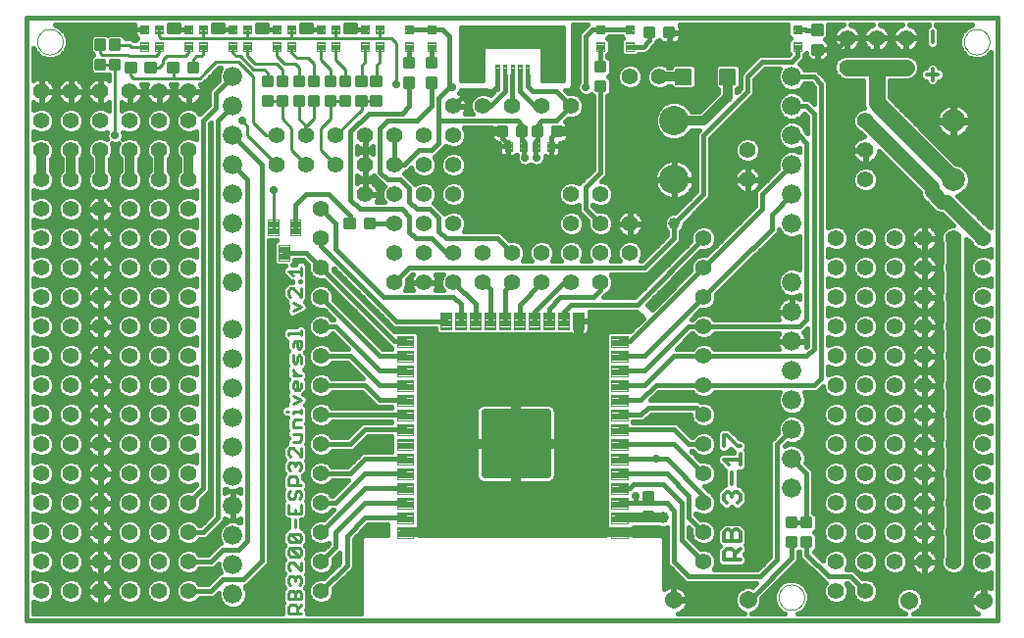
<source format=gtl>
G75*
%MOMM*%
%OFA0B0*%
%FSLAX33Y33*%
%IPPOS*%
%LPD*%
%AMOC8*
5,1,8,0,0,1.08239X$1,22.5*
%
%ADD10C,0.406*%
%ADD11C,0.000*%
%ADD12C,0.279*%
%ADD13C,0.356*%
%ADD14C,0.105*%
%ADD15C,0.300*%
%ADD16C,1.422*%
%ADD17C,0.104*%
%ADD18C,0.100*%
%ADD19C,0.600*%
%ADD20C,0.254*%
%ADD21C,1.676*%
%ADD22C,2.000*%
%ADD23C,2.540*%
%ADD24C,0.140*%
%ADD25C,1.540*%
%ADD26C,1.270*%
%ADD27C,0.813*%
%ADD28C,1.000*%
%ADD29C,0.700*%
%ADD30C,1.400*%
%ADD31C,1.422*%
D10*
X10601Y44154D02*
X10601Y96214D01*
X94421Y96224D01*
X94421Y44154D01*
X10601Y44154D01*
X11208Y44760D02*
X11208Y45781D01*
X11240Y45749D01*
X11650Y45579D01*
X12093Y45579D01*
X12503Y45749D01*
X12816Y46062D01*
X12986Y46472D01*
X12986Y46915D01*
X12816Y47325D01*
X12503Y47638D01*
X12093Y47808D01*
X11650Y47808D01*
X11240Y47638D01*
X11208Y47606D01*
X11208Y48321D01*
X11240Y48289D01*
X11650Y48119D01*
X12093Y48119D01*
X12503Y48289D01*
X12816Y48602D01*
X12986Y49012D01*
X12986Y49455D01*
X12816Y49865D01*
X12503Y50178D01*
X12093Y50348D01*
X11650Y50348D01*
X11240Y50178D01*
X11208Y50146D01*
X11208Y50861D01*
X11240Y50829D01*
X11650Y50659D01*
X12093Y50659D01*
X12503Y50829D01*
X12816Y51142D01*
X12986Y51552D01*
X12986Y51995D01*
X12816Y52405D01*
X12503Y52718D01*
X12093Y52888D01*
X11650Y52888D01*
X11240Y52718D01*
X11208Y52686D01*
X11208Y53401D01*
X11240Y53369D01*
X11650Y53199D01*
X12093Y53199D01*
X12503Y53369D01*
X12816Y53682D01*
X12986Y54092D01*
X12986Y54535D01*
X12816Y54945D01*
X12503Y55258D01*
X12093Y55428D01*
X11650Y55428D01*
X11240Y55258D01*
X11208Y55226D01*
X11208Y55941D01*
X11240Y55909D01*
X11650Y55739D01*
X12093Y55739D01*
X12503Y55909D01*
X12816Y56222D01*
X12986Y56632D01*
X12986Y57075D01*
X12816Y57485D01*
X12503Y57798D01*
X12093Y57968D01*
X11650Y57968D01*
X11240Y57798D01*
X11208Y57766D01*
X11208Y58481D01*
X11240Y58449D01*
X11650Y58279D01*
X12093Y58279D01*
X12503Y58449D01*
X12816Y58762D01*
X12986Y59172D01*
X12986Y59615D01*
X12816Y60025D01*
X12503Y60338D01*
X12093Y60508D01*
X11650Y60508D01*
X11240Y60338D01*
X11208Y60306D01*
X11208Y61021D01*
X11240Y60989D01*
X11650Y60819D01*
X12093Y60819D01*
X12503Y60989D01*
X12816Y61302D01*
X12986Y61712D01*
X12986Y62155D01*
X12816Y62565D01*
X12503Y62878D01*
X12093Y63048D01*
X11650Y63048D01*
X11240Y62878D01*
X11208Y62846D01*
X11208Y63561D01*
X11240Y63529D01*
X11650Y63359D01*
X12093Y63359D01*
X12503Y63529D01*
X12816Y63842D01*
X12986Y64252D01*
X12986Y64695D01*
X12816Y65105D01*
X12503Y65418D01*
X12093Y65588D01*
X11650Y65588D01*
X11240Y65418D01*
X11208Y65386D01*
X11208Y66101D01*
X11240Y66069D01*
X11650Y65899D01*
X12093Y65899D01*
X12503Y66069D01*
X12816Y66382D01*
X12986Y66792D01*
X12986Y67235D01*
X12816Y67645D01*
X12503Y67958D01*
X12093Y68128D01*
X11650Y68128D01*
X11240Y67958D01*
X11208Y67926D01*
X11208Y68641D01*
X11240Y68609D01*
X11650Y68439D01*
X12093Y68439D01*
X12503Y68609D01*
X12816Y68922D01*
X12986Y69332D01*
X12986Y69775D01*
X12816Y70185D01*
X12503Y70498D01*
X12093Y70668D01*
X11650Y70668D01*
X11240Y70498D01*
X11208Y70466D01*
X11208Y71181D01*
X11240Y71149D01*
X11650Y70979D01*
X12093Y70979D01*
X12503Y71149D01*
X12816Y71462D01*
X12986Y71872D01*
X12986Y72315D01*
X12816Y72725D01*
X12503Y73038D01*
X12093Y73208D01*
X11650Y73208D01*
X11240Y73038D01*
X11208Y73006D01*
X11208Y73721D01*
X11240Y73689D01*
X11650Y73519D01*
X12093Y73519D01*
X12503Y73689D01*
X12816Y74002D01*
X12986Y74412D01*
X12986Y74855D01*
X12816Y75265D01*
X12503Y75578D01*
X12093Y75748D01*
X11650Y75748D01*
X11240Y75578D01*
X11208Y75546D01*
X11208Y76261D01*
X11240Y76229D01*
X11650Y76059D01*
X12093Y76059D01*
X12503Y76229D01*
X12816Y76542D01*
X12986Y76952D01*
X12986Y77395D01*
X12816Y77805D01*
X12503Y78118D01*
X12093Y78288D01*
X11650Y78288D01*
X11240Y78118D01*
X11208Y78086D01*
X11208Y78801D01*
X11240Y78769D01*
X11650Y78599D01*
X12093Y78599D01*
X12503Y78769D01*
X12816Y79082D01*
X12986Y79492D01*
X12986Y79935D01*
X12816Y80345D01*
X12503Y80658D01*
X12093Y80828D01*
X11650Y80828D01*
X11240Y80658D01*
X11208Y80626D01*
X11208Y81341D01*
X11240Y81309D01*
X11650Y81139D01*
X12093Y81139D01*
X12503Y81309D01*
X12816Y81622D01*
X12986Y82032D01*
X12986Y82475D01*
X12816Y82885D01*
X12681Y83020D01*
X12681Y84027D01*
X12816Y84162D01*
X12986Y84572D01*
X12986Y85015D01*
X12816Y85425D01*
X12503Y85738D01*
X12093Y85908D01*
X11650Y85908D01*
X11240Y85738D01*
X11208Y85706D01*
X11208Y86421D01*
X11240Y86389D01*
X11650Y86219D01*
X12093Y86219D01*
X12503Y86389D01*
X12816Y86702D01*
X12986Y87112D01*
X12986Y87555D01*
X12816Y87965D01*
X12503Y88278D01*
X12093Y88448D01*
X11650Y88448D01*
X11240Y88278D01*
X11208Y88246D01*
X11208Y88912D01*
X11259Y88874D01*
X11423Y88791D01*
X11598Y88734D01*
X11780Y88705D01*
X11821Y88705D01*
X11821Y89823D01*
X11922Y89823D01*
X11922Y88705D01*
X11963Y88705D01*
X12145Y88734D01*
X12320Y88791D01*
X12484Y88874D01*
X12633Y88982D01*
X12763Y89113D01*
X12871Y89261D01*
X12954Y89425D01*
X13011Y89600D01*
X13040Y89782D01*
X13040Y89823D01*
X11922Y89823D01*
X11922Y89924D01*
X13040Y89924D01*
X13040Y89966D01*
X13011Y90147D01*
X12954Y90322D01*
X12871Y90486D01*
X12763Y90635D01*
X12633Y90765D01*
X12484Y90873D01*
X12320Y90956D01*
X12145Y91013D01*
X11963Y91042D01*
X11922Y91042D01*
X11922Y89924D01*
X11821Y89924D01*
X11821Y91042D01*
X11780Y91042D01*
X11598Y91013D01*
X11423Y90956D01*
X11259Y90873D01*
X11208Y90836D01*
X11208Y93590D01*
X11327Y93302D01*
X11750Y92879D01*
X12302Y92650D01*
X12900Y92650D01*
X13453Y92879D01*
X13876Y93302D01*
X14105Y93855D01*
X14105Y94453D01*
X13876Y95005D01*
X13453Y95428D01*
X13020Y95608D01*
X19904Y95608D01*
X19904Y95227D01*
X19904Y94812D01*
X19939Y94683D01*
X20006Y94567D01*
X20101Y94472D01*
X20142Y94448D01*
X19958Y94264D01*
X19958Y94258D01*
X19826Y94258D01*
X19655Y94429D01*
X19125Y94429D01*
X19125Y94478D01*
X18801Y94802D01*
X17642Y94802D01*
X17586Y94746D01*
X17531Y94802D01*
X16372Y94802D01*
X16048Y94478D01*
X16048Y93320D01*
X16319Y93049D01*
X16048Y92778D01*
X16048Y91620D01*
X16372Y91295D01*
X17531Y91295D01*
X17586Y91351D01*
X17642Y91295D01*
X17691Y91295D01*
X17691Y90780D01*
X17564Y90873D01*
X17400Y90956D01*
X17225Y91013D01*
X17043Y91042D01*
X17002Y91042D01*
X17002Y89924D01*
X16901Y89924D01*
X16901Y89823D01*
X17002Y89823D01*
X17002Y88705D01*
X17043Y88705D01*
X17225Y88734D01*
X17400Y88791D01*
X17564Y88874D01*
X17691Y88967D01*
X17691Y88170D01*
X17583Y88278D01*
X17173Y88448D01*
X16730Y88448D01*
X16320Y88278D01*
X16007Y87965D01*
X15837Y87555D01*
X15837Y87112D01*
X16007Y86702D01*
X16320Y86389D01*
X16730Y86219D01*
X17173Y86219D01*
X17532Y86368D01*
X17468Y86213D01*
X17468Y85914D01*
X17532Y85759D01*
X17173Y85908D01*
X16730Y85908D01*
X16320Y85738D01*
X16007Y85425D01*
X15837Y85015D01*
X15837Y84572D01*
X16007Y84162D01*
X16142Y84027D01*
X16142Y83020D01*
X16007Y82885D01*
X15837Y82475D01*
X15837Y82032D01*
X16007Y81622D01*
X16320Y81309D01*
X16730Y81139D01*
X17173Y81139D01*
X17583Y81309D01*
X17896Y81622D01*
X18066Y82032D01*
X18066Y82475D01*
X17896Y82885D01*
X17761Y83020D01*
X17761Y84027D01*
X17896Y84162D01*
X18066Y84572D01*
X18066Y85015D01*
X17917Y85374D01*
X18072Y85310D01*
X18371Y85310D01*
X18526Y85374D01*
X18377Y85015D01*
X18377Y84572D01*
X18547Y84162D01*
X18682Y84027D01*
X18682Y83020D01*
X18547Y82885D01*
X18377Y82475D01*
X18377Y82032D01*
X18547Y81622D01*
X18860Y81309D01*
X19270Y81139D01*
X19713Y81139D01*
X20123Y81309D01*
X20436Y81622D01*
X20606Y82032D01*
X20606Y82475D01*
X20436Y82885D01*
X20301Y83020D01*
X20301Y84027D01*
X20436Y84162D01*
X20606Y84572D01*
X20606Y85015D01*
X20436Y85425D01*
X20123Y85738D01*
X19713Y85908D01*
X19270Y85908D01*
X18911Y85759D01*
X18975Y85914D01*
X18975Y86213D01*
X18911Y86368D01*
X19270Y86219D01*
X19713Y86219D01*
X20123Y86389D01*
X20436Y86702D01*
X20606Y87112D01*
X20606Y87555D01*
X20436Y87965D01*
X20123Y88278D01*
X19713Y88448D01*
X19270Y88448D01*
X18860Y88278D01*
X18752Y88170D01*
X18752Y88967D01*
X18879Y88874D01*
X19043Y88791D01*
X19218Y88734D01*
X19400Y88705D01*
X19441Y88705D01*
X19441Y89823D01*
X19542Y89823D01*
X19542Y88705D01*
X19583Y88705D01*
X19765Y88734D01*
X19940Y88791D01*
X20104Y88874D01*
X20253Y88982D01*
X20383Y89113D01*
X20491Y89261D01*
X20574Y89425D01*
X20631Y89600D01*
X20660Y89782D01*
X20660Y89823D01*
X19542Y89823D01*
X19542Y89924D01*
X20660Y89924D01*
X20660Y89966D01*
X20631Y90147D01*
X20574Y90322D01*
X20507Y90455D01*
X21016Y90455D01*
X20949Y90322D01*
X20892Y90147D01*
X20863Y89966D01*
X20863Y89924D01*
X21981Y89924D01*
X21981Y89823D01*
X22082Y89823D01*
X22082Y88705D01*
X22123Y88705D01*
X22305Y88734D01*
X22480Y88791D01*
X22644Y88874D01*
X22793Y88982D01*
X22923Y89113D01*
X23031Y89261D01*
X23114Y89425D01*
X23171Y89600D01*
X23200Y89782D01*
X23200Y89823D01*
X22082Y89823D01*
X22082Y89924D01*
X23200Y89924D01*
X23200Y89966D01*
X23171Y90147D01*
X23114Y90322D01*
X23047Y90455D01*
X23556Y90455D01*
X23489Y90322D01*
X23432Y90147D01*
X23403Y89966D01*
X23403Y89924D01*
X24521Y89924D01*
X24521Y89823D01*
X24622Y89823D01*
X24622Y88705D01*
X24663Y88705D01*
X24845Y88734D01*
X25020Y88791D01*
X25184Y88874D01*
X25333Y88982D01*
X25463Y89113D01*
X25571Y89261D01*
X25654Y89425D01*
X25711Y89600D01*
X25740Y89782D01*
X25740Y89823D01*
X24622Y89823D01*
X24622Y89924D01*
X25740Y89924D01*
X25740Y89966D01*
X25711Y90147D01*
X25654Y90322D01*
X25587Y90455D01*
X25744Y90455D01*
X26220Y90931D01*
X27172Y91883D01*
X27366Y91883D01*
X27329Y91847D01*
X27140Y91391D01*
X27140Y90897D01*
X27180Y90800D01*
X26346Y89966D01*
X26346Y88696D01*
X25545Y87895D01*
X25516Y87965D01*
X25203Y88278D01*
X24793Y88448D01*
X24350Y88448D01*
X23940Y88278D01*
X23627Y87965D01*
X23457Y87555D01*
X23457Y87112D01*
X23627Y86702D01*
X23940Y86389D01*
X24350Y86219D01*
X24793Y86219D01*
X25203Y86389D01*
X25235Y86421D01*
X25235Y85706D01*
X25203Y85738D01*
X24793Y85908D01*
X24350Y85908D01*
X23940Y85738D01*
X23627Y85425D01*
X23457Y85015D01*
X23457Y84572D01*
X23627Y84162D01*
X23762Y84027D01*
X23762Y83020D01*
X23627Y82885D01*
X23457Y82475D01*
X23457Y82032D01*
X23627Y81622D01*
X23940Y81309D01*
X24350Y81139D01*
X24793Y81139D01*
X25203Y81309D01*
X25235Y81341D01*
X25235Y80626D01*
X25203Y80658D01*
X24793Y80828D01*
X24350Y80828D01*
X23940Y80658D01*
X23627Y80345D01*
X23457Y79935D01*
X23457Y79492D01*
X23627Y79082D01*
X23940Y78769D01*
X24350Y78599D01*
X24793Y78599D01*
X25203Y78769D01*
X25235Y78801D01*
X25235Y78086D01*
X25203Y78118D01*
X24793Y78288D01*
X24350Y78288D01*
X23940Y78118D01*
X23627Y77805D01*
X23457Y77395D01*
X23457Y76952D01*
X23627Y76542D01*
X23940Y76229D01*
X24350Y76059D01*
X24793Y76059D01*
X25203Y76229D01*
X25235Y76261D01*
X25235Y75546D01*
X25203Y75578D01*
X24793Y75748D01*
X24350Y75748D01*
X23940Y75578D01*
X23627Y75265D01*
X23457Y74855D01*
X23457Y74412D01*
X23627Y74002D01*
X23940Y73689D01*
X24350Y73519D01*
X24793Y73519D01*
X25203Y73689D01*
X25235Y73721D01*
X25235Y73006D01*
X25203Y73038D01*
X24793Y73208D01*
X24350Y73208D01*
X23940Y73038D01*
X23627Y72725D01*
X23457Y72315D01*
X23457Y71872D01*
X23627Y71462D01*
X23940Y71149D01*
X24350Y70979D01*
X24793Y70979D01*
X25203Y71149D01*
X25235Y71181D01*
X25235Y70466D01*
X25203Y70498D01*
X24793Y70668D01*
X24350Y70668D01*
X23940Y70498D01*
X23627Y70185D01*
X23457Y69775D01*
X23457Y69332D01*
X23627Y68922D01*
X23940Y68609D01*
X24350Y68439D01*
X24793Y68439D01*
X25203Y68609D01*
X25235Y68641D01*
X25235Y67926D01*
X25203Y67958D01*
X24793Y68128D01*
X24350Y68128D01*
X23940Y67958D01*
X23627Y67645D01*
X23457Y67235D01*
X23457Y66792D01*
X23627Y66382D01*
X23940Y66069D01*
X24350Y65899D01*
X24793Y65899D01*
X25203Y66069D01*
X25235Y66101D01*
X25235Y65386D01*
X25203Y65418D01*
X24793Y65588D01*
X24350Y65588D01*
X23940Y65418D01*
X23627Y65105D01*
X23457Y64695D01*
X23457Y64252D01*
X23627Y63842D01*
X23940Y63529D01*
X24350Y63359D01*
X24793Y63359D01*
X25203Y63529D01*
X25235Y63561D01*
X25235Y62846D01*
X25203Y62878D01*
X24793Y63048D01*
X24350Y63048D01*
X23940Y62878D01*
X23627Y62565D01*
X23457Y62155D01*
X23457Y61712D01*
X23627Y61302D01*
X23940Y60989D01*
X24350Y60819D01*
X24793Y60819D01*
X25203Y60989D01*
X25235Y61021D01*
X25235Y60306D01*
X25203Y60338D01*
X24793Y60508D01*
X24350Y60508D01*
X23940Y60338D01*
X23627Y60025D01*
X23457Y59615D01*
X23457Y59172D01*
X23627Y58762D01*
X23940Y58449D01*
X24350Y58279D01*
X24793Y58279D01*
X25203Y58449D01*
X25235Y58481D01*
X25235Y57766D01*
X25203Y57798D01*
X24793Y57968D01*
X24350Y57968D01*
X23940Y57798D01*
X23627Y57485D01*
X23457Y57075D01*
X23457Y56632D01*
X23627Y56222D01*
X23940Y55909D01*
X24350Y55739D01*
X24793Y55739D01*
X25203Y55909D01*
X25235Y55941D01*
X25235Y55835D01*
X24818Y55418D01*
X24793Y55428D01*
X24350Y55428D01*
X23940Y55258D01*
X23627Y54945D01*
X23457Y54535D01*
X23457Y54092D01*
X23627Y53682D01*
X23940Y53369D01*
X24350Y53199D01*
X24793Y53199D01*
X25203Y53369D01*
X25516Y53682D01*
X25686Y54092D01*
X25686Y54535D01*
X25676Y54560D01*
X26448Y55332D01*
X26448Y87082D01*
X26505Y87140D01*
X26505Y53295D01*
X25590Y52380D01*
X25527Y52380D01*
X25516Y52405D01*
X25203Y52718D01*
X24793Y52888D01*
X24350Y52888D01*
X23940Y52718D01*
X23627Y52405D01*
X23457Y51995D01*
X23457Y51552D01*
X23627Y51142D01*
X23940Y50829D01*
X24350Y50659D01*
X24793Y50659D01*
X25203Y50829D01*
X25516Y51142D01*
X25527Y51167D01*
X26093Y51167D01*
X26448Y51522D01*
X27718Y52792D01*
X27718Y52944D01*
X27884Y52859D01*
X28078Y52796D01*
X28280Y52764D01*
X28335Y52764D01*
X28335Y54013D01*
X28428Y54013D01*
X28428Y52764D01*
X28483Y52764D01*
X28685Y52796D01*
X28879Y52859D01*
X29045Y52944D01*
X29045Y52588D01*
X28628Y52761D01*
X28135Y52761D01*
X27678Y52572D01*
X27329Y52223D01*
X27140Y51767D01*
X27140Y51273D01*
X27302Y50881D01*
X27267Y50881D01*
X26384Y49999D01*
X26225Y49840D01*
X25527Y49840D01*
X25516Y49865D01*
X25203Y50178D01*
X24793Y50348D01*
X24350Y50348D01*
X23940Y50178D01*
X23627Y49865D01*
X23457Y49455D01*
X23457Y49012D01*
X23627Y48602D01*
X23940Y48289D01*
X24350Y48119D01*
X24793Y48119D01*
X25203Y48289D01*
X25516Y48602D01*
X25527Y48627D01*
X26728Y48627D01*
X27083Y48982D01*
X27140Y49040D01*
X27140Y48733D01*
X27314Y48313D01*
X27238Y48313D01*
X26883Y47958D01*
X26883Y47958D01*
X26543Y47618D01*
X26225Y47300D01*
X25527Y47300D01*
X25516Y47325D01*
X25203Y47638D01*
X24793Y47808D01*
X24350Y47808D01*
X23940Y47638D01*
X23627Y47325D01*
X23457Y46915D01*
X23457Y46472D01*
X23627Y46062D01*
X23940Y45749D01*
X24350Y45579D01*
X24793Y45579D01*
X25203Y45749D01*
X25516Y46062D01*
X25527Y46087D01*
X26728Y46087D01*
X27083Y46442D01*
X27083Y46442D01*
X27140Y46500D01*
X27140Y46193D01*
X27329Y45736D01*
X27678Y45387D01*
X28135Y45198D01*
X28628Y45198D01*
X29085Y45387D01*
X29434Y45736D01*
X29623Y46193D01*
X29623Y46687D01*
X29452Y47100D01*
X29525Y47100D01*
X29880Y47455D01*
X31528Y49103D01*
X31528Y77012D01*
X32182Y77012D01*
X31923Y76753D01*
X31923Y75077D01*
X32189Y74812D01*
X32932Y74812D01*
X32831Y74711D01*
X32670Y74550D01*
X32670Y74100D01*
X32891Y73879D01*
X32988Y73782D01*
X33342Y73428D01*
X33554Y73428D01*
X33554Y73371D01*
X33309Y73371D01*
X33165Y73371D01*
X33165Y73371D01*
X33039Y73245D01*
X32988Y73194D01*
X32988Y73194D01*
X32914Y73120D01*
X32670Y72876D01*
X32670Y72876D01*
X32670Y72876D01*
X32670Y72522D01*
X32670Y72472D01*
X32670Y72426D01*
X32670Y72072D01*
X32921Y71821D01*
X32988Y71754D01*
X33022Y71719D01*
X32980Y71635D01*
X33112Y71240D01*
X32980Y70845D01*
X33182Y70442D01*
X33608Y70300D01*
X34483Y70737D01*
X34659Y70796D01*
X34679Y70835D01*
X34718Y70855D01*
X34777Y71032D01*
X34860Y71198D01*
X34847Y71240D01*
X34860Y71282D01*
X35237Y71282D01*
X35370Y71149D02*
X35780Y70979D01*
X36223Y70979D01*
X36248Y70990D01*
X37078Y70160D01*
X36957Y70160D01*
X36946Y70185D01*
X36633Y70498D01*
X36223Y70668D01*
X35780Y70668D01*
X35370Y70498D01*
X35057Y70185D01*
X34887Y69775D01*
X34887Y69332D01*
X35057Y68922D01*
X35370Y68609D01*
X35780Y68439D01*
X36223Y68439D01*
X36633Y68609D01*
X36946Y68922D01*
X36957Y68947D01*
X37020Y68947D01*
X38348Y67620D01*
X36957Y67620D01*
X36946Y67645D01*
X36633Y67958D01*
X36223Y68128D01*
X35780Y68128D01*
X35370Y67958D01*
X35057Y67645D01*
X34887Y67235D01*
X34887Y66792D01*
X35057Y66382D01*
X35370Y66069D01*
X35780Y65899D01*
X36223Y65899D01*
X36633Y66069D01*
X36946Y66382D01*
X36957Y66407D01*
X38290Y66407D01*
X39618Y65080D01*
X36957Y65080D01*
X36946Y65105D01*
X36633Y65418D01*
X36223Y65588D01*
X35780Y65588D01*
X35370Y65418D01*
X35057Y65105D01*
X34887Y64695D01*
X34887Y64252D01*
X35057Y63842D01*
X35370Y63529D01*
X35780Y63359D01*
X36223Y63359D01*
X36633Y63529D01*
X36946Y63842D01*
X36957Y63867D01*
X39560Y63867D01*
X40845Y62582D01*
X42108Y62582D01*
X42108Y62525D01*
X40078Y62525D01*
X40063Y62540D01*
X36957Y62540D01*
X36946Y62565D01*
X36633Y62878D01*
X36223Y63048D01*
X35780Y63048D01*
X35370Y62878D01*
X35057Y62565D01*
X34887Y62155D01*
X34887Y61712D01*
X35057Y61302D01*
X35370Y60989D01*
X35780Y60819D01*
X36223Y60819D01*
X36633Y60989D01*
X36946Y61302D01*
X36957Y61327D01*
X39530Y61327D01*
X39545Y61312D01*
X42108Y61312D01*
X42108Y61255D01*
X39545Y61255D01*
X38290Y60000D01*
X36957Y60000D01*
X36946Y60025D01*
X36633Y60338D01*
X36223Y60508D01*
X35780Y60508D01*
X35370Y60338D01*
X35057Y60025D01*
X34887Y59615D01*
X34887Y59172D01*
X35057Y58762D01*
X35370Y58449D01*
X35780Y58279D01*
X36223Y58279D01*
X36633Y58449D01*
X36946Y58762D01*
X36957Y58787D01*
X38793Y58787D01*
X39148Y59142D01*
X40048Y60042D01*
X42108Y60042D01*
X42108Y58715D01*
X39545Y58715D01*
X38290Y57460D01*
X36957Y57460D01*
X36946Y57485D01*
X36633Y57798D01*
X36223Y57968D01*
X35780Y57968D01*
X35370Y57798D01*
X35057Y57485D01*
X34887Y57075D01*
X34887Y56632D01*
X35057Y56222D01*
X35370Y55909D01*
X35780Y55739D01*
X36223Y55739D01*
X36633Y55909D01*
X36946Y56222D01*
X36957Y56247D01*
X38348Y56247D01*
X37020Y54920D01*
X36957Y54920D01*
X36946Y54945D01*
X36633Y55258D01*
X36223Y55428D01*
X35780Y55428D01*
X35370Y55258D01*
X35057Y54945D01*
X34887Y54535D01*
X34887Y54092D01*
X35057Y53682D01*
X35370Y53369D01*
X35780Y53199D01*
X36223Y53199D01*
X36633Y53369D01*
X36946Y53682D01*
X36957Y53707D01*
X37078Y53707D01*
X36248Y52878D01*
X36223Y52888D01*
X35780Y52888D01*
X35370Y52718D01*
X35057Y52405D01*
X34887Y51995D01*
X34887Y51552D01*
X35057Y51142D01*
X35370Y50829D01*
X35780Y50659D01*
X36223Y50659D01*
X36633Y50829D01*
X36665Y50861D01*
X36665Y50755D01*
X36248Y50338D01*
X36223Y50348D01*
X35780Y50348D01*
X35370Y50178D01*
X35057Y49865D01*
X34887Y49455D01*
X34887Y49012D01*
X35057Y48602D01*
X35370Y48289D01*
X35780Y48119D01*
X36223Y48119D01*
X36633Y48289D01*
X36946Y48602D01*
X37116Y49012D01*
X37116Y49455D01*
X37106Y49480D01*
X37618Y49992D01*
X37618Y49167D01*
X36248Y47798D01*
X36223Y47808D01*
X35780Y47808D01*
X35370Y47638D01*
X35057Y47325D01*
X34887Y46915D01*
X34887Y46472D01*
X35057Y46062D01*
X35370Y45749D01*
X35780Y45579D01*
X36223Y45579D01*
X36633Y45749D01*
X36946Y46062D01*
X37116Y46472D01*
X37116Y46915D01*
X37106Y46940D01*
X38830Y48665D01*
X38830Y51205D01*
X40048Y52422D01*
X41742Y52422D01*
X41742Y51542D01*
X39644Y51542D01*
X39408Y51306D01*
X39408Y44760D01*
X34817Y44760D01*
X34817Y44994D01*
X34688Y45123D01*
X34817Y45252D01*
X34817Y45702D01*
X34779Y45740D01*
X34817Y45779D01*
X34817Y46759D01*
X34602Y46974D01*
X34817Y47189D01*
X34817Y47993D01*
X34691Y48120D01*
X34817Y48246D01*
X34817Y49404D01*
X34691Y49530D01*
X34817Y49657D01*
X34817Y50461D01*
X34602Y50676D01*
X34640Y50714D01*
X34817Y50891D01*
X34817Y51695D01*
X34499Y52013D01*
X34322Y52189D01*
X34286Y52189D01*
X34286Y52864D01*
X34499Y52864D01*
X34817Y53182D01*
X34817Y54339D01*
X34691Y54466D01*
X34817Y54592D01*
X34817Y55396D01*
X34691Y55523D01*
X34817Y55649D01*
X34817Y56099D01*
X34499Y56417D01*
X34463Y56417D01*
X34463Y56630D01*
X34425Y56668D01*
X34817Y57060D01*
X34817Y57864D01*
X34691Y57990D01*
X34817Y58117D01*
X34817Y59275D01*
X34691Y59401D01*
X34817Y59528D01*
X34817Y60508D01*
X34779Y60547D01*
X34817Y60585D01*
X34817Y61035D01*
X34688Y61164D01*
X34817Y61292D01*
X34817Y61742D01*
X34779Y61780D01*
X34817Y61819D01*
X34817Y62622D01*
X34661Y62779D01*
X35271Y62779D01*
X34978Y62374D02*
X34817Y62374D01*
X34817Y61969D02*
X34887Y61969D01*
X34948Y61564D02*
X34817Y61564D01*
X34692Y61159D02*
X35200Y61159D01*
X34817Y60755D02*
X39045Y60755D01*
X39450Y61159D02*
X36803Y61159D01*
X36606Y60350D02*
X38640Y60350D01*
X38541Y59394D02*
X36001Y59394D01*
X35669Y58325D02*
X34817Y58325D01*
X34817Y58730D02*
X35089Y58730D01*
X34902Y59135D02*
X34817Y59135D01*
X34817Y59540D02*
X34887Y59540D01*
X34817Y59945D02*
X35024Y59945D01*
X34817Y60350D02*
X35397Y60350D01*
X36001Y61934D02*
X39811Y61934D01*
X39796Y61919D01*
X43261Y61919D01*
X44415Y61969D02*
X49354Y61969D01*
X49354Y62233D02*
X49354Y59662D01*
X52608Y59662D01*
X52608Y59255D01*
X53015Y59255D01*
X53015Y59662D01*
X56269Y59662D01*
X56269Y62233D01*
X56240Y62380D01*
X56182Y62517D01*
X56100Y62641D01*
X55994Y62747D01*
X55870Y62830D01*
X55732Y62887D01*
X55586Y62916D01*
X53015Y62916D01*
X53015Y59662D01*
X52608Y59662D01*
X52608Y62916D01*
X50037Y62916D01*
X49891Y62887D01*
X49753Y62830D01*
X49629Y62747D01*
X49523Y62641D01*
X49440Y62517D01*
X49383Y62380D01*
X49354Y62233D01*
X49382Y62374D02*
X44415Y62374D01*
X44415Y62779D02*
X49677Y62779D01*
X49354Y61564D02*
X44415Y61564D01*
X44415Y61159D02*
X49354Y61159D01*
X49354Y60755D02*
X44415Y60755D01*
X44415Y60350D02*
X49354Y60350D01*
X49354Y59945D02*
X44415Y59945D01*
X44415Y59540D02*
X52608Y59540D01*
X52608Y59255D02*
X49354Y59255D01*
X49354Y56684D01*
X49383Y56538D01*
X49440Y56400D01*
X49523Y56276D01*
X49629Y56171D01*
X49753Y56088D01*
X49891Y56031D01*
X50037Y56001D01*
X52608Y56001D01*
X52608Y59255D01*
X52608Y59135D02*
X53015Y59135D01*
X53015Y59255D02*
X53015Y56001D01*
X55586Y56001D01*
X55732Y56031D01*
X55870Y56088D01*
X55994Y56171D01*
X56100Y56276D01*
X56182Y56400D01*
X56240Y56538D01*
X56269Y56684D01*
X56269Y59255D01*
X53015Y59255D01*
X53015Y59540D02*
X60608Y59540D01*
X60608Y59945D02*
X56269Y59945D01*
X56269Y60350D02*
X60608Y60350D01*
X60608Y60755D02*
X56269Y60755D01*
X56269Y61159D02*
X60608Y61159D01*
X60608Y61564D02*
X56269Y61564D01*
X56269Y61969D02*
X60608Y61969D01*
X60608Y62374D02*
X56241Y62374D01*
X55946Y62779D02*
X60608Y62779D01*
X60608Y63184D02*
X44415Y63184D01*
X44415Y63589D02*
X60608Y63589D01*
X60608Y63994D02*
X44415Y63994D01*
X44415Y64399D02*
X60608Y64399D01*
X60608Y64804D02*
X44415Y64804D01*
X44415Y65208D02*
X60608Y65208D01*
X60608Y65613D02*
X44415Y65613D01*
X44415Y66018D02*
X60608Y66018D01*
X60608Y66423D02*
X44415Y66423D01*
X44415Y66828D02*
X60608Y66828D01*
X60608Y67233D02*
X44415Y67233D01*
X44415Y67638D02*
X60608Y67638D01*
X60608Y68043D02*
X44415Y68043D01*
X44415Y68448D02*
X60608Y68448D01*
X60608Y68853D02*
X58886Y68853D01*
X58857Y68836D02*
X58973Y68903D01*
X59067Y68997D01*
X59134Y69113D01*
X59169Y69242D01*
X59169Y69962D01*
X58258Y69962D01*
X58258Y68801D01*
X58728Y68801D01*
X58857Y68836D01*
X59169Y69257D02*
X62788Y69257D01*
X62676Y69145D02*
X62649Y69172D01*
X60874Y69172D01*
X60608Y68906D01*
X60608Y52438D01*
X60589Y52404D01*
X60554Y52275D01*
X60554Y51805D01*
X61715Y51805D01*
X61715Y51712D01*
X60554Y51712D01*
X60554Y51542D01*
X44469Y51542D01*
X44469Y51712D01*
X43308Y51712D01*
X43308Y51805D01*
X44469Y51805D01*
X44469Y52275D01*
X44434Y52404D01*
X44415Y52438D01*
X44415Y68906D01*
X44149Y69172D01*
X42374Y69172D01*
X42347Y69145D01*
X37106Y74387D01*
X37116Y74412D01*
X37116Y74567D01*
X41745Y69937D01*
X41925Y69757D01*
X42280Y69402D01*
X45878Y69402D01*
X45878Y69121D01*
X46144Y68855D01*
X57532Y68855D01*
X57566Y68836D01*
X57695Y68801D01*
X58165Y68801D01*
X58165Y69962D01*
X58258Y69962D01*
X58258Y70055D01*
X59169Y70055D01*
X59169Y70775D01*
X59148Y70852D01*
X63242Y70852D01*
X63812Y70282D01*
X62676Y69145D01*
X63193Y69662D02*
X59169Y69662D01*
X59169Y70067D02*
X63598Y70067D01*
X63623Y70472D02*
X59169Y70472D01*
X58258Y69662D02*
X58165Y69662D01*
X58165Y69257D02*
X58258Y69257D01*
X58258Y68853D02*
X58165Y68853D01*
X57537Y68853D02*
X44415Y68853D01*
X43261Y68269D02*
X42366Y68269D01*
X36001Y74634D01*
X34720Y75915D01*
X32826Y75915D01*
X31923Y75736D02*
X31528Y75736D01*
X31528Y76141D02*
X31923Y76141D01*
X31923Y76546D02*
X31528Y76546D01*
X31528Y76951D02*
X32121Y76951D01*
X31923Y75331D02*
X31528Y75331D01*
X31528Y74926D02*
X32074Y74926D01*
X31528Y74521D02*
X32670Y74521D01*
X32670Y74116D02*
X31528Y74116D01*
X31528Y73711D02*
X33058Y73711D01*
X32988Y73782D02*
X32988Y73782D01*
X33165Y73371D02*
X33165Y73371D01*
X33101Y73306D02*
X31528Y73306D01*
X31528Y72902D02*
X32696Y72902D01*
X32670Y72522D02*
X32670Y72522D01*
X32670Y72497D02*
X31528Y72497D01*
X31528Y72092D02*
X32670Y72092D01*
X32670Y72072D02*
X32670Y72072D01*
X32670Y72072D01*
X32670Y72426D02*
X32670Y72426D01*
X32988Y71754D02*
X32988Y71754D01*
X33006Y71687D02*
X31528Y71687D01*
X31528Y71282D02*
X33098Y71282D01*
X32991Y70877D02*
X31528Y70877D01*
X31528Y70472D02*
X33167Y70472D01*
X33953Y70472D02*
X35344Y70472D01*
X35008Y70067D02*
X31528Y70067D01*
X31528Y69662D02*
X33985Y69662D01*
X34049Y69726D02*
X33872Y69550D01*
X32988Y69550D01*
X32670Y69232D01*
X32670Y68605D01*
X32988Y68287D01*
X33024Y68287D01*
X33024Y67548D01*
X33150Y67421D01*
X33024Y67295D01*
X33024Y66314D01*
X33136Y66202D01*
X33024Y66089D01*
X33024Y65109D01*
X33150Y64982D01*
X33024Y64856D01*
X33024Y64052D01*
X33140Y63935D01*
X32980Y63615D01*
X33112Y63220D01*
X32980Y62824D01*
X33011Y62763D01*
X32811Y62763D01*
X32493Y62445D01*
X32493Y61996D01*
X32811Y61678D01*
X33136Y61678D01*
X33024Y61565D01*
X33024Y60585D01*
X33062Y60547D01*
X33024Y60508D01*
X33024Y60059D01*
X33153Y59930D01*
X33024Y59801D01*
X33024Y59451D01*
X32988Y59416D01*
X32914Y59342D01*
X32670Y59098D01*
X32670Y59098D01*
X32670Y59098D01*
X32670Y58744D01*
X32670Y58744D01*
X32670Y58648D01*
X32670Y58294D01*
X32885Y58079D01*
X32670Y57864D01*
X32670Y57864D01*
X32670Y57864D01*
X32670Y57510D01*
X32670Y57510D01*
X32670Y57464D01*
X32670Y57414D01*
X32670Y57060D01*
X32885Y56845D01*
X32670Y56630D01*
X32670Y56630D01*
X32670Y56630D01*
X32670Y56407D01*
X32670Y56180D01*
X32670Y55649D01*
X32797Y55523D01*
X32670Y55396D01*
X32670Y55042D01*
X32670Y54946D01*
X32670Y54592D01*
X32797Y54466D01*
X32670Y54339D01*
X32670Y53182D01*
X32988Y52864D01*
X33201Y52864D01*
X33201Y52189D01*
X33165Y52189D01*
X33147Y52171D01*
X32988Y52013D01*
X32921Y51946D01*
X32670Y51695D01*
X32670Y51695D01*
X32670Y51695D01*
X32670Y51341D01*
X32670Y51295D01*
X32670Y51245D01*
X32670Y50891D01*
X32670Y50891D01*
X32670Y50891D01*
X32885Y50676D01*
X32670Y50461D01*
X32670Y50461D01*
X32670Y50461D01*
X32670Y50107D01*
X32670Y50061D01*
X32670Y50011D01*
X32670Y49657D01*
X32885Y49442D01*
X32670Y49227D01*
X32670Y49227D01*
X32670Y49227D01*
X32670Y48873D01*
X32670Y48873D01*
X32670Y48823D01*
X32670Y48777D01*
X32670Y48423D01*
X32885Y48208D01*
X32670Y47993D01*
X32670Y47993D01*
X32670Y47993D01*
X32670Y47639D01*
X32670Y47543D01*
X32670Y47189D01*
X32885Y46974D01*
X32670Y46759D01*
X32670Y46537D01*
X32670Y46309D01*
X32670Y45779D01*
X32797Y45652D01*
X32670Y45525D01*
X32670Y45303D01*
X32670Y45075D01*
X32670Y44760D01*
X11208Y44760D01*
X11208Y44963D02*
X32670Y44963D01*
X32670Y45075D02*
X32670Y45075D01*
X32670Y45368D02*
X29039Y45368D01*
X29449Y45773D02*
X32675Y45773D01*
X32670Y45525D02*
X32670Y45525D01*
X32670Y45525D01*
X32670Y46178D02*
X29617Y46178D01*
X29623Y46583D02*
X32670Y46583D01*
X32670Y46759D02*
X32670Y46759D01*
X32670Y46759D01*
X32871Y46988D02*
X29498Y46988D01*
X29818Y47393D02*
X32670Y47393D01*
X32670Y47543D02*
X32670Y47543D01*
X32670Y47639D02*
X32670Y47639D01*
X32670Y47798D02*
X30223Y47798D01*
X30627Y48203D02*
X32880Y48203D01*
X32670Y48423D02*
X32670Y48423D01*
X32670Y48423D01*
X32670Y48608D02*
X31032Y48608D01*
X31437Y49012D02*
X32670Y49012D01*
X32670Y48777D02*
X32670Y48777D01*
X32860Y49417D02*
X31528Y49417D01*
X31528Y49822D02*
X32670Y49822D01*
X32670Y49657D02*
X32670Y49657D01*
X32670Y49657D01*
X32670Y50011D02*
X32670Y50011D01*
X32670Y50107D02*
X32670Y50107D01*
X32670Y50227D02*
X31528Y50227D01*
X31528Y50632D02*
X32841Y50632D01*
X32670Y51037D02*
X31528Y51037D01*
X31528Y51442D02*
X32670Y51442D01*
X32670Y51341D02*
X32670Y51341D01*
X32670Y51245D02*
X32670Y51245D01*
X32822Y51847D02*
X31528Y51847D01*
X31528Y52252D02*
X33201Y52252D01*
X33165Y52189D02*
X33165Y52189D01*
X32988Y52013D02*
X32988Y52013D01*
X33201Y52657D02*
X31528Y52657D01*
X31528Y53061D02*
X32790Y53061D01*
X32670Y53466D02*
X31528Y53466D01*
X31528Y53871D02*
X32670Y53871D01*
X32670Y54276D02*
X31528Y54276D01*
X31528Y54681D02*
X32670Y54681D01*
X32670Y54592D02*
X32670Y54592D01*
X32670Y54592D01*
X32670Y54946D02*
X32670Y54946D01*
X32670Y55042D02*
X32670Y55042D01*
X32670Y55086D02*
X31528Y55086D01*
X31528Y55491D02*
X32765Y55491D01*
X32670Y55396D02*
X32670Y55396D01*
X32670Y55396D01*
X32670Y55896D02*
X31528Y55896D01*
X31528Y56301D02*
X32670Y56301D01*
X32670Y56180D02*
X32670Y56180D01*
X32746Y56706D02*
X31528Y56706D01*
X31528Y57110D02*
X32670Y57110D01*
X32670Y57060D02*
X32670Y57060D01*
X32670Y57060D01*
X32670Y57414D02*
X32670Y57414D01*
X32670Y57515D02*
X31528Y57515D01*
X31528Y57920D02*
X32726Y57920D01*
X32670Y58294D02*
X32670Y58294D01*
X32670Y58294D01*
X32670Y58325D02*
X31528Y58325D01*
X31528Y58730D02*
X32670Y58730D01*
X32670Y58648D02*
X32670Y58648D01*
X32707Y59135D02*
X31528Y59135D01*
X31528Y59540D02*
X33024Y59540D01*
X32988Y59416D02*
X32988Y59416D01*
X33138Y59945D02*
X31528Y59945D01*
X31528Y60350D02*
X33024Y60350D01*
X33024Y60755D02*
X31528Y60755D01*
X31528Y61159D02*
X33024Y61159D01*
X33024Y61564D02*
X31528Y61564D01*
X31528Y61969D02*
X32519Y61969D01*
X32493Y62374D02*
X31528Y62374D01*
X31528Y62779D02*
X33003Y62779D01*
X33100Y63184D02*
X31528Y63184D01*
X31528Y63589D02*
X32989Y63589D01*
X33082Y63994D02*
X31528Y63994D01*
X31528Y64399D02*
X33024Y64399D01*
X33024Y64804D02*
X31528Y64804D01*
X31528Y65208D02*
X33024Y65208D01*
X33024Y65613D02*
X31528Y65613D01*
X31528Y66018D02*
X33024Y66018D01*
X33024Y66423D02*
X31528Y66423D01*
X31528Y66828D02*
X33024Y66828D01*
X33024Y67233D02*
X31528Y67233D01*
X31528Y67638D02*
X33024Y67638D01*
X33024Y68043D02*
X31528Y68043D01*
X31528Y68448D02*
X32827Y68448D01*
X32670Y68853D02*
X31528Y68853D01*
X31528Y69257D02*
X32696Y69257D01*
X34049Y69726D02*
X34499Y69726D01*
X34817Y69408D01*
X34817Y68605D01*
X34779Y68567D01*
X34817Y68528D01*
X34817Y67548D01*
X34640Y67371D01*
X34602Y67333D01*
X34640Y67295D01*
X34817Y67118D01*
X34817Y66137D01*
X34528Y65848D01*
X34817Y65559D01*
X34817Y65109D01*
X34691Y64982D01*
X34817Y64856D01*
X34817Y64052D01*
X34640Y63875D01*
X34487Y63721D01*
X34659Y63664D01*
X34679Y63625D01*
X34718Y63605D01*
X34777Y63428D01*
X34860Y63262D01*
X34847Y63220D01*
X34860Y63178D01*
X34777Y63012D01*
X34718Y62835D01*
X34679Y62815D01*
X34661Y62779D01*
X34859Y63184D02*
X40244Y63184D01*
X40649Y62779D02*
X36732Y62779D01*
X36693Y63589D02*
X39839Y63589D01*
X39811Y64474D02*
X36001Y64474D01*
X34994Y63994D02*
X34759Y63994D01*
X34724Y63589D02*
X35310Y63589D01*
X34887Y64399D02*
X34817Y64399D01*
X34817Y64804D02*
X34932Y64804D01*
X34817Y65208D02*
X35160Y65208D01*
X34763Y65613D02*
X39084Y65613D01*
X39489Y65208D02*
X36843Y65208D01*
X36510Y66018D02*
X38679Y66018D01*
X38541Y67014D02*
X36001Y67014D01*
X35574Y68043D02*
X34817Y68043D01*
X34817Y68448D02*
X35760Y68448D01*
X36243Y68448D02*
X37520Y68448D01*
X37115Y68853D02*
X36876Y68853D01*
X37271Y69554D02*
X36001Y69554D01*
X34887Y69662D02*
X34563Y69662D01*
X34817Y69257D02*
X34918Y69257D01*
X34817Y68853D02*
X35127Y68853D01*
X35054Y67638D02*
X34817Y67638D01*
X34887Y67233D02*
X34702Y67233D01*
X34817Y66828D02*
X34887Y66828D01*
X34817Y66423D02*
X35040Y66423D01*
X34698Y66018D02*
X35493Y66018D01*
X36949Y67638D02*
X38330Y67638D01*
X37925Y68043D02*
X36429Y68043D01*
X37271Y69554D02*
X41096Y65729D01*
X43261Y65729D01*
X43261Y66999D02*
X41096Y66999D01*
X36001Y72094D01*
X34887Y72092D02*
X34817Y72092D01*
X34817Y71895D02*
X34817Y73053D01*
X34779Y73091D01*
X34817Y73129D01*
X34817Y74903D01*
X34499Y75221D01*
X34049Y75221D01*
X33731Y74903D01*
X33731Y74868D01*
X33520Y74868D01*
X33730Y75077D01*
X33730Y75309D01*
X34469Y75309D01*
X34897Y74880D01*
X34887Y74855D01*
X34887Y74412D01*
X35057Y74002D01*
X35370Y73689D01*
X35780Y73519D01*
X36223Y73519D01*
X36248Y73530D01*
X42108Y67669D01*
X42108Y67605D01*
X41348Y67605D01*
X37106Y71847D01*
X37116Y71872D01*
X37116Y72315D01*
X36946Y72725D01*
X36633Y73038D01*
X36223Y73208D01*
X35780Y73208D01*
X35370Y73038D01*
X35057Y72725D01*
X34887Y72315D01*
X34887Y71872D01*
X35057Y71462D01*
X35370Y71149D01*
X34860Y71282D02*
X34777Y71448D01*
X34718Y71625D01*
X34679Y71645D01*
X34659Y71684D01*
X34619Y71697D01*
X34817Y71895D01*
X34964Y71687D02*
X34650Y71687D01*
X34726Y70877D02*
X36361Y70877D01*
X36659Y70472D02*
X36765Y70472D01*
X37671Y71282D02*
X38496Y71282D01*
X38901Y70877D02*
X38076Y70877D01*
X38481Y70472D02*
X39305Y70472D01*
X39710Y70067D02*
X38885Y70067D01*
X39290Y69662D02*
X40115Y69662D01*
X40520Y69257D02*
X39695Y69257D01*
X40100Y68853D02*
X40925Y68853D01*
X41330Y68448D02*
X40505Y68448D01*
X40910Y68043D02*
X41735Y68043D01*
X42108Y67638D02*
X41315Y67638D01*
X42235Y69257D02*
X45878Y69257D01*
X46781Y70009D02*
X43166Y70009D01*
X42531Y70009D01*
X42351Y70189D01*
X37271Y75269D01*
X36001Y76539D01*
X36001Y77174D01*
X37271Y76221D02*
X37271Y78444D01*
X36001Y79714D01*
X36636Y80984D02*
X34731Y80984D01*
X33776Y80029D01*
X33776Y78115D01*
X33754Y74926D02*
X33579Y74926D01*
X34794Y74926D02*
X34852Y74926D01*
X34817Y74521D02*
X34887Y74521D01*
X34817Y74116D02*
X35010Y74116D01*
X34817Y73711D02*
X35348Y73711D01*
X34817Y73306D02*
X36471Y73306D01*
X36770Y72902D02*
X36876Y72902D01*
X37041Y72497D02*
X37281Y72497D01*
X37116Y72092D02*
X37686Y72092D01*
X38091Y71687D02*
X37266Y71687D01*
X38591Y72902D02*
X38781Y72902D01*
X38996Y72497D02*
X39186Y72497D01*
X39401Y72092D02*
X39591Y72092D01*
X39806Y71687D02*
X39996Y71687D01*
X40211Y71282D02*
X40401Y71282D01*
X40616Y70877D02*
X40806Y70877D01*
X41021Y70472D02*
X41210Y70472D01*
X41425Y70067D02*
X41615Y70067D01*
X41830Y69662D02*
X42020Y69662D01*
X41399Y72094D02*
X37271Y76221D01*
X37161Y74521D02*
X37116Y74521D01*
X37376Y74116D02*
X37566Y74116D01*
X37781Y73711D02*
X37971Y73711D01*
X38186Y73306D02*
X38376Y73306D01*
X35233Y72902D02*
X34817Y72902D01*
X34817Y72497D02*
X34962Y72497D01*
X38485Y78444D02*
X38485Y79135D01*
X36636Y80984D01*
X38541Y80507D02*
X38541Y86381D01*
X40129Y87969D01*
X42986Y87969D01*
X43621Y88604D01*
X43621Y90611D01*
X43621Y92311D02*
X43621Y93727D01*
X43621Y95227D02*
X45526Y95227D01*
X46443Y95227D01*
X47035Y94636D01*
X47035Y90191D01*
X47352Y90191D01*
X47035Y90191D02*
X46161Y89318D01*
X46161Y87334D01*
X46161Y85429D01*
X45526Y84794D01*
X44415Y84794D01*
X43145Y83524D01*
X42351Y83524D01*
X42351Y86064D01*
X41081Y86699D02*
X41716Y87334D01*
X42986Y87334D01*
X43621Y87334D01*
X44256Y87334D01*
X45526Y88604D01*
X45526Y90611D01*
X45526Y92311D02*
X45526Y93727D01*
X48091Y90007D02*
X50268Y90007D01*
X50518Y89757D01*
X50902Y89757D01*
X50648Y89503D01*
X50603Y89548D01*
X50193Y89718D01*
X49750Y89718D01*
X49340Y89548D01*
X49027Y89235D01*
X48857Y88825D01*
X48857Y88382D01*
X49027Y87972D01*
X49059Y87940D01*
X48394Y87940D01*
X48431Y87991D01*
X48514Y88155D01*
X48571Y88330D01*
X48600Y88512D01*
X48600Y88553D01*
X47482Y88553D01*
X47482Y88654D01*
X48600Y88654D01*
X48600Y88696D01*
X48571Y88877D01*
X48514Y89052D01*
X48431Y89216D01*
X48323Y89365D01*
X48193Y89495D01*
X48044Y89603D01*
X47902Y89675D01*
X47991Y89765D01*
X48091Y90007D01*
X48050Y89907D02*
X50368Y89907D01*
X50765Y89874D02*
X48701Y89874D01*
X47431Y88604D01*
X48491Y89098D02*
X48970Y89098D01*
X48857Y88693D02*
X48600Y88693D01*
X48557Y88288D02*
X48896Y88288D01*
X49971Y88604D02*
X50606Y88604D01*
X51861Y89859D01*
X51861Y91224D01*
X51211Y91224D02*
X51211Y90066D01*
X51211Y91224D01*
X51211Y90320D01*
X50765Y89874D01*
X51211Y90066D02*
X51211Y90066D01*
X51211Y90312D02*
X51211Y90312D01*
X51211Y90717D02*
X51211Y90717D01*
X51211Y91122D02*
X51211Y91122D01*
X51211Y91224D02*
X51211Y91224D01*
X52511Y91224D02*
X52511Y88604D01*
X52988Y87334D02*
X46161Y87334D01*
X46755Y85164D02*
X46800Y85119D01*
X47210Y84949D01*
X47653Y84949D01*
X48063Y85119D01*
X48376Y85432D01*
X48546Y85842D01*
X48546Y86285D01*
X48376Y86695D01*
X48344Y86727D01*
X50704Y86727D01*
X50704Y86428D01*
X51615Y86428D01*
X51615Y86334D01*
X50704Y86334D01*
X50704Y85971D01*
X50728Y85854D01*
X50773Y85744D01*
X50840Y85644D01*
X50924Y85560D01*
X51024Y85493D01*
X51134Y85447D01*
X51252Y85424D01*
X51372Y85424D01*
X51372Y85111D01*
X51372Y84647D01*
X51407Y84517D01*
X51474Y84401D01*
X51569Y84306D01*
X51685Y84239D01*
X51814Y84204D01*
X52179Y84204D01*
X52544Y84204D01*
X52673Y84239D01*
X52789Y84306D01*
X52867Y84384D01*
X52873Y84378D01*
X52873Y84316D01*
X52870Y84308D01*
X52870Y84009D01*
X52984Y83732D01*
X53196Y83520D01*
X53473Y83405D01*
X53773Y83405D01*
X54049Y83520D01*
X54099Y83570D01*
X54149Y83520D01*
X54425Y83405D01*
X54725Y83405D01*
X55002Y83520D01*
X55214Y83732D01*
X55328Y84009D01*
X55328Y84260D01*
X55366Y84239D01*
X55328Y84239D01*
X55366Y84239D02*
X55496Y84204D01*
X55860Y84204D01*
X55860Y85111D01*
X55860Y85111D01*
X55860Y84204D01*
X56225Y84204D01*
X56354Y84239D01*
X56471Y84306D01*
X56566Y84401D01*
X56633Y84517D01*
X56667Y84647D01*
X56667Y85111D01*
X55860Y85111D01*
X55860Y85864D01*
X56378Y86381D01*
X56425Y86334D02*
X56425Y86428D01*
X57335Y86428D01*
X57335Y86791D01*
X57312Y86908D01*
X57266Y87019D01*
X57199Y87118D01*
X57115Y87203D01*
X57075Y87229D01*
X57345Y87500D01*
X57370Y87489D01*
X57813Y87489D01*
X58223Y87659D01*
X58536Y87972D01*
X58706Y88382D01*
X58706Y88825D01*
X58536Y89235D01*
X58223Y89548D01*
X57813Y89718D01*
X57370Y89718D01*
X57345Y89708D01*
X57046Y90007D01*
X57455Y90007D01*
X57728Y90280D01*
X57728Y95613D01*
X58981Y95613D01*
X58610Y95243D01*
X58255Y94887D01*
X58255Y90650D01*
X58223Y90618D01*
X58108Y90341D01*
X58108Y90041D01*
X58223Y89765D01*
X58435Y89553D01*
X58712Y89438D01*
X59011Y89438D01*
X59288Y89553D01*
X59339Y89604D01*
X59525Y89418D01*
X59525Y83140D01*
X58610Y82225D01*
X58268Y81883D01*
X58223Y81928D01*
X57813Y82098D01*
X57370Y82098D01*
X56960Y81928D01*
X56647Y81615D01*
X56477Y81205D01*
X56477Y80762D01*
X56647Y80352D01*
X56960Y80039D01*
X57370Y79869D01*
X57813Y79869D01*
X58223Y80039D01*
X58255Y80071D01*
X58255Y79462D01*
X59027Y78690D01*
X59017Y78665D01*
X59017Y78222D01*
X59187Y77812D01*
X59500Y77499D01*
X59910Y77329D01*
X60353Y77329D01*
X60763Y77499D01*
X61076Y77812D01*
X61246Y78222D01*
X61246Y78665D01*
X61076Y79075D01*
X60763Y79388D01*
X60353Y79558D01*
X59910Y79558D01*
X59885Y79548D01*
X59468Y79965D01*
X59468Y80071D01*
X59500Y80039D01*
X59910Y79869D01*
X60353Y79869D01*
X60763Y80039D01*
X61076Y80352D01*
X61246Y80762D01*
X61246Y81205D01*
X61076Y81615D01*
X60763Y81928D01*
X60353Y82098D01*
X60198Y82098D01*
X60383Y82282D01*
X60738Y82637D01*
X60738Y89418D01*
X61035Y89715D01*
X61035Y90873D01*
X60764Y91144D01*
X61035Y91415D01*
X61035Y92573D01*
X60738Y92870D01*
X60738Y92994D01*
X60935Y93191D01*
X60935Y94264D01*
X60721Y94477D01*
X60865Y94621D01*
X61938Y94621D01*
X62082Y94477D01*
X61868Y94264D01*
X61868Y93191D01*
X62135Y92924D01*
X63208Y92924D01*
X63405Y93121D01*
X64078Y93121D01*
X64510Y93554D01*
X64613Y93656D01*
X64968Y94011D01*
X64968Y94078D01*
X65187Y94296D01*
X65240Y94217D01*
X65324Y94132D01*
X65424Y94066D01*
X65534Y94020D01*
X65652Y93996D01*
X66015Y93996D01*
X66015Y94907D01*
X66108Y94907D01*
X66108Y93996D01*
X66471Y93996D01*
X66589Y94020D01*
X66699Y94066D01*
X66799Y94132D01*
X66883Y94217D01*
X66950Y94316D01*
X66995Y94427D01*
X67019Y94544D01*
X67019Y94907D01*
X66108Y94907D01*
X66108Y95000D01*
X67019Y95000D01*
X67019Y95363D01*
X66995Y95481D01*
X66950Y95591D01*
X66934Y95614D01*
X76315Y95615D01*
X76315Y94691D01*
X76528Y94477D01*
X76315Y94264D01*
X76315Y93191D01*
X76438Y93068D01*
X76390Y93020D01*
X73850Y93020D01*
X72580Y91750D01*
X72225Y91395D01*
X72225Y90125D01*
X71890Y89790D01*
X71890Y90040D01*
X71906Y90040D01*
X72183Y90318D01*
X72183Y91970D01*
X71906Y92247D01*
X70254Y92247D01*
X69977Y91970D01*
X69977Y90318D01*
X70254Y90040D01*
X70271Y90040D01*
X70271Y89728D01*
X68686Y88143D01*
X67957Y88143D01*
X67900Y88281D01*
X67429Y88752D01*
X66814Y89007D01*
X66149Y89007D01*
X65534Y88752D01*
X65063Y88281D01*
X64808Y87666D01*
X64808Y87001D01*
X65063Y86386D01*
X65534Y85915D01*
X66149Y85660D01*
X66814Y85660D01*
X67429Y85915D01*
X67900Y86386D01*
X67957Y86524D01*
X68624Y86524D01*
X68415Y86315D01*
X68415Y81235D01*
X66527Y79347D01*
X66302Y79347D01*
X65970Y79209D01*
X65716Y78955D01*
X65578Y78623D01*
X65578Y78264D01*
X65716Y77932D01*
X65875Y77773D01*
X65875Y77425D01*
X63690Y75240D01*
X63584Y75240D01*
X63616Y75272D01*
X63786Y75682D01*
X63786Y76125D01*
X63616Y76535D01*
X63303Y76848D01*
X62893Y77018D01*
X62450Y77018D01*
X62040Y76848D01*
X61727Y76535D01*
X61557Y76125D01*
X61557Y75682D01*
X61727Y75272D01*
X61759Y75240D01*
X61044Y75240D01*
X61076Y75272D01*
X61246Y75682D01*
X61246Y76125D01*
X61076Y76535D01*
X60763Y76848D01*
X60353Y77018D01*
X59910Y77018D01*
X59500Y76848D01*
X59187Y76535D01*
X59017Y76125D01*
X59017Y75682D01*
X59187Y75272D01*
X59219Y75240D01*
X58504Y75240D01*
X58536Y75272D01*
X58706Y75682D01*
X58706Y76125D01*
X58536Y76535D01*
X58223Y76848D01*
X57813Y77018D01*
X57370Y77018D01*
X56960Y76848D01*
X56647Y76535D01*
X56477Y76125D01*
X56477Y75682D01*
X56647Y75272D01*
X56679Y75240D01*
X55964Y75240D01*
X55996Y75272D01*
X56166Y75682D01*
X56166Y76125D01*
X55996Y76535D01*
X55683Y76848D01*
X55273Y77018D01*
X54830Y77018D01*
X54420Y76848D01*
X54107Y76535D01*
X53937Y76125D01*
X53937Y75682D01*
X54107Y75272D01*
X54139Y75240D01*
X53424Y75240D01*
X53456Y75272D01*
X53626Y75682D01*
X53626Y76125D01*
X53456Y76535D01*
X53143Y76848D01*
X52733Y77018D01*
X52290Y77018D01*
X52265Y77008D01*
X51848Y77425D01*
X51493Y77780D01*
X48344Y77780D01*
X48376Y77812D01*
X48546Y78222D01*
X48546Y78665D01*
X48376Y79075D01*
X48063Y79388D01*
X47653Y79558D01*
X47210Y79558D01*
X46800Y79388D01*
X46675Y79264D01*
X46413Y79526D01*
X45711Y80228D01*
X45836Y80352D01*
X46006Y80762D01*
X46006Y81205D01*
X45836Y81615D01*
X45523Y81928D01*
X45113Y82098D01*
X44670Y82098D01*
X44260Y81928D01*
X44135Y81804D01*
X43434Y82505D01*
X43171Y82768D01*
X43296Y82892D01*
X43307Y82917D01*
X43396Y82917D01*
X43752Y83272D01*
X43778Y83299D01*
X43947Y82892D01*
X44260Y82579D01*
X44670Y82409D01*
X45113Y82409D01*
X45523Y82579D01*
X45836Y82892D01*
X46006Y83302D01*
X46006Y83745D01*
X45836Y84155D01*
X45791Y84200D01*
X46133Y84542D01*
X46755Y85164D01*
X46639Y85049D02*
X46970Y85049D01*
X47210Y84638D02*
X46800Y84468D01*
X46487Y84155D01*
X46317Y83745D01*
X46317Y83302D01*
X46487Y82892D01*
X46800Y82579D01*
X47210Y82409D01*
X47653Y82409D01*
X48063Y82579D01*
X48376Y82892D01*
X48546Y83302D01*
X48546Y83745D01*
X48376Y84155D01*
X48063Y84468D01*
X47653Y84638D01*
X47210Y84638D01*
X46571Y84239D02*
X45829Y84239D01*
X45969Y83834D02*
X46354Y83834D01*
X46317Y83429D02*
X46006Y83429D01*
X45891Y83024D02*
X46432Y83024D01*
X46760Y82619D02*
X45563Y82619D01*
X45642Y81809D02*
X46681Y81809D01*
X46800Y81928D02*
X46487Y81615D01*
X46317Y81205D01*
X46317Y80762D01*
X46487Y80352D01*
X46800Y80039D01*
X47210Y79869D01*
X47653Y79869D01*
X48063Y80039D01*
X48376Y80352D01*
X48546Y80762D01*
X48546Y81205D01*
X48376Y81615D01*
X48063Y81928D01*
X47653Y82098D01*
X47210Y82098D01*
X46800Y81928D01*
X46400Y81404D02*
X45923Y81404D01*
X46006Y81000D02*
X46317Y81000D01*
X46386Y80595D02*
X45937Y80595D01*
X45749Y80190D02*
X46649Y80190D01*
X46154Y79785D02*
X58255Y79785D01*
X58223Y79388D02*
X57813Y79558D01*
X57370Y79558D01*
X56960Y79388D01*
X56647Y79075D01*
X56477Y78665D01*
X56477Y78222D01*
X56647Y77812D01*
X56960Y77499D01*
X57370Y77329D01*
X57813Y77329D01*
X58223Y77499D01*
X58536Y77812D01*
X58706Y78222D01*
X58706Y78665D01*
X58536Y79075D01*
X58223Y79388D01*
X58231Y79380D02*
X58338Y79380D01*
X58578Y78975D02*
X58742Y78975D01*
X58706Y78570D02*
X59017Y78570D01*
X59041Y78165D02*
X58682Y78165D01*
X58484Y77760D02*
X59239Y77760D01*
X59847Y77355D02*
X57876Y77355D01*
X57976Y76951D02*
X59747Y76951D01*
X59197Y76546D02*
X58525Y76546D01*
X58699Y76141D02*
X59023Y76141D01*
X59017Y75736D02*
X58706Y75736D01*
X58560Y75331D02*
X59162Y75331D01*
X61100Y75331D02*
X61702Y75331D01*
X61557Y75736D02*
X61246Y75736D01*
X61239Y76141D02*
X61563Y76141D01*
X61737Y76546D02*
X61065Y76546D01*
X60516Y76951D02*
X62287Y76951D01*
X62398Y77304D02*
X62223Y77361D01*
X62059Y77444D01*
X61910Y77552D01*
X61780Y77683D01*
X61672Y77831D01*
X61589Y77995D01*
X61532Y78170D01*
X61503Y78352D01*
X61503Y78393D01*
X62621Y78393D01*
X62722Y78393D01*
X62722Y77275D01*
X62763Y77275D01*
X62945Y77304D01*
X63120Y77361D01*
X63284Y77444D01*
X63433Y77552D01*
X63563Y77683D01*
X63671Y77831D01*
X63754Y77995D01*
X63811Y78170D01*
X63840Y78352D01*
X63840Y78393D01*
X62722Y78393D01*
X62722Y78494D01*
X63840Y78494D01*
X63840Y78536D01*
X63811Y78717D01*
X63754Y78892D01*
X63671Y79056D01*
X63563Y79205D01*
X63433Y79335D01*
X63284Y79443D01*
X63120Y79526D01*
X62945Y79583D01*
X62763Y79612D01*
X62722Y79612D01*
X62722Y78494D01*
X62621Y78494D01*
X62621Y78393D01*
X62621Y77275D01*
X62580Y77275D01*
X62398Y77304D01*
X62240Y77355D02*
X60416Y77355D01*
X61024Y77760D02*
X61724Y77760D01*
X61533Y78165D02*
X61222Y78165D01*
X61246Y78570D02*
X61509Y78570D01*
X61503Y78536D02*
X61503Y78494D01*
X62621Y78494D01*
X62621Y79612D01*
X62580Y79612D01*
X62398Y79583D01*
X62223Y79526D01*
X62059Y79443D01*
X61910Y79335D01*
X61780Y79205D01*
X61672Y79056D01*
X61589Y78892D01*
X61532Y78717D01*
X61503Y78536D01*
X61631Y78975D02*
X61118Y78975D01*
X60771Y79380D02*
X61972Y79380D01*
X62621Y79380D02*
X62722Y79380D01*
X62722Y78975D02*
X62621Y78975D01*
X62621Y78570D02*
X62722Y78570D01*
X62722Y78165D02*
X62621Y78165D01*
X62621Y77760D02*
X62722Y77760D01*
X62722Y77355D02*
X62621Y77355D01*
X63103Y77355D02*
X65806Y77355D01*
X65875Y77760D02*
X63619Y77760D01*
X63810Y78165D02*
X65619Y78165D01*
X65578Y78570D02*
X63834Y78570D01*
X63712Y78975D02*
X65736Y78975D01*
X66481Y78444D02*
X69021Y80984D01*
X69021Y86064D01*
X72831Y89874D01*
X72831Y91144D01*
X74101Y92414D01*
X76641Y92414D01*
X77118Y92890D01*
X77118Y93727D01*
X76315Y93551D02*
X64508Y93551D01*
X64103Y93147D02*
X76359Y93147D01*
X76315Y93956D02*
X64913Y93956D01*
X64361Y94262D02*
X64361Y94954D01*
X64361Y94262D02*
X64259Y94160D01*
X63826Y93727D01*
X62671Y93727D01*
X61868Y93551D02*
X60935Y93551D01*
X60935Y93956D02*
X61868Y93956D01*
X61966Y94361D02*
X60837Y94361D01*
X60131Y93727D02*
X60131Y91994D01*
X61035Y91932D02*
X61884Y91932D01*
X62040Y92088D02*
X61727Y91775D01*
X61557Y91365D01*
X61557Y90922D01*
X61727Y90512D01*
X62040Y90199D01*
X62450Y90029D01*
X62893Y90029D01*
X63303Y90199D01*
X63616Y90512D01*
X63786Y90922D01*
X63786Y91365D01*
X63616Y91775D01*
X63303Y92088D01*
X62893Y92258D01*
X62450Y92258D01*
X62040Y92088D01*
X61624Y91527D02*
X61035Y91527D01*
X60785Y91122D02*
X61557Y91122D01*
X61642Y90717D02*
X61035Y90717D01*
X61035Y90312D02*
X61927Y90312D01*
X61035Y89907D02*
X70271Y89907D01*
X70045Y89502D02*
X60823Y89502D01*
X60738Y89098D02*
X69640Y89098D01*
X69236Y88693D02*
X67489Y88693D01*
X67894Y88288D02*
X68831Y88288D01*
X68106Y90040D02*
X66454Y90040D01*
X66177Y90318D01*
X66177Y90334D01*
X65978Y90334D01*
X65843Y90199D01*
X65433Y90029D01*
X64990Y90029D01*
X64580Y90199D01*
X64267Y90512D01*
X64097Y90922D01*
X64097Y91365D01*
X64267Y91775D01*
X64580Y92088D01*
X64990Y92258D01*
X65433Y92258D01*
X65843Y92088D01*
X65978Y91953D01*
X66177Y91953D01*
X66177Y91970D01*
X66454Y92247D01*
X68106Y92247D01*
X68383Y91970D01*
X68383Y90318D01*
X68106Y90040D01*
X68378Y90312D02*
X69982Y90312D01*
X69977Y90717D02*
X68383Y90717D01*
X68383Y91122D02*
X69977Y91122D01*
X69977Y91527D02*
X68383Y91527D01*
X68383Y91932D02*
X69977Y91932D01*
X72183Y91932D02*
X72762Y91932D01*
X73167Y92337D02*
X61035Y92337D01*
X60866Y92742D02*
X73572Y92742D01*
X74353Y91807D02*
X73438Y90892D01*
X73438Y89622D01*
X69628Y85812D01*
X69628Y80732D01*
X67385Y78489D01*
X67385Y78264D01*
X67247Y77932D01*
X67088Y77773D01*
X67088Y76922D01*
X66733Y76567D01*
X64193Y74027D01*
X61044Y74027D01*
X61076Y73995D01*
X61246Y73585D01*
X61246Y73142D01*
X61076Y72732D01*
X60763Y72419D01*
X60620Y72360D01*
X60383Y72122D01*
X60325Y72065D01*
X63055Y72065D01*
X67917Y76927D01*
X67907Y76952D01*
X67907Y77395D01*
X68077Y77805D01*
X68390Y78118D01*
X68800Y78288D01*
X69243Y78288D01*
X69653Y78118D01*
X69966Y77805D01*
X70136Y77395D01*
X70136Y76952D01*
X69966Y76542D01*
X69653Y76229D01*
X69243Y76059D01*
X68800Y76059D01*
X68775Y76070D01*
X64150Y71444D01*
X64562Y71032D01*
X67917Y74387D01*
X67907Y74412D01*
X67907Y74855D01*
X68077Y75265D01*
X68390Y75578D01*
X68800Y75748D01*
X69243Y75748D01*
X69268Y75738D01*
X73495Y79965D01*
X73495Y81235D01*
X73850Y81590D01*
X75440Y83180D01*
X75400Y83277D01*
X75400Y83771D01*
X75589Y84227D01*
X75938Y84576D01*
X76395Y84765D01*
X76888Y84765D01*
X77305Y84592D01*
X77305Y84995D01*
X76888Y84822D01*
X76395Y84822D01*
X75938Y85011D01*
X75589Y85360D01*
X75400Y85817D01*
X75400Y86311D01*
X75589Y86767D01*
X75938Y87116D01*
X76395Y87305D01*
X76888Y87305D01*
X77345Y87116D01*
X77694Y86767D01*
X77880Y86318D01*
X77883Y86315D01*
X77940Y86258D01*
X77940Y87717D01*
X77712Y87945D01*
X77694Y87900D01*
X77345Y87551D01*
X76888Y87362D01*
X76395Y87362D01*
X75938Y87551D01*
X75589Y87900D01*
X75400Y88357D01*
X75400Y88851D01*
X75589Y89307D01*
X75938Y89656D01*
X76395Y89845D01*
X76888Y89845D01*
X77345Y89656D01*
X77694Y89307D01*
X77734Y89210D01*
X78163Y89210D01*
X78518Y88855D01*
X78575Y88798D01*
X78575Y90257D01*
X78295Y90537D01*
X77734Y90537D01*
X77694Y90440D01*
X77345Y90091D01*
X76888Y89902D01*
X76395Y89902D01*
X75938Y90091D01*
X75589Y90440D01*
X75400Y90897D01*
X75400Y91391D01*
X75573Y91807D01*
X74353Y91807D01*
X74072Y91527D02*
X75457Y91527D01*
X75400Y91122D02*
X73667Y91122D01*
X73438Y90717D02*
X75474Y90717D01*
X75717Y90312D02*
X73438Y90312D01*
X73438Y89907D02*
X76382Y89907D01*
X76901Y89907D02*
X78575Y89907D01*
X78575Y89502D02*
X77498Y89502D01*
X77566Y90312D02*
X78520Y90312D01*
X79181Y90509D02*
X78546Y91144D01*
X76641Y91144D01*
X77609Y91932D02*
X80290Y91932D01*
X80290Y91716D02*
X80290Y92159D01*
X80459Y92569D01*
X80773Y92882D01*
X81182Y93052D01*
X86706Y93052D01*
X87115Y92882D01*
X87429Y92569D01*
X87598Y92159D01*
X87598Y91716D01*
X87429Y91306D01*
X87115Y90993D01*
X86706Y90823D01*
X85058Y90823D01*
X85058Y89337D01*
X90759Y83636D01*
X90866Y83636D01*
X91381Y83422D01*
X91776Y83027D01*
X91990Y82512D01*
X91990Y81953D01*
X91776Y81438D01*
X91381Y81043D01*
X90935Y80858D01*
X93599Y78195D01*
X93783Y78118D01*
X93815Y78086D01*
X93815Y93241D01*
X93453Y92879D01*
X92900Y92650D01*
X92302Y92650D01*
X91750Y92879D01*
X91327Y93302D01*
X91098Y93855D01*
X91098Y94453D01*
X91327Y95005D01*
X91750Y95428D01*
X92206Y95617D01*
X89043Y95617D01*
X89350Y95309D01*
X89350Y93879D01*
X89010Y93539D01*
X88529Y93539D01*
X88188Y93879D01*
X88188Y95309D01*
X88496Y95617D01*
X86760Y95616D01*
X86932Y95560D01*
X87096Y95477D01*
X87245Y95369D01*
X87375Y95239D01*
X87483Y95090D01*
X87567Y94926D01*
X87624Y94751D01*
X87652Y94569D01*
X87652Y94528D01*
X86535Y94528D01*
X86535Y94427D01*
X87652Y94427D01*
X87652Y94385D01*
X87624Y94204D01*
X87567Y94029D01*
X87483Y93865D01*
X87375Y93716D01*
X87245Y93586D01*
X87096Y93478D01*
X86932Y93395D01*
X86758Y93338D01*
X86576Y93309D01*
X86535Y93309D01*
X86535Y94427D01*
X86433Y94427D01*
X85316Y94427D01*
X85316Y94385D01*
X85344Y94204D01*
X85401Y94029D01*
X85485Y93865D01*
X85593Y93716D01*
X85723Y93586D01*
X85872Y93478D01*
X86035Y93395D01*
X86210Y93338D01*
X86392Y93309D01*
X86433Y93309D01*
X86433Y94427D01*
X86433Y94528D01*
X85316Y94528D01*
X85316Y94569D01*
X85344Y94751D01*
X85401Y94926D01*
X85485Y95090D01*
X85593Y95239D01*
X85723Y95369D01*
X85872Y95477D01*
X86035Y95560D01*
X86208Y95616D01*
X84221Y95616D01*
X84392Y95560D01*
X84556Y95477D01*
X84705Y95369D01*
X84835Y95239D01*
X84943Y95090D01*
X85027Y94926D01*
X85084Y94751D01*
X85112Y94569D01*
X85112Y94528D01*
X83995Y94528D01*
X83995Y94427D01*
X85112Y94427D01*
X85112Y94385D01*
X85084Y94204D01*
X85027Y94029D01*
X84943Y93865D01*
X84835Y93716D01*
X84705Y93586D01*
X84556Y93478D01*
X84392Y93395D01*
X84218Y93338D01*
X84036Y93309D01*
X83995Y93309D01*
X83995Y94427D01*
X83893Y94427D01*
X82776Y94427D01*
X82776Y94385D01*
X82804Y94204D01*
X82861Y94029D01*
X82945Y93865D01*
X83053Y93716D01*
X83183Y93586D01*
X83332Y93478D01*
X83495Y93395D01*
X83670Y93338D01*
X83852Y93309D01*
X83893Y93309D01*
X83893Y94427D01*
X83893Y94528D01*
X82776Y94528D01*
X82776Y94569D01*
X82804Y94751D01*
X82861Y94926D01*
X82945Y95090D01*
X83053Y95239D01*
X83183Y95369D01*
X83332Y95477D01*
X83495Y95560D01*
X83667Y95616D01*
X81682Y95616D01*
X81852Y95560D01*
X82016Y95477D01*
X82165Y95369D01*
X82295Y95239D01*
X82403Y95090D01*
X82487Y94926D01*
X82544Y94751D01*
X82572Y94569D01*
X82572Y94528D01*
X81455Y94528D01*
X81455Y94427D01*
X82572Y94427D01*
X82572Y94385D01*
X82544Y94204D01*
X82487Y94029D01*
X82403Y93865D01*
X82295Y93716D01*
X82165Y93586D01*
X82016Y93478D01*
X81852Y93395D01*
X81678Y93338D01*
X81496Y93309D01*
X81455Y93309D01*
X81455Y94427D01*
X81353Y94427D01*
X80236Y94427D01*
X80236Y94385D01*
X80264Y94204D01*
X80321Y94029D01*
X80405Y93865D01*
X80513Y93716D01*
X80643Y93586D01*
X80792Y93478D01*
X80955Y93395D01*
X81130Y93338D01*
X81312Y93309D01*
X81353Y93309D01*
X81353Y94427D01*
X81353Y94528D01*
X80236Y94528D01*
X80236Y94569D01*
X80264Y94751D01*
X80321Y94926D01*
X80405Y95090D01*
X80513Y95239D01*
X80643Y95369D01*
X80792Y95477D01*
X80955Y95560D01*
X81126Y95616D01*
X79767Y95616D01*
X79767Y94590D01*
X79521Y94344D01*
X79601Y94290D01*
X79686Y94206D01*
X79752Y94106D01*
X79798Y93996D01*
X79821Y93878D01*
X79821Y93515D01*
X78911Y93515D01*
X78911Y93422D01*
X79821Y93422D01*
X79821Y93059D01*
X79798Y92942D01*
X79752Y92831D01*
X79686Y92732D01*
X79601Y92647D01*
X79502Y92581D01*
X79391Y92535D01*
X79274Y92511D01*
X78911Y92511D01*
X78911Y93422D01*
X78817Y93422D01*
X78817Y92511D01*
X78454Y92511D01*
X78337Y92535D01*
X78226Y92581D01*
X78127Y92647D01*
X78042Y92732D01*
X77976Y92831D01*
X77930Y92942D01*
X77907Y93059D01*
X77907Y93177D01*
X77724Y92994D01*
X77724Y92639D01*
X77300Y92215D01*
X77345Y92196D01*
X77694Y91847D01*
X77734Y91750D01*
X78798Y91750D01*
X79433Y91115D01*
X79788Y90760D01*
X79788Y78086D01*
X79820Y78118D01*
X80230Y78288D01*
X80673Y78288D01*
X81083Y78118D01*
X81396Y77805D01*
X81566Y77395D01*
X81566Y76952D01*
X81396Y76542D01*
X81083Y76229D01*
X80673Y76059D01*
X80230Y76059D01*
X79820Y76229D01*
X79788Y76261D01*
X79788Y75546D01*
X79820Y75578D01*
X80230Y75748D01*
X80673Y75748D01*
X81083Y75578D01*
X81396Y75265D01*
X81566Y74855D01*
X81566Y74412D01*
X81396Y74002D01*
X81083Y73689D01*
X80673Y73519D01*
X80230Y73519D01*
X79820Y73689D01*
X79788Y73721D01*
X79788Y73006D01*
X79820Y73038D01*
X80230Y73208D01*
X80673Y73208D01*
X81083Y73038D01*
X81396Y72725D01*
X81566Y72315D01*
X81566Y71872D01*
X81396Y71462D01*
X81083Y71149D01*
X80673Y70979D01*
X80230Y70979D01*
X79820Y71149D01*
X79788Y71181D01*
X79788Y70466D01*
X79820Y70498D01*
X80230Y70668D01*
X80673Y70668D01*
X81083Y70498D01*
X81396Y70185D01*
X81566Y69775D01*
X81566Y69332D01*
X81396Y68922D01*
X81083Y68609D01*
X80673Y68439D01*
X80230Y68439D01*
X79820Y68609D01*
X79788Y68641D01*
X79788Y67926D01*
X79820Y67958D01*
X80230Y68128D01*
X80673Y68128D01*
X81083Y67958D01*
X81396Y67645D01*
X81566Y67235D01*
X81566Y66792D01*
X81396Y66382D01*
X81083Y66069D01*
X80673Y65899D01*
X80230Y65899D01*
X79820Y66069D01*
X79788Y66101D01*
X79788Y65386D01*
X79820Y65418D01*
X80230Y65588D01*
X80673Y65588D01*
X81083Y65418D01*
X81396Y65105D01*
X81566Y64695D01*
X81566Y64252D01*
X81396Y63842D01*
X81083Y63529D01*
X80673Y63359D01*
X80230Y63359D01*
X79820Y63529D01*
X79507Y63842D01*
X79337Y64252D01*
X79337Y64407D01*
X78798Y63867D01*
X77710Y63867D01*
X77883Y63451D01*
X77883Y62957D01*
X77694Y62500D01*
X77345Y62151D01*
X76888Y61962D01*
X76395Y61962D01*
X75938Y62151D01*
X75589Y62500D01*
X75400Y62957D01*
X75400Y63451D01*
X75573Y63867D01*
X69977Y63867D01*
X69966Y63842D01*
X69653Y63529D01*
X69243Y63359D01*
X68800Y63359D01*
X68390Y63529D01*
X68077Y63842D01*
X68066Y63867D01*
X65145Y63867D01*
X64453Y63175D01*
X68638Y63175D01*
X68775Y63038D01*
X68800Y63048D01*
X69243Y63048D01*
X69653Y62878D01*
X69966Y62565D01*
X70136Y62155D01*
X70136Y61712D01*
X69966Y61302D01*
X69653Y60989D01*
X69243Y60819D01*
X68800Y60819D01*
X68390Y60989D01*
X68077Y61302D01*
X67907Y61712D01*
X67907Y61962D01*
X64510Y61962D01*
X63860Y61312D01*
X62915Y61312D01*
X62915Y61255D01*
X63040Y61255D01*
X63055Y61270D01*
X66733Y61270D01*
X68003Y60000D01*
X68066Y60000D01*
X68077Y60025D01*
X68390Y60338D01*
X68800Y60508D01*
X69243Y60508D01*
X69653Y60338D01*
X69966Y60025D01*
X70136Y59615D01*
X70136Y59172D01*
X69966Y58762D01*
X69653Y58449D01*
X69243Y58279D01*
X68800Y58279D01*
X68390Y58449D01*
X68077Y58762D01*
X68066Y58787D01*
X67945Y58787D01*
X68775Y57958D01*
X68800Y57968D01*
X69243Y57968D01*
X69653Y57798D01*
X69966Y57485D01*
X70136Y57075D01*
X70136Y56632D01*
X69966Y56222D01*
X69653Y55909D01*
X69243Y55739D01*
X69088Y55739D01*
X69510Y55317D01*
X69653Y55258D01*
X69966Y54945D01*
X70136Y54535D01*
X70136Y54092D01*
X69966Y53682D01*
X69653Y53369D01*
X69243Y53199D01*
X68800Y53199D01*
X68390Y53369D01*
X68358Y53401D01*
X68358Y53295D01*
X68775Y52878D01*
X68800Y52888D01*
X69243Y52888D01*
X69653Y52718D01*
X69966Y52405D01*
X70136Y51995D01*
X70136Y51552D01*
X69966Y51142D01*
X69653Y50829D01*
X69243Y50659D01*
X68800Y50659D01*
X68390Y50829D01*
X68077Y51142D01*
X67907Y51552D01*
X67907Y51995D01*
X67917Y52020D01*
X67723Y52215D01*
X67723Y51390D01*
X68775Y50338D01*
X68800Y50348D01*
X69243Y50348D01*
X69653Y50178D01*
X69966Y49865D01*
X70136Y49455D01*
X70136Y49012D01*
X69966Y48602D01*
X69934Y48570D01*
X73692Y48570D01*
X74765Y49644D01*
X74765Y59645D01*
X75120Y60000D01*
X75440Y60320D01*
X75400Y60417D01*
X75400Y60911D01*
X75589Y61367D01*
X75938Y61716D01*
X76395Y61905D01*
X76888Y61905D01*
X77345Y61716D01*
X77694Y61367D01*
X77883Y60911D01*
X77883Y60417D01*
X77694Y59960D01*
X77345Y59611D01*
X76888Y59422D01*
X76395Y59422D01*
X76298Y59462D01*
X76063Y59228D01*
X76395Y59365D01*
X76888Y59365D01*
X77345Y59176D01*
X77694Y58827D01*
X77883Y58371D01*
X77883Y57877D01*
X77843Y57780D01*
X78518Y57105D01*
X78518Y53500D01*
X78815Y53203D01*
X78815Y52045D01*
X78544Y51774D01*
X78815Y51503D01*
X78815Y50345D01*
X78554Y50084D01*
X79337Y49301D01*
X79337Y49455D01*
X79507Y49865D01*
X79820Y50178D01*
X80230Y50348D01*
X80673Y50348D01*
X81083Y50178D01*
X81396Y49865D01*
X81566Y49455D01*
X81566Y49012D01*
X81396Y48602D01*
X81364Y48570D01*
X81973Y48570D01*
X82745Y47798D01*
X82770Y47808D01*
X83213Y47808D01*
X83623Y47638D01*
X83936Y47325D01*
X84106Y46915D01*
X84106Y46472D01*
X83936Y46062D01*
X83623Y45749D01*
X83213Y45579D01*
X82770Y45579D01*
X82360Y45749D01*
X82047Y46062D01*
X81877Y46472D01*
X81877Y46915D01*
X81887Y46940D01*
X81470Y47357D01*
X81364Y47357D01*
X81396Y47325D01*
X81566Y46915D01*
X81566Y46472D01*
X81396Y46062D01*
X81083Y45749D01*
X80673Y45579D01*
X80230Y45579D01*
X79820Y45749D01*
X79507Y46062D01*
X79337Y46472D01*
X79337Y46915D01*
X79507Y47325D01*
X79552Y47370D01*
X79210Y47712D01*
X77305Y49617D01*
X77305Y50048D01*
X77276Y50076D01*
X77248Y50048D01*
X77248Y49300D01*
X74034Y46086D01*
X74034Y45687D01*
X73855Y45255D01*
X73525Y44925D01*
X73126Y44760D01*
X76038Y44760D01*
X75750Y44879D01*
X75327Y45302D01*
X75098Y45855D01*
X75098Y46453D01*
X75327Y47005D01*
X75750Y47428D01*
X76302Y47657D01*
X76900Y47657D01*
X77453Y47428D01*
X77876Y47005D01*
X78105Y46453D01*
X78105Y45855D01*
X77876Y45302D01*
X77453Y44879D01*
X77165Y44760D01*
X86410Y44760D01*
X86108Y44885D01*
X85778Y45215D01*
X85599Y45647D01*
X85599Y46113D01*
X85778Y46544D01*
X86108Y46875D01*
X86539Y47053D01*
X87006Y47053D01*
X87437Y46875D01*
X87767Y46544D01*
X87946Y46113D01*
X87946Y45647D01*
X87767Y45215D01*
X87437Y44885D01*
X87135Y44760D01*
X92702Y44760D01*
X92564Y44830D01*
X92408Y44944D01*
X92271Y45080D01*
X92158Y45237D01*
X92070Y45409D01*
X92010Y45593D01*
X91980Y45783D01*
X91980Y45808D01*
X93136Y45808D01*
X93136Y45952D01*
X93136Y47107D01*
X93111Y47107D01*
X92920Y47077D01*
X92736Y47017D01*
X92564Y46930D01*
X92408Y46816D01*
X92271Y46679D01*
X92158Y46523D01*
X92070Y46351D01*
X92010Y46167D01*
X91980Y45976D01*
X91980Y45952D01*
X93136Y45952D01*
X93279Y45952D01*
X93279Y47107D01*
X93304Y47107D01*
X93495Y47077D01*
X93679Y47017D01*
X93815Y46948D01*
X93815Y48321D01*
X93783Y48289D01*
X93373Y48119D01*
X92930Y48119D01*
X92520Y48289D01*
X92207Y48602D01*
X92037Y49012D01*
X92037Y49455D01*
X92207Y49865D01*
X92520Y50178D01*
X92930Y50348D01*
X93373Y50348D01*
X93783Y50178D01*
X93815Y50146D01*
X93815Y50861D01*
X93783Y50829D01*
X93373Y50659D01*
X92930Y50659D01*
X92520Y50829D01*
X92207Y51142D01*
X92037Y51552D01*
X92037Y51995D01*
X92207Y52405D01*
X92520Y52718D01*
X92930Y52888D01*
X93373Y52888D01*
X93783Y52718D01*
X93815Y52686D01*
X93815Y53401D01*
X93783Y53369D01*
X93373Y53199D01*
X92930Y53199D01*
X92520Y53369D01*
X92207Y53682D01*
X92037Y54092D01*
X92037Y54535D01*
X92207Y54945D01*
X92520Y55258D01*
X92930Y55428D01*
X93373Y55428D01*
X93783Y55258D01*
X93815Y55226D01*
X93815Y55941D01*
X93783Y55909D01*
X93373Y55739D01*
X92930Y55739D01*
X92520Y55909D01*
X92207Y56222D01*
X92037Y56632D01*
X92037Y57075D01*
X92207Y57485D01*
X92520Y57798D01*
X92930Y57968D01*
X93373Y57968D01*
X93783Y57798D01*
X93815Y57766D01*
X93815Y58481D01*
X93783Y58449D01*
X93373Y58279D01*
X92930Y58279D01*
X92520Y58449D01*
X92207Y58762D01*
X92037Y59172D01*
X92037Y59615D01*
X92207Y60025D01*
X92520Y60338D01*
X92930Y60508D01*
X93373Y60508D01*
X93783Y60338D01*
X93815Y60306D01*
X93815Y61021D01*
X93783Y60989D01*
X93373Y60819D01*
X92930Y60819D01*
X92520Y60989D01*
X92207Y61302D01*
X92037Y61712D01*
X92037Y62155D01*
X92207Y62565D01*
X92520Y62878D01*
X92930Y63048D01*
X93373Y63048D01*
X93783Y62878D01*
X93815Y62846D01*
X93815Y63561D01*
X93783Y63529D01*
X93373Y63359D01*
X92930Y63359D01*
X92520Y63529D01*
X92207Y63842D01*
X92037Y64252D01*
X92037Y64695D01*
X92207Y65105D01*
X92520Y65418D01*
X92930Y65588D01*
X93373Y65588D01*
X93783Y65418D01*
X93815Y65386D01*
X93815Y66101D01*
X93783Y66069D01*
X93373Y65899D01*
X92930Y65899D01*
X92520Y66069D01*
X92207Y66382D01*
X92037Y66792D01*
X92037Y67235D01*
X92207Y67645D01*
X92520Y67958D01*
X92930Y68128D01*
X93373Y68128D01*
X93783Y67958D01*
X93815Y67926D01*
X93815Y68641D01*
X93783Y68609D01*
X93373Y68439D01*
X92930Y68439D01*
X92520Y68609D01*
X92207Y68922D01*
X92037Y69332D01*
X92037Y69775D01*
X92207Y70185D01*
X92520Y70498D01*
X92930Y70668D01*
X93373Y70668D01*
X93783Y70498D01*
X93815Y70466D01*
X93815Y71181D01*
X93783Y71149D01*
X93373Y70979D01*
X92930Y70979D01*
X92520Y71149D01*
X92207Y71462D01*
X92037Y71872D01*
X92037Y72315D01*
X92207Y72725D01*
X92520Y73038D01*
X92930Y73208D01*
X93373Y73208D01*
X93783Y73038D01*
X93815Y73006D01*
X93815Y73721D01*
X93783Y73689D01*
X93373Y73519D01*
X92930Y73519D01*
X92520Y73689D01*
X92207Y74002D01*
X92037Y74412D01*
X92037Y74855D01*
X92207Y75265D01*
X92520Y75578D01*
X92930Y75748D01*
X93373Y75748D01*
X93783Y75578D01*
X93815Y75546D01*
X93815Y76261D01*
X93783Y76229D01*
X93373Y76059D01*
X92930Y76059D01*
X92520Y76229D01*
X92207Y76542D01*
X92131Y76726D01*
X91726Y77131D01*
X91726Y76952D01*
X91650Y76768D01*
X91650Y75039D01*
X91726Y74855D01*
X91726Y74412D01*
X91650Y74228D01*
X91650Y72499D01*
X91726Y72315D01*
X91726Y71872D01*
X91650Y71688D01*
X91650Y69959D01*
X91726Y69775D01*
X91726Y69332D01*
X91650Y69148D01*
X91650Y67419D01*
X91726Y67235D01*
X91726Y66792D01*
X91650Y66608D01*
X91650Y64879D01*
X91726Y64695D01*
X91726Y64252D01*
X91650Y64068D01*
X91650Y62339D01*
X91726Y62155D01*
X91726Y61712D01*
X91650Y61528D01*
X91650Y59799D01*
X91726Y59615D01*
X91726Y59172D01*
X91650Y58988D01*
X91650Y57259D01*
X91726Y57075D01*
X91726Y56632D01*
X91650Y56448D01*
X91650Y54719D01*
X91726Y54535D01*
X91726Y54092D01*
X91650Y53908D01*
X91650Y52179D01*
X91726Y51995D01*
X91726Y51552D01*
X91650Y51368D01*
X91650Y49639D01*
X91726Y49455D01*
X91726Y49012D01*
X91556Y48602D01*
X91243Y48289D01*
X90833Y48119D01*
X90390Y48119D01*
X89980Y48289D01*
X89667Y48602D01*
X89497Y49012D01*
X89497Y49455D01*
X89573Y49639D01*
X89573Y51368D01*
X89497Y51552D01*
X89497Y51995D01*
X89573Y52179D01*
X89573Y53908D01*
X89497Y54092D01*
X89497Y54535D01*
X89573Y54719D01*
X89573Y56448D01*
X89497Y56632D01*
X89497Y57075D01*
X89573Y57259D01*
X89573Y58988D01*
X89497Y59172D01*
X89497Y59615D01*
X89573Y59799D01*
X89573Y61528D01*
X89497Y61712D01*
X89497Y62155D01*
X89573Y62339D01*
X89573Y64068D01*
X89497Y64252D01*
X89497Y64695D01*
X89573Y64879D01*
X89573Y66608D01*
X89497Y66792D01*
X89497Y67235D01*
X89573Y67419D01*
X89573Y69148D01*
X89497Y69332D01*
X89497Y69775D01*
X89573Y69959D01*
X89573Y71688D01*
X89497Y71872D01*
X89497Y72315D01*
X89573Y72499D01*
X89573Y74228D01*
X89497Y74412D01*
X89497Y74855D01*
X89573Y75039D01*
X89573Y76768D01*
X89497Y76952D01*
X89497Y77395D01*
X89667Y77805D01*
X89980Y78118D01*
X90390Y78288D01*
X90569Y78288D01*
X89546Y79310D01*
X89373Y79310D01*
X88992Y79469D01*
X88118Y80342D01*
X87826Y80634D01*
X87668Y81015D01*
X87668Y81189D01*
X84159Y84698D01*
X84131Y84520D01*
X84074Y84345D01*
X83991Y84181D01*
X83883Y84033D01*
X83753Y83902D01*
X83604Y83794D01*
X83440Y83711D01*
X83265Y83654D01*
X83083Y83625D01*
X83042Y83625D01*
X83042Y84743D01*
X82941Y84743D01*
X82941Y83625D01*
X82900Y83625D01*
X82718Y83654D01*
X82543Y83711D01*
X82379Y83794D01*
X82230Y83902D01*
X82100Y84033D01*
X81992Y84181D01*
X81909Y84345D01*
X81852Y84520D01*
X81823Y84702D01*
X81823Y84743D01*
X82941Y84743D01*
X82941Y84844D01*
X81823Y84844D01*
X81823Y84886D01*
X81852Y85067D01*
X81909Y85242D01*
X81992Y85406D01*
X82100Y85555D01*
X82230Y85685D01*
X82379Y85793D01*
X82543Y85876D01*
X82718Y85933D01*
X82895Y85961D01*
X82544Y86313D01*
X82360Y86389D01*
X82047Y86702D01*
X81877Y87112D01*
X81877Y87555D01*
X82047Y87965D01*
X82360Y88278D01*
X82770Y88448D01*
X82915Y88448D01*
X82830Y88653D01*
X82830Y90823D01*
X81182Y90823D01*
X80773Y90993D01*
X80459Y91306D01*
X80290Y91716D01*
X80368Y91527D02*
X79021Y91527D01*
X79426Y91122D02*
X80643Y91122D01*
X79788Y90717D02*
X82830Y90717D01*
X82830Y90312D02*
X79788Y90312D01*
X79788Y89907D02*
X82830Y89907D01*
X82830Y89502D02*
X79788Y89502D01*
X79788Y89098D02*
X82830Y89098D01*
X82830Y88693D02*
X79788Y88693D01*
X79788Y88288D02*
X82383Y88288D01*
X82013Y87883D02*
X79788Y87883D01*
X79788Y87478D02*
X81877Y87478D01*
X81893Y87073D02*
X79788Y87073D01*
X79788Y86668D02*
X82081Y86668D01*
X82594Y86263D02*
X79788Y86263D01*
X79788Y85858D02*
X82507Y85858D01*
X82027Y85453D02*
X79788Y85453D01*
X79788Y85049D02*
X81849Y85049D01*
X81832Y84644D02*
X79788Y84644D01*
X79788Y84239D02*
X81963Y84239D01*
X82325Y83834D02*
X79788Y83834D01*
X79788Y83429D02*
X85428Y83429D01*
X85833Y83024D02*
X83797Y83024D01*
X83936Y82885D02*
X83623Y83198D01*
X83213Y83368D01*
X82770Y83368D01*
X82360Y83198D01*
X82047Y82885D01*
X81877Y82475D01*
X81877Y82032D01*
X82047Y81622D01*
X82360Y81309D01*
X82770Y81139D01*
X83213Y81139D01*
X83623Y81309D01*
X83936Y81622D01*
X84106Y82032D01*
X84106Y82475D01*
X83936Y82885D01*
X84046Y82619D02*
X86238Y82619D01*
X86643Y82214D02*
X84106Y82214D01*
X84014Y81809D02*
X87048Y81809D01*
X87452Y81404D02*
X83718Y81404D01*
X82265Y81404D02*
X79788Y81404D01*
X79788Y81000D02*
X87675Y81000D01*
X87865Y80595D02*
X79788Y80595D01*
X79788Y80190D02*
X88270Y80190D01*
X88675Y79785D02*
X79788Y79785D01*
X79788Y79380D02*
X89205Y79380D01*
X89882Y78975D02*
X79788Y78975D01*
X79788Y78570D02*
X90287Y78570D01*
X90093Y78165D02*
X88694Y78165D01*
X88684Y78173D02*
X88520Y78256D01*
X88345Y78313D01*
X88163Y78342D01*
X88122Y78342D01*
X88122Y77224D01*
X89240Y77224D01*
X89240Y77266D01*
X89211Y77447D01*
X89154Y77622D01*
X89071Y77786D01*
X88963Y77935D01*
X88833Y78065D01*
X88684Y78173D01*
X88122Y78165D02*
X88021Y78165D01*
X88021Y78342D02*
X87980Y78342D01*
X87798Y78313D01*
X87623Y78256D01*
X87459Y78173D01*
X87310Y78065D01*
X87180Y77935D01*
X87072Y77786D01*
X86989Y77622D01*
X86932Y77447D01*
X86903Y77266D01*
X86903Y77224D01*
X88021Y77224D01*
X88021Y77123D01*
X88122Y77123D01*
X88122Y76005D01*
X88163Y76005D01*
X88345Y76034D01*
X88520Y76091D01*
X88684Y76174D01*
X88833Y76282D01*
X88963Y76413D01*
X89071Y76561D01*
X89154Y76725D01*
X89211Y76900D01*
X89240Y77082D01*
X89240Y77123D01*
X88122Y77123D01*
X88122Y77224D01*
X88021Y77224D01*
X88021Y78342D01*
X88021Y77760D02*
X88122Y77760D01*
X88122Y77355D02*
X88021Y77355D01*
X88021Y77123D02*
X86903Y77123D01*
X86903Y77082D01*
X86932Y76900D01*
X86989Y76725D01*
X87072Y76561D01*
X87180Y76413D01*
X87310Y76282D01*
X87459Y76174D01*
X87623Y76091D01*
X87798Y76034D01*
X87980Y76005D01*
X88021Y76005D01*
X88021Y77123D01*
X88021Y76951D02*
X88122Y76951D01*
X88122Y76546D02*
X88021Y76546D01*
X88021Y76141D02*
X88122Y76141D01*
X88122Y75802D02*
X88122Y74684D01*
X89240Y74684D01*
X89240Y74726D01*
X89211Y74907D01*
X89154Y75082D01*
X89071Y75246D01*
X88963Y75395D01*
X88833Y75525D01*
X88684Y75633D01*
X88520Y75716D01*
X88345Y75773D01*
X88163Y75802D01*
X88122Y75802D01*
X88122Y75736D02*
X88021Y75736D01*
X88021Y75802D02*
X87980Y75802D01*
X87798Y75773D01*
X87623Y75716D01*
X87459Y75633D01*
X87310Y75525D01*
X87180Y75395D01*
X87072Y75246D01*
X86989Y75082D01*
X86932Y74907D01*
X86903Y74726D01*
X86903Y74684D01*
X88021Y74684D01*
X88021Y74583D01*
X88122Y74583D01*
X88122Y73465D01*
X88163Y73465D01*
X88345Y73494D01*
X88520Y73551D01*
X88684Y73634D01*
X88833Y73742D01*
X88963Y73873D01*
X89071Y74021D01*
X89154Y74185D01*
X89211Y74360D01*
X89240Y74542D01*
X89240Y74583D01*
X88122Y74583D01*
X88122Y74684D01*
X88021Y74684D01*
X88021Y75802D01*
X87683Y75736D02*
X85783Y75736D01*
X85753Y75748D02*
X85310Y75748D01*
X84900Y75578D01*
X84587Y75265D01*
X84417Y74855D01*
X84417Y74412D01*
X84587Y74002D01*
X84900Y73689D01*
X85310Y73519D01*
X85753Y73519D01*
X86163Y73689D01*
X86476Y74002D01*
X86646Y74412D01*
X86646Y74855D01*
X86476Y75265D01*
X86163Y75578D01*
X85753Y75748D01*
X85753Y76059D02*
X86163Y76229D01*
X86476Y76542D01*
X86646Y76952D01*
X86646Y77395D01*
X86476Y77805D01*
X86163Y78118D01*
X85753Y78288D01*
X85310Y78288D01*
X84900Y78118D01*
X84587Y77805D01*
X84417Y77395D01*
X84417Y76952D01*
X84587Y76542D01*
X84900Y76229D01*
X85310Y76059D01*
X85753Y76059D01*
X85950Y76141D02*
X87525Y76141D01*
X87084Y76546D02*
X86478Y76546D01*
X86645Y76951D02*
X86924Y76951D01*
X86917Y77355D02*
X86646Y77355D01*
X86495Y77760D02*
X87059Y77760D01*
X87449Y78165D02*
X86050Y78165D01*
X85013Y78165D02*
X83510Y78165D01*
X83623Y78118D02*
X83213Y78288D01*
X82770Y78288D01*
X82360Y78118D01*
X82047Y77805D01*
X81877Y77395D01*
X81877Y76952D01*
X82047Y76542D01*
X82360Y76229D01*
X82770Y76059D01*
X83213Y76059D01*
X83623Y76229D01*
X83936Y76542D01*
X84106Y76952D01*
X84106Y77395D01*
X83936Y77805D01*
X83623Y78118D01*
X83955Y77760D02*
X84568Y77760D01*
X84417Y77355D02*
X84106Y77355D01*
X84105Y76951D02*
X84418Y76951D01*
X84585Y76546D02*
X83938Y76546D01*
X83410Y76141D02*
X85113Y76141D01*
X85280Y75736D02*
X83243Y75736D01*
X83213Y75748D02*
X82770Y75748D01*
X82360Y75578D01*
X82047Y75265D01*
X81877Y74855D01*
X81877Y74412D01*
X82047Y74002D01*
X82360Y73689D01*
X82770Y73519D01*
X83213Y73519D01*
X83623Y73689D01*
X83936Y74002D01*
X84106Y74412D01*
X84106Y74855D01*
X83936Y75265D01*
X83623Y75578D01*
X83213Y75748D01*
X82740Y75736D02*
X80703Y75736D01*
X80870Y76141D02*
X82573Y76141D01*
X82045Y76546D02*
X81398Y76546D01*
X81565Y76951D02*
X81878Y76951D01*
X81877Y77355D02*
X81566Y77355D01*
X81415Y77760D02*
X82028Y77760D01*
X82473Y78165D02*
X80970Y78165D01*
X79933Y78165D02*
X79788Y78165D01*
X79788Y76141D02*
X80033Y76141D01*
X80200Y75736D02*
X79788Y75736D01*
X81330Y75331D02*
X82113Y75331D01*
X81906Y74926D02*
X81537Y74926D01*
X81566Y74521D02*
X81877Y74521D01*
X82000Y74116D02*
X81443Y74116D01*
X81105Y73711D02*
X82338Y73711D01*
X82770Y73208D02*
X82360Y73038D01*
X82047Y72725D01*
X81877Y72315D01*
X81877Y71872D01*
X82047Y71462D01*
X82360Y71149D01*
X82770Y70979D01*
X83213Y70979D01*
X83623Y71149D01*
X83936Y71462D01*
X84106Y71872D01*
X84106Y72315D01*
X83936Y72725D01*
X83623Y73038D01*
X83213Y73208D01*
X82770Y73208D01*
X82223Y72902D02*
X81220Y72902D01*
X81491Y72497D02*
X81952Y72497D01*
X81877Y72092D02*
X81566Y72092D01*
X81489Y71687D02*
X81954Y71687D01*
X82227Y71282D02*
X81216Y71282D01*
X81109Y70472D02*
X82334Y70472D01*
X82360Y70498D02*
X82047Y70185D01*
X81877Y69775D01*
X81877Y69332D01*
X82047Y68922D01*
X82360Y68609D01*
X82770Y68439D01*
X83213Y68439D01*
X83623Y68609D01*
X83936Y68922D01*
X84106Y69332D01*
X84106Y69775D01*
X83936Y70185D01*
X83623Y70498D01*
X83213Y70668D01*
X82770Y70668D01*
X82360Y70498D01*
X81998Y70067D02*
X81445Y70067D01*
X81566Y69662D02*
X81877Y69662D01*
X81908Y69257D02*
X81535Y69257D01*
X81326Y68853D02*
X82117Y68853D01*
X82750Y68448D02*
X80693Y68448D01*
X80879Y68043D02*
X82564Y68043D01*
X82360Y67958D02*
X82047Y67645D01*
X81877Y67235D01*
X81877Y66792D01*
X82047Y66382D01*
X82360Y66069D01*
X82770Y65899D01*
X83213Y65899D01*
X83623Y66069D01*
X83936Y66382D01*
X84106Y66792D01*
X84106Y67235D01*
X83936Y67645D01*
X83623Y67958D01*
X83213Y68128D01*
X82770Y68128D01*
X82360Y67958D01*
X82044Y67638D02*
X81399Y67638D01*
X81566Y67233D02*
X81877Y67233D01*
X81877Y66828D02*
X81566Y66828D01*
X81413Y66423D02*
X82030Y66423D01*
X82483Y66018D02*
X80960Y66018D01*
X81293Y65208D02*
X82150Y65208D01*
X82047Y65105D02*
X81877Y64695D01*
X81877Y64252D01*
X82047Y63842D01*
X82360Y63529D01*
X82770Y63359D01*
X83213Y63359D01*
X83623Y63529D01*
X83936Y63842D01*
X84106Y64252D01*
X84106Y64695D01*
X83936Y65105D01*
X83623Y65418D01*
X83213Y65588D01*
X82770Y65588D01*
X82360Y65418D01*
X82047Y65105D01*
X81922Y64804D02*
X81521Y64804D01*
X81566Y64399D02*
X81877Y64399D01*
X81984Y63994D02*
X81459Y63994D01*
X81143Y63589D02*
X82300Y63589D01*
X82360Y62878D02*
X82047Y62565D01*
X81877Y62155D01*
X81877Y61712D01*
X82047Y61302D01*
X82360Y60989D01*
X82770Y60819D01*
X83213Y60819D01*
X83623Y60989D01*
X83936Y61302D01*
X84106Y61712D01*
X84106Y62155D01*
X83936Y62565D01*
X83623Y62878D01*
X83213Y63048D01*
X82770Y63048D01*
X82360Y62878D01*
X82261Y62779D02*
X81182Y62779D01*
X81083Y62878D02*
X80673Y63048D01*
X80230Y63048D01*
X79820Y62878D01*
X79507Y62565D01*
X79337Y62155D01*
X79337Y61712D01*
X79507Y61302D01*
X79820Y60989D01*
X80230Y60819D01*
X80673Y60819D01*
X81083Y60989D01*
X81396Y61302D01*
X81566Y61712D01*
X81566Y62155D01*
X81396Y62565D01*
X81083Y62878D01*
X81475Y62374D02*
X81968Y62374D01*
X81877Y61969D02*
X81566Y61969D01*
X81505Y61564D02*
X81938Y61564D01*
X82190Y61159D02*
X81253Y61159D01*
X81056Y60350D02*
X82387Y60350D01*
X82360Y60338D02*
X82047Y60025D01*
X81877Y59615D01*
X81877Y59172D01*
X82047Y58762D01*
X82360Y58449D01*
X82770Y58279D01*
X83213Y58279D01*
X83623Y58449D01*
X83936Y58762D01*
X84106Y59172D01*
X84106Y59615D01*
X83936Y60025D01*
X83623Y60338D01*
X83213Y60508D01*
X82770Y60508D01*
X82360Y60338D01*
X82014Y59945D02*
X81429Y59945D01*
X81396Y60025D02*
X81083Y60338D01*
X80673Y60508D01*
X80230Y60508D01*
X79820Y60338D01*
X79507Y60025D01*
X79337Y59615D01*
X79337Y59172D01*
X79507Y58762D01*
X79820Y58449D01*
X80230Y58279D01*
X80673Y58279D01*
X81083Y58449D01*
X81396Y58762D01*
X81566Y59172D01*
X81566Y59615D01*
X81396Y60025D01*
X81566Y59540D02*
X81877Y59540D01*
X81892Y59135D02*
X81551Y59135D01*
X81364Y58730D02*
X82079Y58730D01*
X82659Y58325D02*
X80784Y58325D01*
X80673Y57968D02*
X80230Y57968D01*
X79820Y57798D01*
X79507Y57485D01*
X79337Y57075D01*
X79337Y56632D01*
X79507Y56222D01*
X79820Y55909D01*
X80230Y55739D01*
X80673Y55739D01*
X81083Y55909D01*
X81396Y56222D01*
X81566Y56632D01*
X81566Y57075D01*
X81396Y57485D01*
X81083Y57798D01*
X80673Y57968D01*
X80789Y57920D02*
X82654Y57920D01*
X82770Y57968D02*
X82360Y57798D01*
X82047Y57485D01*
X81877Y57075D01*
X81877Y56632D01*
X82047Y56222D01*
X82360Y55909D01*
X82770Y55739D01*
X83213Y55739D01*
X83623Y55909D01*
X83936Y56222D01*
X84106Y56632D01*
X84106Y57075D01*
X83936Y57485D01*
X83623Y57798D01*
X83213Y57968D01*
X82770Y57968D01*
X83329Y57920D02*
X85194Y57920D01*
X85310Y57968D02*
X84900Y57798D01*
X84587Y57485D01*
X84417Y57075D01*
X84417Y56632D01*
X84587Y56222D01*
X84900Y55909D01*
X85310Y55739D01*
X85753Y55739D01*
X86163Y55909D01*
X86476Y56222D01*
X86646Y56632D01*
X86646Y57075D01*
X86476Y57485D01*
X86163Y57798D01*
X85753Y57968D01*
X85310Y57968D01*
X85310Y58279D02*
X84900Y58449D01*
X84587Y58762D01*
X84417Y59172D01*
X84417Y59615D01*
X84587Y60025D01*
X84900Y60338D01*
X85310Y60508D01*
X85753Y60508D01*
X86163Y60338D01*
X86476Y60025D01*
X86646Y59615D01*
X86646Y59172D01*
X86476Y58762D01*
X86163Y58449D01*
X85753Y58279D01*
X85310Y58279D01*
X85199Y58325D02*
X83324Y58325D01*
X83904Y58730D02*
X84619Y58730D01*
X84432Y59135D02*
X84091Y59135D01*
X84106Y59540D02*
X84417Y59540D01*
X84554Y59945D02*
X83969Y59945D01*
X83596Y60350D02*
X84927Y60350D01*
X85310Y60819D02*
X84900Y60989D01*
X84587Y61302D01*
X84417Y61712D01*
X84417Y62155D01*
X84587Y62565D01*
X84900Y62878D01*
X85310Y63048D01*
X85753Y63048D01*
X86163Y62878D01*
X86476Y62565D01*
X86646Y62155D01*
X86646Y61712D01*
X86476Y61302D01*
X86163Y60989D01*
X85753Y60819D01*
X85310Y60819D01*
X84730Y61159D02*
X83793Y61159D01*
X84045Y61564D02*
X84478Y61564D01*
X84417Y61969D02*
X84106Y61969D01*
X84015Y62374D02*
X84508Y62374D01*
X84801Y62779D02*
X83722Y62779D01*
X83683Y63589D02*
X84840Y63589D01*
X84900Y63529D02*
X85310Y63359D01*
X85753Y63359D01*
X86163Y63529D01*
X86476Y63842D01*
X86646Y64252D01*
X86646Y64695D01*
X86476Y65105D01*
X86163Y65418D01*
X85753Y65588D01*
X85310Y65588D01*
X84900Y65418D01*
X84587Y65105D01*
X84417Y64695D01*
X84417Y64252D01*
X84587Y63842D01*
X84900Y63529D01*
X84524Y63994D02*
X83999Y63994D01*
X84106Y64399D02*
X84417Y64399D01*
X84462Y64804D02*
X84061Y64804D01*
X83833Y65208D02*
X84690Y65208D01*
X85023Y66018D02*
X83500Y66018D01*
X83953Y66423D02*
X84570Y66423D01*
X84587Y66382D02*
X84900Y66069D01*
X85310Y65899D01*
X85753Y65899D01*
X86163Y66069D01*
X86476Y66382D01*
X86646Y66792D01*
X86646Y67235D01*
X86476Y67645D01*
X86163Y67958D01*
X85753Y68128D01*
X85310Y68128D01*
X84900Y67958D01*
X84587Y67645D01*
X84417Y67235D01*
X84417Y66792D01*
X84587Y66382D01*
X84417Y66828D02*
X84106Y66828D01*
X84106Y67233D02*
X84417Y67233D01*
X84584Y67638D02*
X83939Y67638D01*
X83419Y68043D02*
X85104Y68043D01*
X85290Y68448D02*
X83233Y68448D01*
X83866Y68853D02*
X84657Y68853D01*
X84587Y68922D02*
X84900Y68609D01*
X85310Y68439D01*
X85753Y68439D01*
X86163Y68609D01*
X86476Y68922D01*
X86646Y69332D01*
X86646Y69775D01*
X86476Y70185D01*
X86163Y70498D01*
X85753Y70668D01*
X85310Y70668D01*
X84900Y70498D01*
X84587Y70185D01*
X84417Y69775D01*
X84417Y69332D01*
X84587Y68922D01*
X84448Y69257D02*
X84075Y69257D01*
X84106Y69662D02*
X84417Y69662D01*
X84538Y70067D02*
X83985Y70067D01*
X83649Y70472D02*
X84874Y70472D01*
X85310Y70979D02*
X84900Y71149D01*
X84587Y71462D01*
X84417Y71872D01*
X84417Y72315D01*
X84587Y72725D01*
X84900Y73038D01*
X85310Y73208D01*
X85753Y73208D01*
X86163Y73038D01*
X86476Y72725D01*
X86646Y72315D01*
X86646Y71872D01*
X86476Y71462D01*
X86163Y71149D01*
X85753Y70979D01*
X85310Y70979D01*
X84767Y71282D02*
X83756Y71282D01*
X84029Y71687D02*
X84494Y71687D01*
X84417Y72092D02*
X84106Y72092D01*
X84031Y72497D02*
X84492Y72497D01*
X84763Y72902D02*
X83760Y72902D01*
X83645Y73711D02*
X84878Y73711D01*
X84540Y74116D02*
X83983Y74116D01*
X84106Y74521D02*
X84417Y74521D01*
X84446Y74926D02*
X84077Y74926D01*
X83870Y75331D02*
X84653Y75331D01*
X86410Y75331D02*
X87134Y75331D01*
X86938Y74926D02*
X86617Y74926D01*
X86646Y74521D02*
X86906Y74521D01*
X86903Y74542D02*
X86932Y74360D01*
X86989Y74185D01*
X87072Y74021D01*
X87180Y73873D01*
X87310Y73742D01*
X87459Y73634D01*
X87623Y73551D01*
X87798Y73494D01*
X87980Y73465D01*
X88021Y73465D01*
X88021Y74583D01*
X86903Y74583D01*
X86903Y74542D01*
X87024Y74116D02*
X86523Y74116D01*
X86185Y73711D02*
X87353Y73711D01*
X87623Y73176D02*
X87459Y73093D01*
X87310Y72985D01*
X87180Y72855D01*
X87072Y72706D01*
X86989Y72542D01*
X86932Y72367D01*
X86903Y72186D01*
X86903Y72144D01*
X88021Y72144D01*
X88021Y72043D01*
X88122Y72043D01*
X88122Y70925D01*
X88163Y70925D01*
X88345Y70954D01*
X88520Y71011D01*
X88684Y71094D01*
X88833Y71202D01*
X88963Y71333D01*
X89071Y71481D01*
X89154Y71645D01*
X89211Y71820D01*
X89240Y72002D01*
X89240Y72043D01*
X88122Y72043D01*
X88122Y72144D01*
X89240Y72144D01*
X89240Y72186D01*
X89211Y72367D01*
X89154Y72542D01*
X89071Y72706D01*
X88963Y72855D01*
X88833Y72985D01*
X88684Y73093D01*
X88520Y73176D01*
X88345Y73233D01*
X88163Y73262D01*
X88122Y73262D01*
X88122Y72144D01*
X88021Y72144D01*
X88021Y73262D01*
X87980Y73262D01*
X87798Y73233D01*
X87623Y73176D01*
X87227Y72902D02*
X86300Y72902D01*
X86571Y72497D02*
X86974Y72497D01*
X86903Y72043D02*
X86903Y72002D01*
X86932Y71820D01*
X86989Y71645D01*
X87072Y71481D01*
X87180Y71333D01*
X87310Y71202D01*
X87459Y71094D01*
X87623Y71011D01*
X87798Y70954D01*
X87980Y70925D01*
X88021Y70925D01*
X88021Y72043D01*
X86903Y72043D01*
X86646Y72092D02*
X88021Y72092D01*
X88122Y72092D02*
X89497Y72092D01*
X89572Y72497D02*
X89169Y72497D01*
X88916Y72902D02*
X89573Y72902D01*
X89573Y73306D02*
X79788Y73306D01*
X79788Y73711D02*
X79798Y73711D01*
X77305Y74432D02*
X77305Y77375D01*
X76888Y77202D01*
X76395Y77202D01*
X75938Y77391D01*
X75589Y77740D01*
X75502Y77952D01*
X75502Y77716D01*
X75146Y77361D01*
X71813Y74027D01*
X70126Y72340D01*
X70136Y72315D01*
X70136Y71872D01*
X69966Y71462D01*
X69653Y71149D01*
X69243Y70979D01*
X68800Y70979D01*
X68775Y70990D01*
X67945Y70160D01*
X68066Y70160D01*
X68077Y70185D01*
X68390Y70498D01*
X68800Y70668D01*
X69243Y70668D01*
X69653Y70498D01*
X69966Y70185D01*
X69977Y70160D01*
X75526Y70160D01*
X75441Y70326D01*
X75378Y70520D01*
X75346Y70722D01*
X75346Y70777D01*
X76595Y70777D01*
X76595Y70870D01*
X75346Y70870D01*
X75346Y70926D01*
X75378Y71127D01*
X75441Y71321D01*
X75534Y71503D01*
X75653Y71668D01*
X75798Y71812D01*
X75963Y71932D01*
X76144Y72024D01*
X76338Y72087D01*
X76540Y72119D01*
X76595Y72119D01*
X76595Y70870D01*
X76688Y70870D01*
X76688Y72119D01*
X76743Y72119D01*
X76945Y72087D01*
X77139Y72024D01*
X77305Y71939D01*
X77305Y72295D01*
X76888Y72122D01*
X76395Y72122D01*
X75938Y72311D01*
X75589Y72660D01*
X75400Y73117D01*
X75400Y73611D01*
X75589Y74067D01*
X75938Y74416D01*
X76395Y74605D01*
X76888Y74605D01*
X77305Y74432D01*
X77305Y74521D02*
X77091Y74521D01*
X77305Y74926D02*
X72711Y74926D01*
X72307Y74521D02*
X76192Y74521D01*
X75638Y74116D02*
X71902Y74116D01*
X71497Y73711D02*
X75442Y73711D01*
X75400Y73306D02*
X71092Y73306D01*
X70687Y72902D02*
X75489Y72902D01*
X75753Y72497D02*
X70282Y72497D01*
X70136Y72092D02*
X76367Y72092D01*
X76595Y72092D02*
X76688Y72092D01*
X76916Y72092D02*
X77305Y72092D01*
X76688Y71687D02*
X76595Y71687D01*
X76595Y71282D02*
X76688Y71282D01*
X76688Y70877D02*
X76595Y70877D01*
X75673Y71687D02*
X70059Y71687D01*
X69786Y71282D02*
X75428Y71282D01*
X75346Y70877D02*
X68662Y70877D01*
X68364Y70472D02*
X68258Y70472D01*
X67751Y69554D02*
X63926Y65729D01*
X61761Y65729D01*
X61761Y66999D02*
X63926Y66999D01*
X69021Y72094D01*
X71561Y74634D01*
X74895Y77967D01*
X74895Y79237D01*
X76641Y80984D01*
X74879Y82619D02*
X73941Y82619D01*
X73914Y82702D02*
X73971Y82527D01*
X74000Y82346D01*
X74000Y82304D01*
X72882Y82304D01*
X72882Y82203D01*
X72882Y81085D01*
X72923Y81085D01*
X73105Y81114D01*
X73280Y81171D01*
X73444Y81254D01*
X73593Y81362D01*
X73723Y81493D01*
X73831Y81641D01*
X73914Y81805D01*
X73971Y81980D01*
X74000Y82162D01*
X74000Y82203D01*
X72882Y82203D01*
X72781Y82203D01*
X72781Y81085D01*
X72740Y81085D01*
X72558Y81114D01*
X72383Y81171D01*
X72219Y81254D01*
X72070Y81362D01*
X71940Y81493D01*
X71832Y81641D01*
X71749Y81805D01*
X71692Y81980D01*
X71663Y82162D01*
X71663Y82203D01*
X72781Y82203D01*
X72781Y82304D01*
X71663Y82304D01*
X71663Y82346D01*
X71692Y82527D01*
X71749Y82702D01*
X71832Y82866D01*
X71940Y83015D01*
X72070Y83145D01*
X72219Y83253D01*
X72383Y83336D01*
X72558Y83393D01*
X72740Y83422D01*
X72781Y83422D01*
X72781Y82304D01*
X72882Y82304D01*
X72882Y83422D01*
X72923Y83422D01*
X73105Y83393D01*
X73280Y83336D01*
X73444Y83253D01*
X73593Y83145D01*
X73723Y83015D01*
X73831Y82866D01*
X73914Y82702D01*
X73713Y83024D02*
X75284Y83024D01*
X75400Y83429D02*
X69628Y83429D01*
X69628Y83834D02*
X72237Y83834D01*
X72200Y83849D02*
X72610Y83679D01*
X73053Y83679D01*
X73463Y83849D01*
X73776Y84162D01*
X73946Y84572D01*
X73946Y85015D01*
X73776Y85425D01*
X73463Y85738D01*
X73053Y85908D01*
X72610Y85908D01*
X72200Y85738D01*
X71887Y85425D01*
X71717Y85015D01*
X71717Y84572D01*
X71887Y84162D01*
X72200Y83849D01*
X71855Y84239D02*
X69628Y84239D01*
X69628Y84644D02*
X71717Y84644D01*
X71731Y85049D02*
X69628Y85049D01*
X69628Y85453D02*
X71915Y85453D01*
X72490Y85858D02*
X69674Y85858D01*
X70079Y86263D02*
X75400Y86263D01*
X75400Y85858D02*
X73173Y85858D01*
X73748Y85453D02*
X75551Y85453D01*
X75901Y85049D02*
X73932Y85049D01*
X73946Y84644D02*
X76101Y84644D01*
X75601Y84239D02*
X73808Y84239D01*
X73426Y83834D02*
X75426Y83834D01*
X76641Y83524D02*
X74101Y80984D01*
X74101Y79714D01*
X69021Y74634D01*
X62656Y68269D01*
X61761Y68269D01*
X61761Y64459D02*
X63926Y64459D01*
X66481Y67014D01*
X69021Y67014D01*
X77911Y67014D01*
X78546Y67649D01*
X78546Y87969D01*
X77911Y88604D01*
X76641Y88604D01*
X75502Y89098D02*
X72913Y89098D01*
X73318Y89502D02*
X75785Y89502D01*
X75400Y88693D02*
X72508Y88693D01*
X72103Y88288D02*
X75429Y88288D01*
X75607Y87883D02*
X71698Y87883D01*
X71293Y87478D02*
X76115Y87478D01*
X75895Y87073D02*
X70888Y87073D01*
X70484Y86668D02*
X75548Y86668D01*
X76641Y86064D02*
X77276Y86064D01*
X77911Y85429D01*
X77911Y70189D01*
X77276Y69554D01*
X69021Y69554D01*
X67751Y69554D01*
X68003Y68947D02*
X68066Y68947D01*
X68077Y68922D01*
X68390Y68609D01*
X68800Y68439D01*
X69243Y68439D01*
X69653Y68609D01*
X69966Y68922D01*
X69977Y68947D01*
X75526Y68947D01*
X75441Y68781D01*
X75378Y68587D01*
X75346Y68386D01*
X75346Y68330D01*
X76595Y68330D01*
X76595Y68237D01*
X75346Y68237D01*
X75346Y68182D01*
X75378Y67980D01*
X75441Y67786D01*
X75526Y67620D01*
X69977Y67620D01*
X69966Y67645D01*
X69653Y67958D01*
X69243Y68128D01*
X68800Y68128D01*
X68390Y67958D01*
X68077Y67645D01*
X68066Y67620D01*
X66675Y67620D01*
X68003Y68947D01*
X67908Y68853D02*
X68147Y68853D01*
X68780Y68448D02*
X67503Y68448D01*
X67098Y68043D02*
X68594Y68043D01*
X68074Y67638D02*
X66693Y67638D01*
X69263Y68448D02*
X75356Y68448D01*
X75368Y68043D02*
X69449Y68043D01*
X69969Y67638D02*
X75517Y67638D01*
X75477Y68853D02*
X69896Y68853D01*
X69679Y70472D02*
X75394Y70472D01*
X77663Y69082D02*
X77883Y69302D01*
X77940Y69360D01*
X77940Y67900D01*
X77849Y67809D01*
X77905Y67980D01*
X77937Y68182D01*
X77937Y68237D01*
X76688Y68237D01*
X76688Y68330D01*
X77937Y68330D01*
X77937Y68386D01*
X77905Y68587D01*
X77842Y68781D01*
X77749Y68963D01*
X77663Y69082D01*
X77838Y69257D02*
X77940Y69257D01*
X77940Y68853D02*
X77805Y68853D01*
X77927Y68448D02*
X77940Y68448D01*
X77915Y68043D02*
X77940Y68043D01*
X79788Y68043D02*
X80024Y68043D01*
X80210Y68448D02*
X79788Y68448D01*
X79788Y70472D02*
X79794Y70472D01*
X79788Y70877D02*
X89573Y70877D01*
X89573Y70472D02*
X88795Y70472D01*
X88833Y70445D02*
X88684Y70553D01*
X88520Y70636D01*
X88345Y70693D01*
X88163Y70722D01*
X88122Y70722D01*
X88122Y69604D01*
X89240Y69604D01*
X89240Y69646D01*
X89211Y69827D01*
X89154Y70002D01*
X89071Y70166D01*
X88963Y70315D01*
X88833Y70445D01*
X89121Y70067D02*
X89573Y70067D01*
X89497Y69662D02*
X89237Y69662D01*
X89240Y69503D02*
X88122Y69503D01*
X88122Y68385D01*
X88163Y68385D01*
X88345Y68414D01*
X88520Y68471D01*
X88684Y68554D01*
X88833Y68662D01*
X88963Y68793D01*
X89071Y68941D01*
X89154Y69105D01*
X89211Y69280D01*
X89240Y69462D01*
X89240Y69503D01*
X89204Y69257D02*
X89528Y69257D01*
X89573Y68853D02*
X89006Y68853D01*
X88449Y68448D02*
X89573Y68448D01*
X89573Y68043D02*
X88625Y68043D01*
X88684Y68013D02*
X88520Y68096D01*
X88345Y68153D01*
X88163Y68182D01*
X88122Y68182D01*
X88122Y67064D01*
X89240Y67064D01*
X89240Y67106D01*
X89211Y67287D01*
X89154Y67462D01*
X89071Y67626D01*
X88963Y67775D01*
X88833Y67905D01*
X88684Y68013D01*
X89062Y67638D02*
X89573Y67638D01*
X89497Y67233D02*
X89220Y67233D01*
X89240Y66963D02*
X88122Y66963D01*
X88122Y65845D01*
X88163Y65845D01*
X88345Y65874D01*
X88520Y65931D01*
X88684Y66014D01*
X88833Y66122D01*
X88963Y66253D01*
X89071Y66401D01*
X89154Y66565D01*
X89211Y66740D01*
X89240Y66922D01*
X89240Y66963D01*
X89225Y66828D02*
X89497Y66828D01*
X89573Y66423D02*
X89082Y66423D01*
X88689Y66018D02*
X89573Y66018D01*
X89573Y65613D02*
X88345Y65613D01*
X88163Y65642D01*
X88122Y65642D01*
X88122Y64524D01*
X89240Y64524D01*
X89240Y64566D01*
X89211Y64747D01*
X89154Y64922D01*
X89071Y65086D01*
X88963Y65235D01*
X88833Y65365D01*
X88684Y65473D01*
X88520Y65556D01*
X88345Y65613D01*
X88122Y65613D02*
X88021Y65613D01*
X88021Y65642D02*
X87980Y65642D01*
X87798Y65613D01*
X87623Y65556D01*
X87459Y65473D01*
X87310Y65365D01*
X87180Y65235D01*
X87072Y65086D01*
X86989Y64922D01*
X86932Y64747D01*
X86903Y64566D01*
X86903Y64524D01*
X88021Y64524D01*
X88021Y64423D01*
X88122Y64423D01*
X88122Y63305D01*
X88163Y63305D01*
X88345Y63334D01*
X88520Y63391D01*
X88684Y63474D01*
X88833Y63582D01*
X88963Y63713D01*
X89071Y63861D01*
X89154Y64025D01*
X89211Y64200D01*
X89240Y64382D01*
X89240Y64423D01*
X88122Y64423D01*
X88122Y64524D01*
X88021Y64524D01*
X88021Y65642D01*
X88021Y65845D02*
X88021Y66963D01*
X88122Y66963D01*
X88122Y67064D01*
X88021Y67064D01*
X88021Y66963D01*
X86903Y66963D01*
X86903Y66922D01*
X86932Y66740D01*
X86989Y66565D01*
X87072Y66401D01*
X87180Y66253D01*
X87310Y66122D01*
X87459Y66014D01*
X87623Y65931D01*
X87798Y65874D01*
X87980Y65845D01*
X88021Y65845D01*
X88021Y66018D02*
X88122Y66018D01*
X88122Y66423D02*
X88021Y66423D01*
X88021Y66828D02*
X88122Y66828D01*
X88021Y67064D02*
X86903Y67064D01*
X86903Y67106D01*
X86932Y67287D01*
X86989Y67462D01*
X87072Y67626D01*
X87180Y67775D01*
X87310Y67905D01*
X87459Y68013D01*
X87623Y68096D01*
X87798Y68153D01*
X87980Y68182D01*
X88021Y68182D01*
X88021Y67064D01*
X88021Y67233D02*
X88122Y67233D01*
X88122Y67638D02*
X88021Y67638D01*
X88021Y68043D02*
X88122Y68043D01*
X88021Y68385D02*
X88021Y69503D01*
X88122Y69503D01*
X88122Y69604D01*
X88021Y69604D01*
X88021Y69503D01*
X86903Y69503D01*
X86903Y69462D01*
X86932Y69280D01*
X86989Y69105D01*
X87072Y68941D01*
X87180Y68793D01*
X87310Y68662D01*
X87459Y68554D01*
X87623Y68471D01*
X87798Y68414D01*
X87980Y68385D01*
X88021Y68385D01*
X88021Y68448D02*
X88122Y68448D01*
X88122Y68853D02*
X88021Y68853D01*
X88021Y69257D02*
X88122Y69257D01*
X88021Y69604D02*
X86903Y69604D01*
X86903Y69646D01*
X86932Y69827D01*
X86989Y70002D01*
X87072Y70166D01*
X87180Y70315D01*
X87310Y70445D01*
X87459Y70553D01*
X87623Y70636D01*
X87798Y70693D01*
X87980Y70722D01*
X88021Y70722D01*
X88021Y69604D01*
X88021Y69662D02*
X88122Y69662D01*
X88122Y70067D02*
X88021Y70067D01*
X88021Y70472D02*
X88122Y70472D01*
X87348Y70472D02*
X86189Y70472D01*
X86525Y70067D02*
X87022Y70067D01*
X86906Y69662D02*
X86646Y69662D01*
X86615Y69257D02*
X86939Y69257D01*
X87137Y68853D02*
X86406Y68853D01*
X85773Y68448D02*
X87694Y68448D01*
X87518Y68043D02*
X85959Y68043D01*
X86479Y67638D02*
X87081Y67638D01*
X86923Y67233D02*
X86646Y67233D01*
X86646Y66828D02*
X86918Y66828D01*
X87061Y66423D02*
X86493Y66423D01*
X86040Y66018D02*
X87454Y66018D01*
X87798Y65613D02*
X79788Y65613D01*
X79788Y66018D02*
X79943Y66018D01*
X79181Y65109D02*
X78546Y64474D01*
X69021Y64474D01*
X64894Y64474D01*
X63609Y63189D01*
X61761Y63189D01*
X61761Y61919D02*
X63609Y61919D01*
X64259Y62569D01*
X68386Y62569D01*
X69021Y61934D01*
X68220Y61159D02*
X66843Y61159D01*
X67248Y60755D02*
X70503Y60755D01*
X70513Y60764D02*
X70173Y60424D01*
X70173Y58994D01*
X70513Y58653D01*
X70178Y58317D01*
X70173Y58312D01*
X70173Y57831D01*
X70885Y57119D01*
X70885Y55853D01*
X70750Y55853D01*
X70410Y55513D01*
X70173Y55275D01*
X70173Y54320D01*
X70513Y53979D01*
X70750Y53742D01*
X71232Y53742D01*
X71466Y53976D01*
X71700Y53742D01*
X72181Y53742D01*
X72758Y54320D01*
X72758Y55275D01*
X72181Y55853D01*
X72047Y55853D01*
X72047Y57016D01*
X72418Y57016D01*
X72758Y57357D01*
X72758Y58787D01*
X72655Y58890D01*
X72758Y58994D01*
X72758Y59475D01*
X72418Y59815D01*
X72181Y59815D01*
X71232Y60764D01*
X70513Y60764D01*
X70173Y60350D02*
X69626Y60350D01*
X69999Y59945D02*
X70173Y59945D01*
X70173Y59540D02*
X70136Y59540D01*
X70121Y59135D02*
X70173Y59135D01*
X69934Y58730D02*
X70436Y58730D01*
X70513Y58653D02*
X70994Y58653D01*
X71335Y58994D01*
X71335Y59018D01*
X71596Y58756D01*
X71596Y58653D01*
X70513Y58653D01*
X70186Y58325D02*
X69354Y58325D01*
X69359Y57920D02*
X70173Y57920D01*
X69936Y57515D02*
X70489Y57515D01*
X70121Y57110D02*
X70885Y57110D01*
X70885Y56706D02*
X70136Y56706D01*
X69999Y56301D02*
X70885Y56301D01*
X70885Y55896D02*
X69621Y55896D01*
X69337Y55491D02*
X70388Y55491D01*
X70173Y55086D02*
X69825Y55086D01*
X70076Y54681D02*
X70173Y54681D01*
X70136Y54276D02*
X70216Y54276D01*
X70044Y53871D02*
X70621Y53871D01*
X71361Y53871D02*
X71570Y53871D01*
X72310Y53871D02*
X74765Y53871D01*
X74765Y53466D02*
X69750Y53466D01*
X69715Y52657D02*
X74765Y52657D01*
X74765Y53061D02*
X68591Y53061D01*
X67751Y53044D02*
X69021Y51774D01*
X70030Y52252D02*
X70423Y52252D01*
X70410Y52238D02*
X70173Y52001D01*
X70173Y50808D01*
X70395Y50586D01*
X70173Y50364D01*
X70173Y49171D01*
X70513Y48830D01*
X71944Y48830D01*
X72418Y48830D01*
X72758Y49171D01*
X72758Y49652D01*
X72525Y49886D01*
X72758Y50120D01*
X72758Y50601D01*
X72655Y50705D01*
X72758Y50808D01*
X72758Y52001D01*
X72418Y52341D01*
X72181Y52579D01*
X70750Y52579D01*
X70410Y52238D01*
X70173Y51847D02*
X70136Y51847D01*
X70173Y51442D02*
X70090Y51442D01*
X70173Y51037D02*
X69861Y51037D01*
X70349Y50632D02*
X68481Y50632D01*
X68182Y51037D02*
X68076Y51037D01*
X67953Y51442D02*
X67723Y51442D01*
X67723Y51847D02*
X67907Y51847D01*
X67116Y51139D02*
X67116Y54314D01*
X65529Y55901D01*
X62989Y55901D01*
X62656Y55569D01*
X61761Y55569D01*
X60608Y55491D02*
X44415Y55491D01*
X44415Y55896D02*
X60608Y55896D01*
X60608Y56301D02*
X56116Y56301D01*
X56269Y56706D02*
X60608Y56706D01*
X60608Y57110D02*
X56269Y57110D01*
X56269Y57515D02*
X60608Y57515D01*
X60608Y57920D02*
X56269Y57920D01*
X56269Y58325D02*
X60608Y58325D01*
X60608Y58730D02*
X56269Y58730D01*
X56269Y59135D02*
X60608Y59135D01*
X61761Y59379D02*
X66496Y59379D01*
X69021Y56854D01*
X68689Y58325D02*
X68408Y58325D01*
X68109Y58730D02*
X68003Y58730D01*
X67751Y59394D02*
X69021Y59394D01*
X68417Y60350D02*
X67653Y60350D01*
X67751Y59394D02*
X66481Y60664D01*
X63306Y60664D01*
X63321Y60649D01*
X61761Y60649D01*
X64112Y61564D02*
X67968Y61564D01*
X69823Y61159D02*
X75503Y61159D01*
X75400Y60755D02*
X71242Y60755D01*
X71647Y60350D02*
X75428Y60350D01*
X75065Y59945D02*
X72051Y59945D01*
X72694Y59540D02*
X74765Y59540D01*
X74765Y59135D02*
X72758Y59135D01*
X72758Y58730D02*
X74765Y58730D01*
X74765Y58325D02*
X72758Y58325D01*
X72758Y57920D02*
X74765Y57920D01*
X74765Y57515D02*
X72758Y57515D01*
X72512Y57110D02*
X74765Y57110D01*
X74765Y56706D02*
X72047Y56706D01*
X72047Y56301D02*
X74765Y56301D01*
X74765Y55896D02*
X72047Y55896D01*
X72543Y55491D02*
X74765Y55491D01*
X74765Y55086D02*
X72758Y55086D01*
X72758Y54681D02*
X74765Y54681D01*
X74765Y54276D02*
X72715Y54276D01*
X72508Y52252D02*
X74765Y52252D01*
X74765Y51847D02*
X72758Y51847D01*
X72758Y51442D02*
X74765Y51442D01*
X74765Y51037D02*
X72758Y51037D01*
X72728Y50632D02*
X74765Y50632D01*
X74765Y50227D02*
X72758Y50227D01*
X72588Y49822D02*
X74765Y49822D01*
X74539Y49417D02*
X72758Y49417D01*
X72600Y49012D02*
X74134Y49012D01*
X73729Y48608D02*
X69968Y48608D01*
X70136Y49012D02*
X70331Y49012D01*
X70173Y49417D02*
X70136Y49417D01*
X70173Y49822D02*
X69984Y49822D01*
X70173Y50227D02*
X69535Y50227D01*
X69021Y49234D02*
X67116Y51139D01*
X65875Y51037D02*
X65615Y51037D01*
X65615Y51306D02*
X65378Y51542D01*
X62969Y51542D01*
X62969Y51712D01*
X61808Y51712D01*
X61808Y51805D01*
X62969Y51805D01*
X62969Y52219D01*
X65160Y52219D01*
X65349Y52140D01*
X65709Y52140D01*
X65875Y52209D01*
X65875Y48982D01*
X66230Y48627D01*
X67145Y47712D01*
X67500Y47357D01*
X73590Y47357D01*
X73258Y47025D01*
X73094Y47093D01*
X72627Y47093D01*
X72196Y46915D01*
X71866Y46584D01*
X71687Y46153D01*
X71687Y45687D01*
X71866Y45255D01*
X72196Y44925D01*
X72595Y44760D01*
X66827Y44760D01*
X66897Y44783D01*
X67069Y44870D01*
X67225Y44984D01*
X67362Y45120D01*
X67475Y45277D01*
X67563Y45449D01*
X67622Y45633D01*
X67653Y45823D01*
X67653Y45848D01*
X66497Y45848D01*
X66497Y45992D01*
X66354Y45992D01*
X66354Y47147D01*
X66329Y47147D01*
X66138Y47117D01*
X65954Y47057D01*
X65782Y46970D01*
X65626Y46856D01*
X65615Y46845D01*
X65615Y51306D01*
X65478Y51442D02*
X65875Y51442D01*
X65875Y51847D02*
X62969Y51847D01*
X63941Y53029D02*
X64064Y53151D01*
X64254Y53151D01*
X63941Y54299D02*
X63148Y54299D01*
X63148Y54949D01*
X63148Y54299D02*
X61761Y54299D01*
X60608Y54276D02*
X44415Y54276D01*
X44415Y53871D02*
X60608Y53871D01*
X60608Y53466D02*
X44415Y53466D01*
X44415Y53061D02*
X60608Y53061D01*
X60608Y52657D02*
X44415Y52657D01*
X44469Y52252D02*
X60554Y52252D01*
X60554Y51847D02*
X44469Y51847D01*
X43261Y53029D02*
X39796Y53029D01*
X38224Y51456D01*
X38224Y48916D01*
X36001Y46694D01*
X35009Y46178D02*
X34817Y46178D01*
X34812Y45773D02*
X35346Y45773D01*
X34817Y45368D02*
X39408Y45368D01*
X39408Y44963D02*
X34817Y44963D01*
X34817Y46583D02*
X34887Y46583D01*
X34917Y46988D02*
X34616Y46988D01*
X34817Y47393D02*
X35125Y47393D01*
X34817Y47798D02*
X35755Y47798D01*
X35578Y48203D02*
X34774Y48203D01*
X34817Y48608D02*
X35055Y48608D01*
X34887Y49012D02*
X34817Y49012D01*
X34804Y49417D02*
X34887Y49417D01*
X34817Y49822D02*
X35039Y49822D01*
X34817Y50227D02*
X35488Y50227D01*
X35162Y51037D02*
X34817Y51037D01*
X34817Y51442D02*
X34933Y51442D01*
X34887Y51847D02*
X34665Y51847D01*
X34993Y52252D02*
X34286Y52252D01*
X34286Y52657D02*
X35308Y52657D01*
X34697Y53061D02*
X36432Y53061D01*
X36730Y53466D02*
X36837Y53466D01*
X37271Y54314D02*
X36001Y54314D01*
X35198Y55086D02*
X34817Y55086D01*
X34817Y54681D02*
X34947Y54681D01*
X34887Y54276D02*
X34817Y54276D01*
X34817Y53871D02*
X34979Y53871D01*
X34817Y53466D02*
X35273Y53466D01*
X36001Y51774D02*
X39796Y55569D01*
X43261Y55569D01*
X44415Y55086D02*
X60608Y55086D01*
X60608Y54681D02*
X44415Y54681D01*
X43261Y54299D02*
X39796Y54299D01*
X37271Y51774D01*
X37271Y50504D01*
X36001Y49234D01*
X36424Y48203D02*
X36653Y48203D01*
X36948Y48608D02*
X37058Y48608D01*
X37116Y49012D02*
X37463Y49012D01*
X37618Y49417D02*
X37116Y49417D01*
X37448Y49822D02*
X37618Y49822D01*
X36542Y50632D02*
X34646Y50632D01*
X32670Y47189D02*
X32670Y47189D01*
X32670Y47189D01*
X32670Y46309D02*
X32670Y46309D01*
X30921Y49354D02*
X29274Y47706D01*
X27489Y47706D01*
X26794Y47011D01*
X26476Y46694D01*
X24571Y46694D01*
X23579Y46178D02*
X23024Y46178D01*
X22976Y46062D02*
X23146Y46472D01*
X23146Y46915D01*
X22976Y47325D01*
X22663Y47638D01*
X22253Y47808D01*
X21810Y47808D01*
X21400Y47638D01*
X21087Y47325D01*
X20917Y46915D01*
X20917Y46472D01*
X21087Y46062D01*
X21400Y45749D01*
X21810Y45579D01*
X22253Y45579D01*
X22663Y45749D01*
X22976Y46062D01*
X22687Y45773D02*
X23916Y45773D01*
X23457Y46583D02*
X23146Y46583D01*
X23116Y46988D02*
X23487Y46988D01*
X23695Y47393D02*
X22908Y47393D01*
X22278Y47798D02*
X24325Y47798D01*
X24148Y48203D02*
X22454Y48203D01*
X22253Y48119D02*
X22663Y48289D01*
X22976Y48602D01*
X23146Y49012D01*
X23146Y49455D01*
X22976Y49865D01*
X22663Y50178D01*
X22253Y50348D01*
X21810Y50348D01*
X21400Y50178D01*
X21087Y49865D01*
X20917Y49455D01*
X20917Y49012D01*
X21087Y48602D01*
X21400Y48289D01*
X21810Y48119D01*
X22253Y48119D01*
X21785Y47798D02*
X19738Y47798D01*
X19713Y47808D02*
X19270Y47808D01*
X18860Y47638D01*
X18547Y47325D01*
X18377Y46915D01*
X18377Y46472D01*
X18547Y46062D01*
X18860Y45749D01*
X19270Y45579D01*
X19713Y45579D01*
X20123Y45749D01*
X20436Y46062D01*
X20606Y46472D01*
X20606Y46915D01*
X20436Y47325D01*
X20123Y47638D01*
X19713Y47808D01*
X19713Y48119D02*
X19270Y48119D01*
X18860Y48289D01*
X18547Y48602D01*
X18377Y49012D01*
X18377Y49455D01*
X18547Y49865D01*
X18860Y50178D01*
X19270Y50348D01*
X19713Y50348D01*
X20123Y50178D01*
X20436Y49865D01*
X20606Y49455D01*
X20606Y49012D01*
X20436Y48602D01*
X20123Y48289D01*
X19713Y48119D01*
X19914Y48203D02*
X21608Y48203D01*
X21085Y48608D02*
X20438Y48608D01*
X20606Y49012D02*
X20917Y49012D01*
X20917Y49417D02*
X20606Y49417D01*
X20454Y49822D02*
X21069Y49822D01*
X21518Y50227D02*
X20005Y50227D01*
X19713Y50659D02*
X20123Y50829D01*
X20436Y51142D01*
X20606Y51552D01*
X20606Y51995D01*
X20436Y52405D01*
X20123Y52718D01*
X19713Y52888D01*
X19270Y52888D01*
X18860Y52718D01*
X18547Y52405D01*
X18377Y51995D01*
X18377Y51552D01*
X18547Y51142D01*
X18860Y50829D01*
X19270Y50659D01*
X19713Y50659D01*
X20331Y51037D02*
X21192Y51037D01*
X21087Y51142D02*
X21400Y50829D01*
X21810Y50659D01*
X22253Y50659D01*
X22663Y50829D01*
X22976Y51142D01*
X23146Y51552D01*
X23146Y51995D01*
X22976Y52405D01*
X22663Y52718D01*
X22253Y52888D01*
X21810Y52888D01*
X21400Y52718D01*
X21087Y52405D01*
X20917Y51995D01*
X20917Y51552D01*
X21087Y51142D01*
X20963Y51442D02*
X20560Y51442D01*
X20606Y51847D02*
X20917Y51847D01*
X21023Y52252D02*
X20500Y52252D01*
X20185Y52657D02*
X21338Y52657D01*
X21400Y53369D02*
X21810Y53199D01*
X22253Y53199D01*
X22663Y53369D01*
X22976Y53682D01*
X23146Y54092D01*
X23146Y54535D01*
X22976Y54945D01*
X22663Y55258D01*
X22253Y55428D01*
X21810Y55428D01*
X21400Y55258D01*
X21087Y54945D01*
X20917Y54535D01*
X20917Y54092D01*
X21087Y53682D01*
X21400Y53369D01*
X21303Y53466D02*
X20220Y53466D01*
X20123Y53369D02*
X20436Y53682D01*
X20606Y54092D01*
X20606Y54535D01*
X20436Y54945D01*
X20123Y55258D01*
X19713Y55428D01*
X19270Y55428D01*
X18860Y55258D01*
X18547Y54945D01*
X18377Y54535D01*
X18377Y54092D01*
X18547Y53682D01*
X18860Y53369D01*
X19270Y53199D01*
X19713Y53199D01*
X20123Y53369D01*
X20514Y53871D02*
X21009Y53871D01*
X20917Y54276D02*
X20606Y54276D01*
X20546Y54681D02*
X20977Y54681D01*
X21228Y55086D02*
X20295Y55086D01*
X20091Y55896D02*
X21432Y55896D01*
X21400Y55909D02*
X21810Y55739D01*
X22253Y55739D01*
X22663Y55909D01*
X22976Y56222D01*
X23146Y56632D01*
X23146Y57075D01*
X22976Y57485D01*
X22663Y57798D01*
X22253Y57968D01*
X21810Y57968D01*
X21400Y57798D01*
X21087Y57485D01*
X20917Y57075D01*
X20917Y56632D01*
X21087Y56222D01*
X21400Y55909D01*
X21054Y56301D02*
X20469Y56301D01*
X20436Y56222D02*
X20606Y56632D01*
X20606Y57075D01*
X20436Y57485D01*
X20123Y57798D01*
X19713Y57968D01*
X19270Y57968D01*
X18860Y57798D01*
X18547Y57485D01*
X18377Y57075D01*
X18377Y56632D01*
X18547Y56222D01*
X18860Y55909D01*
X19270Y55739D01*
X19713Y55739D01*
X20123Y55909D01*
X20436Y56222D01*
X20606Y56706D02*
X20917Y56706D01*
X20932Y57110D02*
X20591Y57110D01*
X20406Y57515D02*
X21117Y57515D01*
X21694Y57920D02*
X19829Y57920D01*
X19713Y58279D02*
X19270Y58279D01*
X18860Y58449D01*
X18547Y58762D01*
X18377Y59172D01*
X18377Y59615D01*
X18547Y60025D01*
X18860Y60338D01*
X19270Y60508D01*
X19713Y60508D01*
X20123Y60338D01*
X20436Y60025D01*
X20606Y59615D01*
X20606Y59172D01*
X20436Y58762D01*
X20123Y58449D01*
X19713Y58279D01*
X19824Y58325D02*
X21699Y58325D01*
X21810Y58279D02*
X22253Y58279D01*
X22663Y58449D01*
X22976Y58762D01*
X23146Y59172D01*
X23146Y59615D01*
X22976Y60025D01*
X22663Y60338D01*
X22253Y60508D01*
X21810Y60508D01*
X21400Y60338D01*
X21087Y60025D01*
X20917Y59615D01*
X20917Y59172D01*
X21087Y58762D01*
X21400Y58449D01*
X21810Y58279D01*
X22364Y58325D02*
X24239Y58325D01*
X24234Y57920D02*
X22369Y57920D01*
X22946Y57515D02*
X23657Y57515D01*
X23472Y57110D02*
X23131Y57110D01*
X23146Y56706D02*
X23457Y56706D01*
X23594Y56301D02*
X23009Y56301D01*
X22631Y55896D02*
X23972Y55896D01*
X23768Y55086D02*
X22835Y55086D01*
X23086Y54681D02*
X23517Y54681D01*
X23457Y54276D02*
X23146Y54276D01*
X23054Y53871D02*
X23549Y53871D01*
X23843Y53466D02*
X22760Y53466D01*
X22725Y52657D02*
X23878Y52657D01*
X23563Y52252D02*
X23040Y52252D01*
X23146Y51847D02*
X23457Y51847D01*
X23503Y51442D02*
X23100Y51442D01*
X22871Y51037D02*
X23732Y51037D01*
X24058Y50227D02*
X22545Y50227D01*
X22994Y49822D02*
X23609Y49822D01*
X23457Y49417D02*
X23146Y49417D01*
X23146Y49012D02*
X23457Y49012D01*
X23625Y48608D02*
X22978Y48608D01*
X24571Y49234D02*
X26476Y49234D01*
X26635Y49392D01*
X27518Y50275D01*
X28871Y50275D01*
X29651Y51055D01*
X29651Y82254D01*
X28381Y83524D01*
X26505Y83429D02*
X26448Y83429D01*
X26448Y83834D02*
X26505Y83834D01*
X26505Y84239D02*
X26448Y84239D01*
X26448Y84644D02*
X26505Y84644D01*
X26505Y85049D02*
X26448Y85049D01*
X26448Y85453D02*
X26505Y85453D01*
X26505Y85858D02*
X26448Y85858D01*
X26448Y86263D02*
X26505Y86263D01*
X26505Y86668D02*
X26448Y86668D01*
X26448Y87073D02*
X26505Y87073D01*
X27111Y87334D02*
X27111Y53044D01*
X25841Y51774D01*
X24571Y51774D01*
X25411Y51037D02*
X27238Y51037D01*
X27140Y51442D02*
X26367Y51442D01*
X26772Y51847D02*
X27173Y51847D01*
X27177Y52252D02*
X27358Y52252D01*
X27582Y52657D02*
X27882Y52657D01*
X28335Y53061D02*
X28428Y53061D01*
X28428Y53466D02*
X28335Y53466D01*
X28335Y53871D02*
X28428Y53871D01*
X28428Y54106D02*
X28335Y54106D01*
X28335Y55355D01*
X28280Y55355D01*
X28078Y55323D01*
X27884Y55260D01*
X27718Y55175D01*
X27718Y55531D01*
X28135Y55358D01*
X28628Y55358D01*
X29045Y55531D01*
X29045Y55175D01*
X28879Y55260D01*
X28685Y55323D01*
X28483Y55355D01*
X28428Y55355D01*
X28428Y54106D01*
X28428Y54276D02*
X28335Y54276D01*
X28335Y54681D02*
X28428Y54681D01*
X28428Y55086D02*
X28335Y55086D01*
X27814Y55491D02*
X27718Y55491D01*
X26505Y55491D02*
X26448Y55491D01*
X26448Y55896D02*
X26505Y55896D01*
X26505Y56301D02*
X26448Y56301D01*
X26448Y56706D02*
X26505Y56706D01*
X26505Y57110D02*
X26448Y57110D01*
X26448Y57515D02*
X26505Y57515D01*
X26505Y57920D02*
X26448Y57920D01*
X26448Y58325D02*
X26505Y58325D01*
X26505Y58730D02*
X26448Y58730D01*
X26448Y59135D02*
X26505Y59135D01*
X26505Y59540D02*
X26448Y59540D01*
X26448Y59945D02*
X26505Y59945D01*
X26505Y60350D02*
X26448Y60350D01*
X26448Y60755D02*
X26505Y60755D01*
X26505Y61159D02*
X26448Y61159D01*
X26448Y61564D02*
X26505Y61564D01*
X26505Y61969D02*
X26448Y61969D01*
X26448Y62374D02*
X26505Y62374D01*
X26505Y62779D02*
X26448Y62779D01*
X26448Y63184D02*
X26505Y63184D01*
X26505Y63589D02*
X26448Y63589D01*
X26448Y63994D02*
X26505Y63994D01*
X26505Y64399D02*
X26448Y64399D01*
X26448Y64804D02*
X26505Y64804D01*
X26505Y65208D02*
X26448Y65208D01*
X26448Y65613D02*
X26505Y65613D01*
X26505Y66018D02*
X26448Y66018D01*
X26448Y66423D02*
X26505Y66423D01*
X26505Y66828D02*
X26448Y66828D01*
X26448Y67233D02*
X26505Y67233D01*
X26505Y67638D02*
X26448Y67638D01*
X26448Y68043D02*
X26505Y68043D01*
X26505Y68448D02*
X26448Y68448D01*
X26448Y68853D02*
X26505Y68853D01*
X26505Y69257D02*
X26448Y69257D01*
X26448Y69662D02*
X26505Y69662D01*
X26505Y70067D02*
X26448Y70067D01*
X26448Y70472D02*
X26505Y70472D01*
X26505Y70877D02*
X26448Y70877D01*
X26448Y71282D02*
X26505Y71282D01*
X26505Y71687D02*
X26448Y71687D01*
X26448Y72092D02*
X26505Y72092D01*
X26505Y72497D02*
X26448Y72497D01*
X26448Y72902D02*
X26505Y72902D01*
X26505Y73306D02*
X26448Y73306D01*
X26448Y73711D02*
X26505Y73711D01*
X26505Y74116D02*
X26448Y74116D01*
X26448Y74521D02*
X26505Y74521D01*
X26505Y74926D02*
X26448Y74926D01*
X26448Y75331D02*
X26505Y75331D01*
X26505Y75736D02*
X26448Y75736D01*
X26448Y76141D02*
X26505Y76141D01*
X26505Y76546D02*
X26448Y76546D01*
X26448Y76951D02*
X26505Y76951D01*
X26505Y77355D02*
X26448Y77355D01*
X26448Y77760D02*
X26505Y77760D01*
X26505Y78165D02*
X26448Y78165D01*
X26448Y78570D02*
X26505Y78570D01*
X26505Y78975D02*
X26448Y78975D01*
X26448Y79380D02*
X26505Y79380D01*
X26505Y79785D02*
X26448Y79785D01*
X26448Y80190D02*
X26505Y80190D01*
X26505Y80595D02*
X26448Y80595D01*
X26448Y81000D02*
X26505Y81000D01*
X26505Y81404D02*
X26448Y81404D01*
X26448Y81809D02*
X26505Y81809D01*
X26505Y82214D02*
X26448Y82214D01*
X26448Y82619D02*
X26505Y82619D01*
X26505Y83024D02*
X26448Y83024D01*
X25235Y81000D02*
X11208Y81000D01*
X12566Y80595D02*
X13716Y80595D01*
X13780Y80658D02*
X13467Y80345D01*
X13297Y79935D01*
X13297Y79492D01*
X13467Y79082D01*
X13780Y78769D01*
X14190Y78599D01*
X14633Y78599D01*
X15043Y78769D01*
X15356Y79082D01*
X15526Y79492D01*
X15526Y79935D01*
X15356Y80345D01*
X15043Y80658D01*
X14633Y80828D01*
X14190Y80828D01*
X13780Y80658D01*
X13402Y80190D02*
X12880Y80190D01*
X12986Y79785D02*
X13297Y79785D01*
X13343Y79380D02*
X12939Y79380D01*
X12709Y78975D02*
X13574Y78975D01*
X13893Y78165D02*
X12390Y78165D01*
X12835Y77760D02*
X13448Y77760D01*
X13467Y77805D02*
X13297Y77395D01*
X13297Y76952D01*
X13467Y76542D01*
X13780Y76229D01*
X14190Y76059D01*
X14633Y76059D01*
X15043Y76229D01*
X15356Y76542D01*
X15526Y76952D01*
X15526Y77395D01*
X15356Y77805D01*
X15043Y78118D01*
X14633Y78288D01*
X14190Y78288D01*
X13780Y78118D01*
X13467Y77805D01*
X13297Y77355D02*
X12986Y77355D01*
X12985Y76951D02*
X13298Y76951D01*
X13465Y76546D02*
X12818Y76546D01*
X12290Y76141D02*
X13993Y76141D01*
X14160Y75736D02*
X12123Y75736D01*
X11620Y75736D02*
X11208Y75736D01*
X11208Y76141D02*
X11453Y76141D01*
X12750Y75331D02*
X13533Y75331D01*
X13467Y75265D02*
X13297Y74855D01*
X13297Y74412D01*
X13467Y74002D01*
X13780Y73689D01*
X14190Y73519D01*
X14633Y73519D01*
X15043Y73689D01*
X15356Y74002D01*
X15526Y74412D01*
X15526Y74855D01*
X15356Y75265D01*
X15043Y75578D01*
X14633Y75748D01*
X14190Y75748D01*
X13780Y75578D01*
X13467Y75265D01*
X13326Y74926D02*
X12957Y74926D01*
X12986Y74521D02*
X13297Y74521D01*
X13420Y74116D02*
X12863Y74116D01*
X12525Y73711D02*
X13758Y73711D01*
X14190Y73208D02*
X13780Y73038D01*
X13467Y72725D01*
X13297Y72315D01*
X13297Y71872D01*
X13467Y71462D01*
X13780Y71149D01*
X14190Y70979D01*
X14633Y70979D01*
X15043Y71149D01*
X15356Y71462D01*
X15526Y71872D01*
X15526Y72315D01*
X15356Y72725D01*
X15043Y73038D01*
X14633Y73208D01*
X14190Y73208D01*
X13643Y72902D02*
X12640Y72902D01*
X12911Y72497D02*
X13372Y72497D01*
X13297Y72092D02*
X12986Y72092D01*
X12909Y71687D02*
X13374Y71687D01*
X13647Y71282D02*
X12636Y71282D01*
X12529Y70472D02*
X13754Y70472D01*
X13780Y70498D02*
X13467Y70185D01*
X13297Y69775D01*
X13297Y69332D01*
X13467Y68922D01*
X13780Y68609D01*
X14190Y68439D01*
X14633Y68439D01*
X15043Y68609D01*
X15356Y68922D01*
X15526Y69332D01*
X15526Y69775D01*
X15356Y70185D01*
X15043Y70498D01*
X14633Y70668D01*
X14190Y70668D01*
X13780Y70498D01*
X13418Y70067D02*
X12865Y70067D01*
X12986Y69662D02*
X13297Y69662D01*
X13328Y69257D02*
X12955Y69257D01*
X12746Y68853D02*
X13537Y68853D01*
X14170Y68448D02*
X12113Y68448D01*
X12299Y68043D02*
X13984Y68043D01*
X13780Y67958D02*
X14190Y68128D01*
X14633Y68128D01*
X15043Y67958D01*
X15356Y67645D01*
X15526Y67235D01*
X15526Y66792D01*
X15356Y66382D01*
X15043Y66069D01*
X14633Y65899D01*
X14190Y65899D01*
X13780Y66069D01*
X13467Y66382D01*
X13297Y66792D01*
X13297Y67235D01*
X13467Y67645D01*
X13780Y67958D01*
X13464Y67638D02*
X12819Y67638D01*
X12986Y67233D02*
X13297Y67233D01*
X13297Y66828D02*
X12986Y66828D01*
X12833Y66423D02*
X13450Y66423D01*
X13903Y66018D02*
X12380Y66018D01*
X12713Y65208D02*
X13570Y65208D01*
X13467Y65105D02*
X13297Y64695D01*
X13297Y64252D01*
X13467Y63842D01*
X13780Y63529D01*
X14190Y63359D01*
X14633Y63359D01*
X15043Y63529D01*
X15356Y63842D01*
X15526Y64252D01*
X15526Y64695D01*
X15356Y65105D01*
X15043Y65418D01*
X14633Y65588D01*
X14190Y65588D01*
X13780Y65418D01*
X13467Y65105D01*
X13342Y64804D02*
X12941Y64804D01*
X12986Y64399D02*
X13297Y64399D01*
X13404Y63994D02*
X12879Y63994D01*
X12563Y63589D02*
X13720Y63589D01*
X13780Y62878D02*
X13467Y62565D01*
X13297Y62155D01*
X13297Y61712D01*
X13467Y61302D01*
X13780Y60989D01*
X14190Y60819D01*
X14633Y60819D01*
X15043Y60989D01*
X15356Y61302D01*
X15526Y61712D01*
X15526Y62155D01*
X15356Y62565D01*
X15043Y62878D01*
X14633Y63048D01*
X14190Y63048D01*
X13780Y62878D01*
X13681Y62779D02*
X12602Y62779D01*
X12895Y62374D02*
X13388Y62374D01*
X13297Y61969D02*
X12986Y61969D01*
X12925Y61564D02*
X13358Y61564D01*
X13610Y61159D02*
X12673Y61159D01*
X12476Y60350D02*
X13807Y60350D01*
X13780Y60338D02*
X13467Y60025D01*
X13297Y59615D01*
X13297Y59172D01*
X13467Y58762D01*
X13780Y58449D01*
X14190Y58279D01*
X14633Y58279D01*
X15043Y58449D01*
X15356Y58762D01*
X15526Y59172D01*
X15526Y59615D01*
X15356Y60025D01*
X15043Y60338D01*
X14633Y60508D01*
X14190Y60508D01*
X13780Y60338D01*
X13434Y59945D02*
X12849Y59945D01*
X12986Y59540D02*
X13297Y59540D01*
X13312Y59135D02*
X12971Y59135D01*
X12784Y58730D02*
X13499Y58730D01*
X14079Y58325D02*
X12204Y58325D01*
X12209Y57920D02*
X14074Y57920D01*
X14190Y57968D02*
X13780Y57798D01*
X13467Y57485D01*
X13297Y57075D01*
X13297Y56632D01*
X13467Y56222D01*
X13780Y55909D01*
X14190Y55739D01*
X14633Y55739D01*
X15043Y55909D01*
X15356Y56222D01*
X15526Y56632D01*
X15526Y57075D01*
X15356Y57485D01*
X15043Y57798D01*
X14633Y57968D01*
X14190Y57968D01*
X14749Y57920D02*
X16471Y57920D01*
X16503Y57936D02*
X16339Y57853D01*
X16190Y57745D01*
X16060Y57615D01*
X15952Y57466D01*
X15869Y57302D01*
X15812Y57127D01*
X15783Y56946D01*
X15783Y56904D01*
X16901Y56904D01*
X16901Y56803D01*
X17002Y56803D01*
X17002Y55685D01*
X17043Y55685D01*
X17225Y55714D01*
X17400Y55771D01*
X17564Y55854D01*
X17713Y55962D01*
X17843Y56093D01*
X17951Y56241D01*
X18034Y56405D01*
X18091Y56580D01*
X18120Y56762D01*
X18120Y56803D01*
X17002Y56803D01*
X17002Y56904D01*
X18120Y56904D01*
X18120Y56946D01*
X18091Y57127D01*
X18034Y57302D01*
X17951Y57466D01*
X17843Y57615D01*
X17713Y57745D01*
X17564Y57853D01*
X17400Y57936D01*
X17225Y57993D01*
X17043Y58022D01*
X17002Y58022D01*
X17002Y56904D01*
X16901Y56904D01*
X16901Y58022D01*
X16860Y58022D01*
X16678Y57993D01*
X16503Y57936D01*
X16678Y58254D02*
X16860Y58225D01*
X16901Y58225D01*
X16901Y59343D01*
X17002Y59343D01*
X17002Y58225D01*
X17043Y58225D01*
X17225Y58254D01*
X17400Y58311D01*
X17564Y58394D01*
X17713Y58502D01*
X17843Y58633D01*
X17951Y58781D01*
X18034Y58945D01*
X18091Y59120D01*
X18120Y59302D01*
X18120Y59343D01*
X17002Y59343D01*
X17002Y59444D01*
X18120Y59444D01*
X18120Y59486D01*
X18091Y59667D01*
X18034Y59842D01*
X17951Y60006D01*
X17843Y60155D01*
X17713Y60285D01*
X17564Y60393D01*
X17400Y60476D01*
X17225Y60533D01*
X17043Y60562D01*
X17002Y60562D01*
X17002Y59444D01*
X16901Y59444D01*
X16901Y59343D01*
X15783Y59343D01*
X15783Y59302D01*
X15812Y59120D01*
X15869Y58945D01*
X15952Y58781D01*
X16060Y58633D01*
X16190Y58502D01*
X16339Y58394D01*
X16503Y58311D01*
X16678Y58254D01*
X16475Y58325D02*
X14744Y58325D01*
X15324Y58730D02*
X15989Y58730D01*
X15809Y59135D02*
X15511Y59135D01*
X15526Y59540D02*
X15792Y59540D01*
X15783Y59486D02*
X15783Y59444D01*
X16901Y59444D01*
X16901Y60562D01*
X16860Y60562D01*
X16678Y60533D01*
X16503Y60476D01*
X16339Y60393D01*
X16190Y60285D01*
X16060Y60155D01*
X15952Y60006D01*
X15869Y59842D01*
X15812Y59667D01*
X15783Y59486D01*
X15921Y59945D02*
X15389Y59945D01*
X15016Y60350D02*
X16280Y60350D01*
X16503Y60851D02*
X16678Y60794D01*
X16860Y60765D01*
X16901Y60765D01*
X16901Y61883D01*
X17002Y61883D01*
X17002Y60765D01*
X17043Y60765D01*
X17225Y60794D01*
X17400Y60851D01*
X17564Y60934D01*
X17713Y61042D01*
X17843Y61173D01*
X17951Y61321D01*
X18034Y61485D01*
X18091Y61660D01*
X18120Y61842D01*
X18120Y61883D01*
X17002Y61883D01*
X17002Y61984D01*
X18120Y61984D01*
X18120Y62026D01*
X18091Y62207D01*
X18034Y62382D01*
X17951Y62546D01*
X17843Y62695D01*
X17713Y62825D01*
X17564Y62933D01*
X17400Y63016D01*
X17225Y63073D01*
X17043Y63102D01*
X17002Y63102D01*
X17002Y61984D01*
X16901Y61984D01*
X16901Y61883D01*
X15783Y61883D01*
X15783Y61842D01*
X15812Y61660D01*
X15869Y61485D01*
X15952Y61321D01*
X16060Y61173D01*
X16190Y61042D01*
X16339Y60934D01*
X16503Y60851D01*
X16901Y61159D02*
X17002Y61159D01*
X17002Y61564D02*
X16901Y61564D01*
X16901Y61969D02*
X15526Y61969D01*
X15783Y61984D02*
X16901Y61984D01*
X16901Y63102D01*
X16860Y63102D01*
X16678Y63073D01*
X16503Y63016D01*
X16339Y62933D01*
X16190Y62825D01*
X16060Y62695D01*
X15952Y62546D01*
X15869Y62382D01*
X15812Y62207D01*
X15783Y62026D01*
X15783Y61984D01*
X15866Y62374D02*
X15435Y62374D01*
X15142Y62779D02*
X16145Y62779D01*
X16503Y63391D02*
X16678Y63334D01*
X16860Y63305D01*
X16901Y63305D01*
X16901Y64423D01*
X17002Y64423D01*
X17002Y63305D01*
X17043Y63305D01*
X17225Y63334D01*
X17400Y63391D01*
X17564Y63474D01*
X17713Y63582D01*
X17843Y63713D01*
X17951Y63861D01*
X18034Y64025D01*
X18091Y64200D01*
X18120Y64382D01*
X18120Y64423D01*
X17002Y64423D01*
X17002Y64524D01*
X18120Y64524D01*
X18120Y64566D01*
X18091Y64747D01*
X18034Y64922D01*
X17951Y65086D01*
X17843Y65235D01*
X17713Y65365D01*
X17564Y65473D01*
X17400Y65556D01*
X17225Y65613D01*
X17043Y65642D01*
X17002Y65642D01*
X17002Y64524D01*
X16901Y64524D01*
X16901Y64423D01*
X15783Y64423D01*
X15783Y64382D01*
X15812Y64200D01*
X15869Y64025D01*
X15952Y63861D01*
X16060Y63713D01*
X16190Y63582D01*
X16339Y63474D01*
X16503Y63391D01*
X16184Y63589D02*
X15103Y63589D01*
X15419Y63994D02*
X15885Y63994D01*
X15783Y64399D02*
X15526Y64399D01*
X15783Y64524D02*
X16901Y64524D01*
X16901Y65642D01*
X16860Y65642D01*
X16678Y65613D01*
X16503Y65556D01*
X16339Y65473D01*
X16190Y65365D01*
X16060Y65235D01*
X15952Y65086D01*
X15869Y64922D01*
X15812Y64747D01*
X15783Y64566D01*
X15783Y64524D01*
X15830Y64804D02*
X15481Y64804D01*
X15253Y65208D02*
X16041Y65208D01*
X16678Y65613D02*
X11208Y65613D01*
X11208Y66018D02*
X11363Y66018D01*
X11444Y68043D02*
X11208Y68043D01*
X11208Y68448D02*
X11630Y68448D01*
X11214Y70472D02*
X11208Y70472D01*
X11208Y70877D02*
X25235Y70877D01*
X25229Y70472D02*
X25235Y70472D01*
X23914Y70472D02*
X22689Y70472D01*
X22663Y70498D02*
X22253Y70668D01*
X21810Y70668D01*
X21400Y70498D01*
X21087Y70185D01*
X20917Y69775D01*
X20917Y69332D01*
X21087Y68922D01*
X21400Y68609D01*
X21810Y68439D01*
X22253Y68439D01*
X22663Y68609D01*
X22976Y68922D01*
X23146Y69332D01*
X23146Y69775D01*
X22976Y70185D01*
X22663Y70498D01*
X23025Y70067D02*
X23578Y70067D01*
X23457Y69662D02*
X23146Y69662D01*
X23115Y69257D02*
X23488Y69257D01*
X23697Y68853D02*
X22906Y68853D01*
X22273Y68448D02*
X24330Y68448D01*
X24144Y68043D02*
X22459Y68043D01*
X22663Y67958D02*
X22253Y68128D01*
X21810Y68128D01*
X21400Y67958D01*
X21087Y67645D01*
X20917Y67235D01*
X20917Y66792D01*
X21087Y66382D01*
X21400Y66069D01*
X21810Y65899D01*
X22253Y65899D01*
X22663Y66069D01*
X22976Y66382D01*
X23146Y66792D01*
X23146Y67235D01*
X22976Y67645D01*
X22663Y67958D01*
X22979Y67638D02*
X23624Y67638D01*
X23457Y67233D02*
X23146Y67233D01*
X23146Y66828D02*
X23457Y66828D01*
X23610Y66423D02*
X22993Y66423D01*
X22540Y66018D02*
X24063Y66018D01*
X23730Y65208D02*
X22873Y65208D01*
X22976Y65105D02*
X22663Y65418D01*
X22253Y65588D01*
X21810Y65588D01*
X21400Y65418D01*
X21087Y65105D01*
X20917Y64695D01*
X20917Y64252D01*
X21087Y63842D01*
X21400Y63529D01*
X21810Y63359D01*
X22253Y63359D01*
X22663Y63529D01*
X22976Y63842D01*
X23146Y64252D01*
X23146Y64695D01*
X22976Y65105D01*
X23101Y64804D02*
X23502Y64804D01*
X23457Y64399D02*
X23146Y64399D01*
X23039Y63994D02*
X23564Y63994D01*
X23880Y63589D02*
X22723Y63589D01*
X22663Y62878D02*
X22253Y63048D01*
X21810Y63048D01*
X21400Y62878D01*
X21087Y62565D01*
X20917Y62155D01*
X20917Y61712D01*
X21087Y61302D01*
X21400Y60989D01*
X21810Y60819D01*
X22253Y60819D01*
X22663Y60989D01*
X22976Y61302D01*
X23146Y61712D01*
X23146Y62155D01*
X22976Y62565D01*
X22663Y62878D01*
X22762Y62779D02*
X23841Y62779D01*
X23548Y62374D02*
X23055Y62374D01*
X23146Y61969D02*
X23457Y61969D01*
X23518Y61564D02*
X23085Y61564D01*
X22833Y61159D02*
X23770Y61159D01*
X23967Y60350D02*
X22636Y60350D01*
X23009Y59945D02*
X23594Y59945D01*
X23457Y59540D02*
X23146Y59540D01*
X23131Y59135D02*
X23472Y59135D01*
X23659Y58730D02*
X22944Y58730D01*
X21119Y58730D02*
X20404Y58730D01*
X20591Y59135D02*
X20932Y59135D01*
X20917Y59540D02*
X20606Y59540D01*
X20469Y59945D02*
X21054Y59945D01*
X21427Y60350D02*
X20096Y60350D01*
X19713Y60819D02*
X20123Y60989D01*
X20436Y61302D01*
X20606Y61712D01*
X20606Y62155D01*
X20436Y62565D01*
X20123Y62878D01*
X19713Y63048D01*
X19270Y63048D01*
X18860Y62878D01*
X18547Y62565D01*
X18377Y62155D01*
X18377Y61712D01*
X18547Y61302D01*
X18860Y60989D01*
X19270Y60819D01*
X19713Y60819D01*
X20293Y61159D02*
X21230Y61159D01*
X20978Y61564D02*
X20545Y61564D01*
X20606Y61969D02*
X20917Y61969D01*
X21008Y62374D02*
X20515Y62374D01*
X20222Y62779D02*
X21301Y62779D01*
X21340Y63589D02*
X20183Y63589D01*
X20123Y63529D02*
X20436Y63842D01*
X20606Y64252D01*
X20606Y64695D01*
X20436Y65105D01*
X20123Y65418D01*
X19713Y65588D01*
X19270Y65588D01*
X18860Y65418D01*
X18547Y65105D01*
X18377Y64695D01*
X18377Y64252D01*
X18547Y63842D01*
X18860Y63529D01*
X19270Y63359D01*
X19713Y63359D01*
X20123Y63529D01*
X20499Y63994D02*
X21024Y63994D01*
X20917Y64399D02*
X20606Y64399D01*
X20561Y64804D02*
X20962Y64804D01*
X21190Y65208D02*
X20333Y65208D01*
X20000Y66018D02*
X21523Y66018D01*
X21070Y66423D02*
X20453Y66423D01*
X20436Y66382D02*
X20606Y66792D01*
X20606Y67235D01*
X20436Y67645D01*
X20123Y67958D01*
X19713Y68128D01*
X19270Y68128D01*
X18860Y67958D01*
X18547Y67645D01*
X18377Y67235D01*
X18377Y66792D01*
X18547Y66382D01*
X18860Y66069D01*
X19270Y65899D01*
X19713Y65899D01*
X20123Y66069D01*
X20436Y66382D01*
X20606Y66828D02*
X20917Y66828D01*
X20917Y67233D02*
X20606Y67233D01*
X20439Y67638D02*
X21084Y67638D01*
X21604Y68043D02*
X19919Y68043D01*
X19733Y68448D02*
X21790Y68448D01*
X21157Y68853D02*
X20366Y68853D01*
X20436Y68922D02*
X20606Y69332D01*
X20606Y69775D01*
X20436Y70185D01*
X20123Y70498D01*
X19713Y70668D01*
X19270Y70668D01*
X18860Y70498D01*
X18547Y70185D01*
X18377Y69775D01*
X18377Y69332D01*
X18547Y68922D01*
X18860Y68609D01*
X19270Y68439D01*
X19713Y68439D01*
X20123Y68609D01*
X20436Y68922D01*
X20575Y69257D02*
X20948Y69257D01*
X20917Y69662D02*
X20606Y69662D01*
X20485Y70067D02*
X21038Y70067D01*
X21374Y70472D02*
X20149Y70472D01*
X19713Y70979D02*
X20123Y71149D01*
X20436Y71462D01*
X20606Y71872D01*
X20606Y72315D01*
X20436Y72725D01*
X20123Y73038D01*
X19713Y73208D01*
X19270Y73208D01*
X18860Y73038D01*
X18547Y72725D01*
X18377Y72315D01*
X18377Y71872D01*
X18547Y71462D01*
X18860Y71149D01*
X19270Y70979D01*
X19713Y70979D01*
X20256Y71282D02*
X21267Y71282D01*
X21400Y71149D02*
X21810Y70979D01*
X22253Y70979D01*
X22663Y71149D01*
X22976Y71462D01*
X23146Y71872D01*
X23146Y72315D01*
X22976Y72725D01*
X22663Y73038D01*
X22253Y73208D01*
X21810Y73208D01*
X21400Y73038D01*
X21087Y72725D01*
X20917Y72315D01*
X20917Y71872D01*
X21087Y71462D01*
X21400Y71149D01*
X20994Y71687D02*
X20529Y71687D01*
X20606Y72092D02*
X20917Y72092D01*
X20992Y72497D02*
X20531Y72497D01*
X20260Y72902D02*
X21263Y72902D01*
X21400Y73689D02*
X21810Y73519D01*
X22253Y73519D01*
X22663Y73689D01*
X22976Y74002D01*
X23146Y74412D01*
X23146Y74855D01*
X22976Y75265D01*
X22663Y75578D01*
X22253Y75748D01*
X21810Y75748D01*
X21400Y75578D01*
X21087Y75265D01*
X20917Y74855D01*
X20917Y74412D01*
X21087Y74002D01*
X21400Y73689D01*
X21378Y73711D02*
X20145Y73711D01*
X20123Y73689D02*
X20436Y74002D01*
X20606Y74412D01*
X20606Y74855D01*
X20436Y75265D01*
X20123Y75578D01*
X19713Y75748D01*
X19270Y75748D01*
X18860Y75578D01*
X18547Y75265D01*
X18377Y74855D01*
X18377Y74412D01*
X18547Y74002D01*
X18860Y73689D01*
X19270Y73519D01*
X19713Y73519D01*
X20123Y73689D01*
X20483Y74116D02*
X21040Y74116D01*
X20917Y74521D02*
X20606Y74521D01*
X20577Y74926D02*
X20946Y74926D01*
X21153Y75331D02*
X20370Y75331D01*
X19743Y75736D02*
X21780Y75736D01*
X21810Y76059D02*
X22253Y76059D01*
X22663Y76229D01*
X22976Y76542D01*
X23146Y76952D01*
X23146Y77395D01*
X22976Y77805D01*
X22663Y78118D01*
X22253Y78288D01*
X21810Y78288D01*
X21400Y78118D01*
X21087Y77805D01*
X20917Y77395D01*
X20917Y76952D01*
X21087Y76542D01*
X21400Y76229D01*
X21810Y76059D01*
X21613Y76141D02*
X19910Y76141D01*
X19713Y76059D02*
X20123Y76229D01*
X20436Y76542D01*
X20606Y76952D01*
X20606Y77395D01*
X20436Y77805D01*
X20123Y78118D01*
X19713Y78288D01*
X19270Y78288D01*
X18860Y78118D01*
X18547Y77805D01*
X18377Y77395D01*
X18377Y76952D01*
X18547Y76542D01*
X18860Y76229D01*
X19270Y76059D01*
X19713Y76059D01*
X19240Y75736D02*
X17340Y75736D01*
X17400Y75716D02*
X17225Y75773D01*
X17043Y75802D01*
X17002Y75802D01*
X17002Y74684D01*
X18120Y74684D01*
X18120Y74726D01*
X18091Y74907D01*
X18034Y75082D01*
X17951Y75246D01*
X17843Y75395D01*
X17713Y75525D01*
X17564Y75633D01*
X17400Y75716D01*
X17225Y76034D02*
X17400Y76091D01*
X17564Y76174D01*
X17713Y76282D01*
X17843Y76413D01*
X17951Y76561D01*
X18034Y76725D01*
X18091Y76900D01*
X18120Y77082D01*
X18120Y77123D01*
X17002Y77123D01*
X17002Y76005D01*
X17043Y76005D01*
X17225Y76034D01*
X17002Y76141D02*
X16901Y76141D01*
X16901Y76005D02*
X16901Y77123D01*
X17002Y77123D01*
X17002Y77224D01*
X18120Y77224D01*
X18120Y77266D01*
X18091Y77447D01*
X18034Y77622D01*
X17951Y77786D01*
X17843Y77935D01*
X17713Y78065D01*
X17564Y78173D01*
X17400Y78256D01*
X17225Y78313D01*
X17043Y78342D01*
X17002Y78342D01*
X17002Y77224D01*
X16901Y77224D01*
X16901Y77123D01*
X15783Y77123D01*
X15783Y77082D01*
X15812Y76900D01*
X15869Y76725D01*
X15952Y76561D01*
X16060Y76413D01*
X16190Y76282D01*
X16339Y76174D01*
X16503Y76091D01*
X16678Y76034D01*
X16860Y76005D01*
X16901Y76005D01*
X16901Y75802D02*
X16860Y75802D01*
X16678Y75773D01*
X16503Y75716D01*
X16339Y75633D01*
X16190Y75525D01*
X16060Y75395D01*
X15952Y75246D01*
X15869Y75082D01*
X15812Y74907D01*
X15783Y74726D01*
X15783Y74684D01*
X16901Y74684D01*
X16901Y74583D01*
X17002Y74583D01*
X17002Y73465D01*
X17043Y73465D01*
X17225Y73494D01*
X17400Y73551D01*
X17564Y73634D01*
X17713Y73742D01*
X17843Y73873D01*
X17951Y74021D01*
X18034Y74185D01*
X18091Y74360D01*
X18120Y74542D01*
X18120Y74583D01*
X17002Y74583D01*
X17002Y74684D01*
X16901Y74684D01*
X16901Y75802D01*
X16901Y75736D02*
X17002Y75736D01*
X17002Y75331D02*
X16901Y75331D01*
X16901Y74926D02*
X17002Y74926D01*
X16901Y74583D02*
X15783Y74583D01*
X15783Y74542D01*
X15812Y74360D01*
X15869Y74185D01*
X15952Y74021D01*
X16060Y73873D01*
X16190Y73742D01*
X16339Y73634D01*
X16503Y73551D01*
X16678Y73494D01*
X16860Y73465D01*
X16901Y73465D01*
X16901Y74583D01*
X16901Y74521D02*
X17002Y74521D01*
X17002Y74116D02*
X16901Y74116D01*
X16901Y73711D02*
X17002Y73711D01*
X17002Y73262D02*
X17002Y72144D01*
X18120Y72144D01*
X18120Y72186D01*
X18091Y72367D01*
X18034Y72542D01*
X17951Y72706D01*
X17843Y72855D01*
X17713Y72985D01*
X17564Y73093D01*
X17400Y73176D01*
X17225Y73233D01*
X17043Y73262D01*
X17002Y73262D01*
X16901Y73262D02*
X16860Y73262D01*
X16678Y73233D01*
X16503Y73176D01*
X16339Y73093D01*
X16190Y72985D01*
X16060Y72855D01*
X15952Y72706D01*
X15869Y72542D01*
X15812Y72367D01*
X15783Y72186D01*
X15783Y72144D01*
X16901Y72144D01*
X16901Y72043D01*
X17002Y72043D01*
X17002Y70925D01*
X17043Y70925D01*
X17225Y70954D01*
X17400Y71011D01*
X17564Y71094D01*
X17713Y71202D01*
X17843Y71333D01*
X17951Y71481D01*
X18034Y71645D01*
X18091Y71820D01*
X18120Y72002D01*
X18120Y72043D01*
X17002Y72043D01*
X17002Y72144D01*
X16901Y72144D01*
X16901Y73262D01*
X16901Y72902D02*
X17002Y72902D01*
X17002Y72497D02*
X16901Y72497D01*
X16901Y72092D02*
X15526Y72092D01*
X15783Y72043D02*
X15783Y72002D01*
X15812Y71820D01*
X15869Y71645D01*
X15952Y71481D01*
X16060Y71333D01*
X16190Y71202D01*
X16339Y71094D01*
X16503Y71011D01*
X16678Y70954D01*
X16860Y70925D01*
X16901Y70925D01*
X16901Y72043D01*
X15783Y72043D01*
X15855Y71687D02*
X15449Y71687D01*
X15176Y71282D02*
X16111Y71282D01*
X16503Y70636D02*
X16339Y70553D01*
X16190Y70445D01*
X16060Y70315D01*
X15952Y70166D01*
X15869Y70002D01*
X15812Y69827D01*
X15783Y69646D01*
X15783Y69604D01*
X16901Y69604D01*
X16901Y69503D01*
X17002Y69503D01*
X17002Y68385D01*
X17043Y68385D01*
X17225Y68414D01*
X17400Y68471D01*
X17564Y68554D01*
X17713Y68662D01*
X17843Y68793D01*
X17951Y68941D01*
X18034Y69105D01*
X18091Y69280D01*
X18120Y69462D01*
X18120Y69503D01*
X17002Y69503D01*
X17002Y69604D01*
X18120Y69604D01*
X18120Y69646D01*
X18091Y69827D01*
X18034Y70002D01*
X17951Y70166D01*
X17843Y70315D01*
X17713Y70445D01*
X17564Y70553D01*
X17400Y70636D01*
X17225Y70693D01*
X17043Y70722D01*
X17002Y70722D01*
X17002Y69604D01*
X16901Y69604D01*
X16901Y70722D01*
X16860Y70722D01*
X16678Y70693D01*
X16503Y70636D01*
X16228Y70472D02*
X15069Y70472D01*
X15405Y70067D02*
X15902Y70067D01*
X15786Y69662D02*
X15526Y69662D01*
X15783Y69503D02*
X15783Y69462D01*
X15812Y69280D01*
X15869Y69105D01*
X15952Y68941D01*
X16060Y68793D01*
X16190Y68662D01*
X16339Y68554D01*
X16503Y68471D01*
X16678Y68414D01*
X16860Y68385D01*
X16901Y68385D01*
X16901Y69503D01*
X15783Y69503D01*
X15819Y69257D02*
X15495Y69257D01*
X15286Y68853D02*
X16017Y68853D01*
X16574Y68448D02*
X14653Y68448D01*
X14839Y68043D02*
X16398Y68043D01*
X16339Y68013D02*
X16190Y67905D01*
X16060Y67775D01*
X15952Y67626D01*
X15869Y67462D01*
X15812Y67287D01*
X15783Y67106D01*
X15783Y67064D01*
X16901Y67064D01*
X16901Y66963D01*
X17002Y66963D01*
X17002Y65845D01*
X17043Y65845D01*
X17225Y65874D01*
X17400Y65931D01*
X17564Y66014D01*
X17713Y66122D01*
X17843Y66253D01*
X17951Y66401D01*
X18034Y66565D01*
X18091Y66740D01*
X18120Y66922D01*
X18120Y66963D01*
X17002Y66963D01*
X17002Y67064D01*
X18120Y67064D01*
X18120Y67106D01*
X18091Y67287D01*
X18034Y67462D01*
X17951Y67626D01*
X17843Y67775D01*
X17713Y67905D01*
X17564Y68013D01*
X17400Y68096D01*
X17225Y68153D01*
X17043Y68182D01*
X17002Y68182D01*
X17002Y67064D01*
X16901Y67064D01*
X16901Y68182D01*
X16860Y68182D01*
X16678Y68153D01*
X16503Y68096D01*
X16339Y68013D01*
X15961Y67638D02*
X15359Y67638D01*
X15526Y67233D02*
X15803Y67233D01*
X15783Y66963D02*
X15783Y66922D01*
X15812Y66740D01*
X15869Y66565D01*
X15952Y66401D01*
X16060Y66253D01*
X16190Y66122D01*
X16339Y66014D01*
X16503Y65931D01*
X16678Y65874D01*
X16860Y65845D01*
X16901Y65845D01*
X16901Y66963D01*
X15783Y66963D01*
X15798Y66828D02*
X15526Y66828D01*
X15373Y66423D02*
X15941Y66423D01*
X16334Y66018D02*
X14920Y66018D01*
X16901Y66018D02*
X17002Y66018D01*
X17002Y65613D02*
X16901Y65613D01*
X17225Y65613D02*
X25235Y65613D01*
X25235Y66018D02*
X25080Y66018D01*
X24999Y68043D02*
X25235Y68043D01*
X25235Y68448D02*
X24813Y68448D01*
X23807Y71282D02*
X22796Y71282D01*
X23069Y71687D02*
X23534Y71687D01*
X23457Y72092D02*
X23146Y72092D01*
X23071Y72497D02*
X23532Y72497D01*
X23803Y72902D02*
X22800Y72902D01*
X22685Y73711D02*
X23918Y73711D01*
X23580Y74116D02*
X23023Y74116D01*
X23146Y74521D02*
X23457Y74521D01*
X23486Y74926D02*
X23117Y74926D01*
X22910Y75331D02*
X23693Y75331D01*
X24320Y75736D02*
X22283Y75736D01*
X22450Y76141D02*
X24153Y76141D01*
X23625Y76546D02*
X22978Y76546D01*
X23145Y76951D02*
X23458Y76951D01*
X23457Y77355D02*
X23146Y77355D01*
X22995Y77760D02*
X23608Y77760D01*
X24053Y78165D02*
X22550Y78165D01*
X22253Y78599D02*
X22663Y78769D01*
X22976Y79082D01*
X23146Y79492D01*
X23146Y79935D01*
X22976Y80345D01*
X22663Y80658D01*
X22253Y80828D01*
X21810Y80828D01*
X21400Y80658D01*
X21087Y80345D01*
X20917Y79935D01*
X20917Y79492D01*
X21087Y79082D01*
X21400Y78769D01*
X21810Y78599D01*
X22253Y78599D01*
X22869Y78975D02*
X23734Y78975D01*
X23503Y79380D02*
X23099Y79380D01*
X23146Y79785D02*
X23457Y79785D01*
X23562Y80190D02*
X23040Y80190D01*
X22726Y80595D02*
X23876Y80595D01*
X23845Y81404D02*
X22758Y81404D01*
X22663Y81309D02*
X22976Y81622D01*
X23146Y82032D01*
X23146Y82475D01*
X22976Y82885D01*
X22841Y83020D01*
X22841Y84027D01*
X22976Y84162D01*
X23146Y84572D01*
X23146Y85015D01*
X22976Y85425D01*
X22663Y85738D01*
X22253Y85908D01*
X21810Y85908D01*
X21400Y85738D01*
X21087Y85425D01*
X20917Y85015D01*
X20917Y84572D01*
X21087Y84162D01*
X21222Y84027D01*
X21222Y83020D01*
X21087Y82885D01*
X20917Y82475D01*
X20917Y82032D01*
X21087Y81622D01*
X21400Y81309D01*
X21810Y81139D01*
X22253Y81139D01*
X22663Y81309D01*
X23054Y81809D02*
X23549Y81809D01*
X23457Y82214D02*
X23146Y82214D01*
X23086Y82619D02*
X23517Y82619D01*
X23762Y83024D02*
X22841Y83024D01*
X22841Y83429D02*
X23762Y83429D01*
X23762Y83834D02*
X22841Y83834D01*
X23008Y84239D02*
X23595Y84239D01*
X23457Y84644D02*
X23146Y84644D01*
X23132Y85049D02*
X23471Y85049D01*
X23655Y85453D02*
X22948Y85453D01*
X22373Y85858D02*
X24230Y85858D01*
X24244Y86263D02*
X22359Y86263D01*
X22253Y86219D02*
X22663Y86389D01*
X22976Y86702D01*
X23146Y87112D01*
X23146Y87555D01*
X22976Y87965D01*
X22663Y88278D01*
X22253Y88448D01*
X21810Y88448D01*
X21400Y88278D01*
X21087Y87965D01*
X20917Y87555D01*
X20917Y87112D01*
X21087Y86702D01*
X21400Y86389D01*
X21810Y86219D01*
X22253Y86219D01*
X21704Y86263D02*
X19819Y86263D01*
X19833Y85858D02*
X21690Y85858D01*
X21115Y85453D02*
X20408Y85453D01*
X20592Y85049D02*
X20931Y85049D01*
X20917Y84644D02*
X20606Y84644D01*
X20468Y84239D02*
X21055Y84239D01*
X21222Y83834D02*
X20301Y83834D01*
X20301Y83429D02*
X21222Y83429D01*
X21222Y83024D02*
X20301Y83024D01*
X20546Y82619D02*
X20977Y82619D01*
X20917Y82214D02*
X20606Y82214D01*
X20514Y81809D02*
X21009Y81809D01*
X21305Y81404D02*
X20218Y81404D01*
X20123Y80658D02*
X19713Y80828D01*
X19270Y80828D01*
X18860Y80658D01*
X18547Y80345D01*
X18377Y79935D01*
X18377Y79492D01*
X18547Y79082D01*
X18860Y78769D01*
X19270Y78599D01*
X19713Y78599D01*
X20123Y78769D01*
X20436Y79082D01*
X20606Y79492D01*
X20606Y79935D01*
X20436Y80345D01*
X20123Y80658D01*
X20186Y80595D02*
X21336Y80595D01*
X21022Y80190D02*
X20500Y80190D01*
X20606Y79785D02*
X20917Y79785D01*
X20963Y79380D02*
X20559Y79380D01*
X20329Y78975D02*
X21194Y78975D01*
X21513Y78165D02*
X20010Y78165D01*
X20455Y77760D02*
X21068Y77760D01*
X20917Y77355D02*
X20606Y77355D01*
X20605Y76951D02*
X20918Y76951D01*
X21085Y76546D02*
X20438Y76546D01*
X19073Y76141D02*
X17498Y76141D01*
X17939Y76546D02*
X18545Y76546D01*
X18378Y76951D02*
X18099Y76951D01*
X18106Y77355D02*
X18377Y77355D01*
X18528Y77760D02*
X17964Y77760D01*
X17574Y78165D02*
X18973Y78165D01*
X18654Y78975D02*
X17859Y78975D01*
X17843Y78953D02*
X17951Y79101D01*
X18034Y79265D01*
X18091Y79440D01*
X18120Y79622D01*
X18120Y79663D01*
X17002Y79663D01*
X17002Y78545D01*
X17043Y78545D01*
X17225Y78574D01*
X17400Y78631D01*
X17564Y78714D01*
X17713Y78822D01*
X17843Y78953D01*
X18072Y79380D02*
X18423Y79380D01*
X18377Y79785D02*
X18120Y79785D01*
X18120Y79764D02*
X18120Y79806D01*
X18091Y79987D01*
X18034Y80162D01*
X17951Y80326D01*
X17843Y80475D01*
X17713Y80605D01*
X17564Y80713D01*
X17400Y80796D01*
X17225Y80853D01*
X17043Y80882D01*
X17002Y80882D01*
X17002Y79764D01*
X18120Y79764D01*
X18020Y80190D02*
X18482Y80190D01*
X18796Y80595D02*
X17723Y80595D01*
X17002Y80595D02*
X16901Y80595D01*
X16901Y80882D02*
X16901Y79764D01*
X16901Y79663D01*
X17002Y79663D01*
X17002Y79764D01*
X16901Y79764D01*
X15783Y79764D01*
X15783Y79806D01*
X15812Y79987D01*
X15869Y80162D01*
X15952Y80326D01*
X16060Y80475D01*
X16190Y80605D01*
X16339Y80713D01*
X16503Y80796D01*
X16678Y80853D01*
X16860Y80882D01*
X16901Y80882D01*
X16901Y80190D02*
X17002Y80190D01*
X17002Y79785D02*
X16901Y79785D01*
X16901Y79663D02*
X15783Y79663D01*
X15783Y79622D01*
X15812Y79440D01*
X15869Y79265D01*
X15952Y79101D01*
X16060Y78953D01*
X16190Y78822D01*
X16339Y78714D01*
X16503Y78631D01*
X16678Y78574D01*
X16860Y78545D01*
X16901Y78545D01*
X16901Y79663D01*
X16901Y79380D02*
X17002Y79380D01*
X17002Y78975D02*
X16901Y78975D01*
X16901Y78570D02*
X17002Y78570D01*
X17201Y78570D02*
X25235Y78570D01*
X25235Y78165D02*
X25090Y78165D01*
X24990Y76141D02*
X25235Y76141D01*
X25235Y75736D02*
X24823Y75736D01*
X25225Y73711D02*
X25235Y73711D01*
X25235Y73306D02*
X11208Y73306D01*
X11208Y73711D02*
X11218Y73711D01*
X14663Y75736D02*
X16563Y75736D01*
X16405Y76141D02*
X14830Y76141D01*
X15358Y76546D02*
X15964Y76546D01*
X15804Y76951D02*
X15525Y76951D01*
X15783Y77224D02*
X16901Y77224D01*
X16901Y78342D01*
X16860Y78342D01*
X16678Y78313D01*
X16503Y78256D01*
X16339Y78173D01*
X16190Y78065D01*
X16060Y77935D01*
X15952Y77786D01*
X15869Y77622D01*
X15812Y77447D01*
X15783Y77266D01*
X15783Y77224D01*
X15797Y77355D02*
X15526Y77355D01*
X15375Y77760D02*
X15939Y77760D01*
X16329Y78165D02*
X14930Y78165D01*
X15249Y78975D02*
X16044Y78975D01*
X15831Y79380D02*
X15479Y79380D01*
X15526Y79785D02*
X15783Y79785D01*
X15883Y80190D02*
X15420Y80190D01*
X15106Y80595D02*
X16180Y80595D01*
X16225Y81404D02*
X15138Y81404D01*
X15043Y81309D02*
X15356Y81622D01*
X15526Y82032D01*
X15526Y82475D01*
X15356Y82885D01*
X15221Y83020D01*
X15221Y84027D01*
X15356Y84162D01*
X15526Y84572D01*
X15526Y85015D01*
X15356Y85425D01*
X15043Y85738D01*
X14633Y85908D01*
X14190Y85908D01*
X13780Y85738D01*
X13467Y85425D01*
X13297Y85015D01*
X13297Y84572D01*
X13467Y84162D01*
X13602Y84027D01*
X13602Y83020D01*
X13467Y82885D01*
X13297Y82475D01*
X13297Y82032D01*
X13467Y81622D01*
X13780Y81309D01*
X14190Y81139D01*
X14633Y81139D01*
X15043Y81309D01*
X15434Y81809D02*
X15929Y81809D01*
X15837Y82214D02*
X15526Y82214D01*
X15466Y82619D02*
X15897Y82619D01*
X16142Y83024D02*
X15221Y83024D01*
X15221Y83429D02*
X16142Y83429D01*
X16142Y83834D02*
X15221Y83834D01*
X15388Y84239D02*
X15975Y84239D01*
X15837Y84644D02*
X15526Y84644D01*
X15512Y85049D02*
X15851Y85049D01*
X16035Y85453D02*
X15328Y85453D01*
X14753Y85858D02*
X16610Y85858D01*
X16624Y86263D02*
X14739Y86263D01*
X14633Y86219D02*
X15043Y86389D01*
X15356Y86702D01*
X15526Y87112D01*
X15526Y87555D01*
X15356Y87965D01*
X15043Y88278D01*
X14633Y88448D01*
X14190Y88448D01*
X13780Y88278D01*
X13467Y87965D01*
X13297Y87555D01*
X13297Y87112D01*
X13467Y86702D01*
X13780Y86389D01*
X14190Y86219D01*
X14633Y86219D01*
X14084Y86263D02*
X12199Y86263D01*
X12213Y85858D02*
X14070Y85858D01*
X13495Y85453D02*
X12788Y85453D01*
X12972Y85049D02*
X13311Y85049D01*
X13297Y84644D02*
X12986Y84644D01*
X12848Y84239D02*
X13435Y84239D01*
X13602Y83834D02*
X12681Y83834D01*
X12681Y83429D02*
X13602Y83429D01*
X13602Y83024D02*
X12681Y83024D01*
X12926Y82619D02*
X13357Y82619D01*
X13297Y82214D02*
X12986Y82214D01*
X12894Y81809D02*
X13389Y81809D01*
X13685Y81404D02*
X12598Y81404D01*
X11208Y78570D02*
X16702Y78570D01*
X16901Y78165D02*
X17002Y78165D01*
X17002Y77760D02*
X16901Y77760D01*
X16901Y77355D02*
X17002Y77355D01*
X17002Y76951D02*
X16901Y76951D01*
X16901Y76546D02*
X17002Y76546D01*
X17889Y75331D02*
X18613Y75331D01*
X18406Y74926D02*
X18085Y74926D01*
X18117Y74521D02*
X18377Y74521D01*
X18500Y74116D02*
X17999Y74116D01*
X17670Y73711D02*
X18838Y73711D01*
X18723Y72902D02*
X17796Y72902D01*
X18049Y72497D02*
X18452Y72497D01*
X18377Y72092D02*
X17002Y72092D01*
X17002Y71687D02*
X16901Y71687D01*
X16901Y71282D02*
X17002Y71282D01*
X17792Y71282D02*
X18727Y71282D01*
X18454Y71687D02*
X18048Y71687D01*
X17675Y70472D02*
X18834Y70472D01*
X18498Y70067D02*
X18001Y70067D01*
X18117Y69662D02*
X18377Y69662D01*
X18408Y69257D02*
X18084Y69257D01*
X17886Y68853D02*
X18617Y68853D01*
X19250Y68448D02*
X17329Y68448D01*
X17002Y68448D02*
X16901Y68448D01*
X16901Y68853D02*
X17002Y68853D01*
X17002Y69257D02*
X16901Y69257D01*
X16901Y69662D02*
X17002Y69662D01*
X17002Y70067D02*
X16901Y70067D01*
X16901Y70472D02*
X17002Y70472D01*
X15854Y72497D02*
X15451Y72497D01*
X15180Y72902D02*
X16107Y72902D01*
X16233Y73711D02*
X15065Y73711D01*
X15403Y74116D02*
X15904Y74116D01*
X15786Y74521D02*
X15526Y74521D01*
X15497Y74926D02*
X15818Y74926D01*
X16014Y75331D02*
X15290Y75331D01*
X11353Y78165D02*
X11208Y78165D01*
X17678Y81404D02*
X18765Y81404D01*
X18469Y81809D02*
X17974Y81809D01*
X18066Y82214D02*
X18377Y82214D01*
X18437Y82619D02*
X18006Y82619D01*
X17761Y83024D02*
X18682Y83024D01*
X18682Y83429D02*
X17761Y83429D01*
X17761Y83834D02*
X18682Y83834D01*
X18515Y84239D02*
X17928Y84239D01*
X18066Y84644D02*
X18377Y84644D01*
X18391Y85049D02*
X18052Y85049D01*
X17491Y85858D02*
X17293Y85858D01*
X17279Y86263D02*
X17489Y86263D01*
X18954Y86263D02*
X19164Y86263D01*
X19150Y85858D02*
X18952Y85858D01*
X20402Y86668D02*
X21121Y86668D01*
X20933Y87073D02*
X20590Y87073D01*
X20606Y87478D02*
X20917Y87478D01*
X21053Y87883D02*
X20470Y87883D01*
X20100Y88288D02*
X21423Y88288D01*
X21583Y88791D02*
X21419Y88874D01*
X21270Y88982D01*
X21140Y89113D01*
X21032Y89261D01*
X20949Y89425D01*
X20892Y89600D01*
X20863Y89782D01*
X20863Y89823D01*
X21981Y89823D01*
X21981Y88705D01*
X21940Y88705D01*
X21758Y88734D01*
X21583Y88791D01*
X21981Y89098D02*
X22082Y89098D01*
X22082Y89502D02*
X21981Y89502D01*
X21981Y89907D02*
X19542Y89907D01*
X19542Y89502D02*
X19441Y89502D01*
X19441Y89098D02*
X19542Y89098D01*
X20368Y89098D02*
X21155Y89098D01*
X20924Y89502D02*
X20599Y89502D01*
X20578Y90312D02*
X20945Y90312D01*
X22082Y89907D02*
X24521Y89907D01*
X24521Y89823D02*
X23403Y89823D01*
X23403Y89782D01*
X23432Y89600D01*
X23489Y89425D01*
X23572Y89261D01*
X23680Y89113D01*
X23810Y88982D01*
X23959Y88874D01*
X24123Y88791D01*
X24298Y88734D01*
X24480Y88705D01*
X24521Y88705D01*
X24521Y89823D01*
X24622Y89907D02*
X26346Y89907D01*
X26346Y89502D02*
X25679Y89502D01*
X25448Y89098D02*
X26346Y89098D01*
X26343Y88693D02*
X18752Y88693D01*
X18752Y88288D02*
X18883Y88288D01*
X17691Y88288D02*
X17560Y88288D01*
X17691Y88693D02*
X11208Y88693D01*
X11208Y88288D02*
X11263Y88288D01*
X11821Y89098D02*
X11922Y89098D01*
X11922Y89502D02*
X11821Y89502D01*
X11922Y89907D02*
X14361Y89907D01*
X14361Y89924D02*
X14361Y89823D01*
X14462Y89823D01*
X14462Y88705D01*
X14503Y88705D01*
X14685Y88734D01*
X14860Y88791D01*
X15024Y88874D01*
X15173Y88982D01*
X15303Y89113D01*
X15411Y89261D01*
X15494Y89425D01*
X15551Y89600D01*
X15580Y89782D01*
X15580Y89823D01*
X14462Y89823D01*
X14462Y89924D01*
X15580Y89924D01*
X15580Y89966D01*
X15551Y90147D01*
X15494Y90322D01*
X15411Y90486D01*
X15303Y90635D01*
X15173Y90765D01*
X15024Y90873D01*
X14860Y90956D01*
X14685Y91013D01*
X14503Y91042D01*
X14462Y91042D01*
X14462Y89924D01*
X14361Y89924D01*
X13243Y89924D01*
X13243Y89966D01*
X13272Y90147D01*
X13329Y90322D01*
X13412Y90486D01*
X13520Y90635D01*
X13650Y90765D01*
X13799Y90873D01*
X13963Y90956D01*
X14138Y91013D01*
X14320Y91042D01*
X14361Y91042D01*
X14361Y89924D01*
X14361Y89823D02*
X13243Y89823D01*
X13243Y89782D01*
X13272Y89600D01*
X13329Y89425D01*
X13412Y89261D01*
X13520Y89113D01*
X13650Y88982D01*
X13799Y88874D01*
X13963Y88791D01*
X14138Y88734D01*
X14320Y88705D01*
X14361Y88705D01*
X14361Y89823D01*
X14462Y89907D02*
X16901Y89907D01*
X16901Y89924D02*
X15783Y89924D01*
X15783Y89966D01*
X15812Y90147D01*
X15869Y90322D01*
X15952Y90486D01*
X16060Y90635D01*
X16190Y90765D01*
X16339Y90873D01*
X16503Y90956D01*
X16678Y91013D01*
X16860Y91042D01*
X16901Y91042D01*
X16901Y89924D01*
X16901Y89823D02*
X15783Y89823D01*
X15783Y89782D01*
X15812Y89600D01*
X15869Y89425D01*
X15952Y89261D01*
X16060Y89113D01*
X16190Y88982D01*
X16339Y88874D01*
X16503Y88791D01*
X16678Y88734D01*
X16860Y88705D01*
X16901Y88705D01*
X16901Y89823D01*
X16901Y89502D02*
X17002Y89502D01*
X17002Y89098D02*
X16901Y89098D01*
X16075Y89098D02*
X15288Y89098D01*
X15519Y89502D02*
X15844Y89502D01*
X15865Y90312D02*
X15497Y90312D01*
X15220Y90717D02*
X16143Y90717D01*
X16901Y90717D02*
X17002Y90717D01*
X17002Y90312D02*
X16901Y90312D01*
X17691Y91122D02*
X11208Y91122D01*
X11208Y91527D02*
X16141Y91527D01*
X16048Y91932D02*
X11208Y91932D01*
X11208Y92337D02*
X16048Y92337D01*
X16048Y92742D02*
X13121Y92742D01*
X13720Y93147D02*
X16221Y93147D01*
X16048Y93551D02*
X13979Y93551D01*
X14105Y93956D02*
X16048Y93956D01*
X16048Y94361D02*
X14105Y94361D01*
X13975Y94766D02*
X16337Y94766D01*
X17566Y94766D02*
X17607Y94766D01*
X18836Y94766D02*
X19917Y94766D01*
X19904Y95171D02*
X13710Y95171D01*
X13096Y95576D02*
X19904Y95576D01*
X19904Y95227D02*
X20761Y95227D01*
X19904Y95227D01*
X20761Y95227D02*
X20761Y95227D01*
X20056Y94361D02*
X19722Y94361D01*
X22835Y95008D02*
X22835Y95609D01*
X23714Y95609D01*
X23714Y95227D01*
X23714Y95008D01*
X22835Y95008D01*
X22835Y95171D02*
X23714Y95171D01*
X23714Y95227D02*
X24571Y95227D01*
X24571Y95227D01*
X23714Y95227D01*
X23714Y95576D02*
X22835Y95576D01*
X26645Y95576D02*
X27524Y95576D01*
X27524Y95609D02*
X27524Y95227D01*
X27524Y95008D01*
X26645Y95008D01*
X26645Y95609D01*
X27524Y95609D01*
X27524Y95227D02*
X28381Y95227D01*
X27524Y95227D01*
X27524Y95171D02*
X26645Y95171D01*
X28381Y95227D02*
X28381Y95227D01*
X30455Y95171D02*
X31334Y95171D01*
X31334Y95227D02*
X31334Y95008D01*
X30455Y95008D01*
X30455Y95610D01*
X31334Y95610D01*
X31334Y95227D01*
X32191Y95227D01*
X32191Y95227D01*
X31334Y95227D01*
X31334Y95576D02*
X30455Y95576D01*
X34265Y95576D02*
X35144Y95576D01*
X35144Y95610D02*
X35144Y95227D01*
X35144Y95008D01*
X34265Y95008D01*
X34265Y95610D01*
X35144Y95610D01*
X35144Y95227D02*
X36001Y95227D01*
X35144Y95227D01*
X35144Y95171D02*
X34265Y95171D01*
X36001Y95227D02*
X36001Y95227D01*
X38075Y95171D02*
X38954Y95171D01*
X38954Y95227D02*
X38954Y95008D01*
X38075Y95008D01*
X38075Y95611D01*
X38954Y95611D01*
X38954Y95227D01*
X39811Y95227D01*
X39811Y95227D01*
X38954Y95227D01*
X38954Y95576D02*
X38075Y95576D01*
X41081Y86699D02*
X41081Y82889D01*
X41716Y82254D01*
X42828Y82254D01*
X43621Y81460D01*
X43621Y80349D01*
X44256Y79714D01*
X45368Y79714D01*
X46161Y78920D01*
X46161Y78444D01*
X46161Y77809D01*
X46796Y77174D01*
X49575Y77174D01*
X51241Y77174D01*
X52511Y75904D01*
X52896Y76951D02*
X54667Y76951D01*
X54117Y76546D02*
X53445Y76546D01*
X53619Y76141D02*
X53943Y76141D01*
X53937Y75736D02*
X53626Y75736D01*
X53480Y75331D02*
X54082Y75331D01*
X56020Y75331D02*
X56622Y75331D01*
X56477Y75736D02*
X56166Y75736D01*
X56159Y76141D02*
X56483Y76141D01*
X56657Y76546D02*
X55985Y76546D01*
X55436Y76951D02*
X57207Y76951D01*
X57307Y77355D02*
X51917Y77355D01*
X51848Y77425D02*
X51848Y77425D01*
X51512Y77760D02*
X56699Y77760D01*
X56501Y78165D02*
X48522Y78165D01*
X48546Y78570D02*
X56477Y78570D01*
X56605Y78975D02*
X48418Y78975D01*
X48071Y79380D02*
X56952Y79380D01*
X56809Y80190D02*
X48214Y80190D01*
X48477Y80595D02*
X56546Y80595D01*
X56477Y81000D02*
X48546Y81000D01*
X48463Y81404D02*
X56560Y81404D01*
X56841Y81809D02*
X48182Y81809D01*
X48103Y82619D02*
X59004Y82619D01*
X58600Y82214D02*
X43725Y82214D01*
X44130Y81809D02*
X44141Y81809D01*
X44220Y82619D02*
X43320Y82619D01*
X43503Y83024D02*
X43892Y83024D01*
X41452Y81660D02*
X41407Y81615D01*
X41237Y81205D01*
X41237Y80762D01*
X41407Y80352D01*
X41439Y80320D01*
X40774Y80320D01*
X40811Y80371D01*
X40894Y80535D01*
X40951Y80710D01*
X40980Y80892D01*
X40980Y80933D01*
X39862Y80933D01*
X39862Y81034D01*
X40980Y81034D01*
X40980Y81076D01*
X40951Y81257D01*
X40894Y81432D01*
X40811Y81596D01*
X40703Y81745D01*
X40573Y81875D01*
X40424Y81983D01*
X40260Y82066D01*
X40085Y82123D01*
X39903Y82152D01*
X39862Y82152D01*
X39862Y81034D01*
X39761Y81034D01*
X39761Y82152D01*
X39720Y82152D01*
X39538Y82123D01*
X39363Y82066D01*
X39199Y81983D01*
X39148Y81946D01*
X39148Y82562D01*
X39199Y82524D01*
X39363Y82441D01*
X39538Y82384D01*
X39720Y82355D01*
X39761Y82355D01*
X39761Y83473D01*
X39862Y83473D01*
X39862Y82355D01*
X39903Y82355D01*
X40085Y82384D01*
X40260Y82441D01*
X40424Y82524D01*
X40519Y82594D01*
X41110Y82002D01*
X41452Y81660D01*
X41303Y81809D02*
X40638Y81809D01*
X40898Y82214D02*
X39148Y82214D01*
X39761Y81809D02*
X39862Y81809D01*
X39862Y81404D02*
X39761Y81404D01*
X39862Y81000D02*
X41237Y81000D01*
X41306Y80595D02*
X40914Y80595D01*
X40903Y81404D02*
X41320Y81404D01*
X39862Y82619D02*
X39761Y82619D01*
X39761Y83024D02*
X39862Y83024D01*
X39862Y83429D02*
X39761Y83429D01*
X39761Y83574D02*
X39761Y84692D01*
X39720Y84692D01*
X39538Y84663D01*
X39363Y84606D01*
X39199Y84523D01*
X39148Y84486D01*
X39148Y85102D01*
X39199Y85064D01*
X39363Y84981D01*
X39538Y84924D01*
X39720Y84895D01*
X39761Y84895D01*
X39761Y86013D01*
X39862Y86013D01*
X39862Y84895D01*
X39903Y84895D01*
X40085Y84924D01*
X40260Y84981D01*
X40424Y85064D01*
X40475Y85102D01*
X40475Y84486D01*
X40424Y84523D01*
X40260Y84606D01*
X40085Y84663D01*
X39903Y84692D01*
X39862Y84692D01*
X39862Y83574D01*
X39761Y83574D01*
X39761Y83834D02*
X39862Y83834D01*
X39862Y84239D02*
X39761Y84239D01*
X39761Y84644D02*
X39862Y84644D01*
X40145Y84644D02*
X40475Y84644D01*
X40475Y85049D02*
X40393Y85049D01*
X39862Y85049D02*
X39761Y85049D01*
X39761Y85453D02*
X39862Y85453D01*
X39862Y85858D02*
X39761Y85858D01*
X39230Y85049D02*
X39148Y85049D01*
X39148Y84644D02*
X39477Y84644D01*
X38541Y80507D02*
X39335Y79714D01*
X42986Y79714D01*
X43621Y79079D01*
X43621Y77729D01*
X44177Y77174D01*
X45526Y77174D01*
X46796Y75904D01*
X47431Y75904D01*
X46519Y74027D02*
X45854Y74027D01*
X45891Y73976D01*
X45974Y73812D01*
X46031Y73637D01*
X46060Y73456D01*
X46060Y73414D01*
X44942Y73414D01*
X44942Y73313D01*
X46060Y73313D01*
X46060Y73272D01*
X46031Y73090D01*
X45974Y72915D01*
X45891Y72751D01*
X45854Y72700D01*
X46519Y72700D01*
X46487Y72732D01*
X46317Y73142D01*
X46317Y73585D01*
X46487Y73995D01*
X46519Y74027D01*
X46369Y73711D02*
X46007Y73711D01*
X46060Y73306D02*
X46317Y73306D01*
X46417Y72902D02*
X45967Y72902D01*
X44841Y73313D02*
X43723Y73313D01*
X43723Y73272D01*
X43752Y73090D01*
X43809Y72915D01*
X43892Y72751D01*
X43929Y72700D01*
X43264Y72700D01*
X43296Y72732D01*
X43466Y73142D01*
X43466Y73585D01*
X43456Y73610D01*
X43873Y74027D01*
X43929Y74027D01*
X43892Y73976D01*
X43809Y73812D01*
X43752Y73637D01*
X43723Y73456D01*
X43723Y73414D01*
X44841Y73414D01*
X44841Y73313D01*
X43816Y72902D02*
X43366Y72902D01*
X43466Y73306D02*
X43723Y73306D01*
X43776Y73711D02*
X43557Y73711D01*
X43621Y74634D02*
X42351Y73364D01*
X41399Y72094D02*
X47431Y72094D01*
X48051Y71474D01*
X48051Y70009D01*
X49321Y70009D02*
X49321Y71474D01*
X47431Y73364D01*
X49971Y73364D02*
X50591Y72744D01*
X50591Y70009D01*
X51861Y70009D02*
X51861Y72714D01*
X52511Y73364D01*
X53131Y71444D02*
X55051Y73364D01*
X56004Y72411D02*
X56321Y72729D01*
X56956Y73364D01*
X57591Y73364D01*
X56639Y72094D02*
X59496Y72094D01*
X60131Y72729D01*
X60131Y73364D01*
X61146Y72902D02*
X63892Y72902D01*
X64297Y73306D02*
X61246Y73306D01*
X61194Y73711D02*
X64702Y73711D01*
X65107Y74116D02*
X64282Y74116D01*
X64687Y74521D02*
X65511Y74521D01*
X65916Y74926D02*
X65091Y74926D01*
X65496Y75331D02*
X66321Y75331D01*
X66726Y75736D02*
X65901Y75736D01*
X66306Y76141D02*
X67131Y76141D01*
X67536Y76546D02*
X66711Y76546D01*
X67088Y76951D02*
X67908Y76951D01*
X67907Y77355D02*
X67088Y77355D01*
X67088Y77760D02*
X68058Y77760D01*
X68503Y78165D02*
X67344Y78165D01*
X67466Y78570D02*
X72100Y78570D01*
X71696Y78165D02*
X69540Y78165D01*
X69985Y77760D02*
X71291Y77760D01*
X70886Y77355D02*
X70136Y77355D01*
X70135Y76951D02*
X70481Y76951D01*
X70076Y76546D02*
X69968Y76546D01*
X69671Y76141D02*
X69440Y76141D01*
X68770Y75736D02*
X68441Y75736D01*
X68143Y75331D02*
X68036Y75331D01*
X67936Y74926D02*
X67631Y74926D01*
X67907Y74521D02*
X67227Y74521D01*
X66822Y74116D02*
X67647Y74116D01*
X67242Y73711D02*
X66417Y73711D01*
X66012Y73306D02*
X66837Y73306D01*
X66432Y72902D02*
X65607Y72902D01*
X65202Y72497D02*
X66027Y72497D01*
X65622Y72092D02*
X64797Y72092D01*
X64392Y71687D02*
X65217Y71687D01*
X64812Y71282D02*
X64312Y71282D01*
X63306Y71459D02*
X69021Y77174D01*
X67870Y78975D02*
X72505Y78975D01*
X72910Y79380D02*
X68275Y79380D01*
X68680Y79785D02*
X73315Y79785D01*
X73495Y80190D02*
X69085Y80190D01*
X69490Y80595D02*
X73495Y80595D01*
X73495Y81000D02*
X69628Y81000D01*
X69628Y81404D02*
X72028Y81404D01*
X71747Y81809D02*
X69628Y81809D01*
X69628Y82214D02*
X72781Y82214D01*
X72882Y82214D02*
X74475Y82214D01*
X74070Y81809D02*
X73916Y81809D01*
X73665Y81404D02*
X73635Y81404D01*
X72882Y81404D02*
X72781Y81404D01*
X72781Y81809D02*
X72882Y81809D01*
X72882Y82619D02*
X72781Y82619D01*
X72781Y83024D02*
X72882Y83024D01*
X71950Y83024D02*
X69628Y83024D01*
X69628Y82619D02*
X71722Y82619D01*
X68415Y82619D02*
X68172Y82619D01*
X68179Y82591D02*
X68121Y82810D01*
X68034Y83019D01*
X67921Y83215D01*
X67783Y83395D01*
X67623Y83555D01*
X67443Y83693D01*
X67247Y83806D01*
X67038Y83893D01*
X66819Y83951D01*
X66595Y83981D01*
X66532Y83981D01*
X66532Y82304D01*
X68209Y82304D01*
X68209Y82367D01*
X68179Y82591D01*
X68209Y82203D02*
X66532Y82203D01*
X66532Y80526D01*
X66595Y80526D01*
X66819Y80556D01*
X67038Y80615D01*
X67247Y80701D01*
X67443Y80814D01*
X67623Y80952D01*
X67783Y81112D01*
X67921Y81292D01*
X68034Y81488D01*
X68121Y81697D01*
X68179Y81916D01*
X68209Y82140D01*
X68209Y82203D01*
X68415Y82214D02*
X66532Y82214D01*
X66532Y82203D02*
X66532Y82304D01*
X66431Y82304D01*
X66431Y82203D01*
X66532Y82203D01*
X66431Y82203D02*
X66431Y80526D01*
X66368Y80526D01*
X66144Y80556D01*
X65925Y80615D01*
X65716Y80701D01*
X65520Y80814D01*
X65340Y80952D01*
X65180Y81112D01*
X65042Y81292D01*
X64929Y81488D01*
X64842Y81697D01*
X64784Y81916D01*
X64754Y82140D01*
X64754Y82203D01*
X66431Y82203D01*
X66431Y82214D02*
X60315Y82214D01*
X60720Y82619D02*
X64791Y82619D01*
X64784Y82591D02*
X64754Y82367D01*
X64754Y82304D01*
X66431Y82304D01*
X66431Y83981D01*
X66368Y83981D01*
X66144Y83951D01*
X65925Y83893D01*
X65716Y83806D01*
X65520Y83693D01*
X65340Y83555D01*
X65180Y83395D01*
X65042Y83215D01*
X64929Y83019D01*
X64842Y82810D01*
X64784Y82591D01*
X64932Y83024D02*
X60738Y83024D01*
X60738Y83429D02*
X65214Y83429D01*
X65783Y83834D02*
X60738Y83834D01*
X60738Y84239D02*
X68415Y84239D01*
X68415Y84644D02*
X60738Y84644D01*
X60738Y85049D02*
X68415Y85049D01*
X68415Y85453D02*
X60738Y85453D01*
X60738Y85858D02*
X65671Y85858D01*
X65186Y86263D02*
X60738Y86263D01*
X60738Y86668D02*
X64946Y86668D01*
X64808Y87073D02*
X60738Y87073D01*
X60738Y87478D02*
X64808Y87478D01*
X64898Y87883D02*
X60738Y87883D01*
X60738Y88288D02*
X65069Y88288D01*
X65474Y88693D02*
X60738Y88693D01*
X59525Y88693D02*
X58706Y88693D01*
X58667Y88288D02*
X59525Y88288D01*
X59525Y87883D02*
X58447Y87883D01*
X57591Y88604D02*
X56321Y87334D01*
X55051Y87334D01*
X54678Y86960D01*
X54678Y86381D01*
X54678Y85690D01*
X54575Y85587D01*
X54560Y85572D01*
X54560Y85111D01*
X54560Y84174D01*
X54575Y84159D01*
X55256Y83834D02*
X59525Y83834D01*
X59525Y84239D02*
X56355Y84239D01*
X55860Y84239D02*
X55860Y84239D01*
X55860Y84644D02*
X55860Y84644D01*
X55860Y85049D02*
X55860Y85049D01*
X55860Y85111D02*
X55860Y85111D01*
X56667Y85111D01*
X56667Y85424D01*
X56788Y85424D01*
X56905Y85447D01*
X57015Y85493D01*
X57115Y85560D01*
X57199Y85644D01*
X57266Y85744D01*
X57312Y85854D01*
X57335Y85971D01*
X57335Y86334D01*
X56425Y86334D01*
X57335Y86263D02*
X59525Y86263D01*
X59525Y85858D02*
X57312Y85858D01*
X56920Y85453D02*
X59525Y85453D01*
X59525Y85049D02*
X56667Y85049D01*
X56667Y84644D02*
X59525Y84644D01*
X59525Y83429D02*
X54782Y83429D01*
X54369Y83429D02*
X53829Y83429D01*
X53416Y83429D02*
X48546Y83429D01*
X48509Y83834D02*
X52942Y83834D01*
X52870Y84239D02*
X52673Y84239D01*
X52179Y84239D02*
X52179Y84239D01*
X52179Y84204D02*
X52179Y85111D01*
X52179Y85111D01*
X52179Y84204D01*
X52179Y84461D02*
X51876Y84159D01*
X51685Y84239D02*
X48292Y84239D01*
X47893Y85049D02*
X51372Y85049D01*
X51372Y85111D02*
X52179Y85111D01*
X52179Y85111D01*
X52179Y85285D01*
X51661Y85802D01*
X51661Y86381D01*
X50704Y86263D02*
X48546Y86263D01*
X48546Y85858D02*
X50727Y85858D01*
X51119Y85453D02*
X48385Y85453D01*
X48387Y86668D02*
X50704Y86668D01*
X51372Y85111D02*
X52179Y85111D01*
X52179Y84461D01*
X52179Y84644D02*
X52179Y84644D01*
X52179Y85049D02*
X52179Y85049D01*
X52179Y85111D02*
X52179Y85445D01*
X52179Y85445D01*
X52179Y85111D01*
X52179Y85111D01*
X51373Y84644D02*
X46234Y84644D01*
X48431Y83024D02*
X59409Y83024D01*
X60131Y82889D02*
X60131Y90294D01*
X59440Y89502D02*
X59167Y89502D01*
X59525Y89098D02*
X58593Y89098D01*
X58556Y89502D02*
X58269Y89502D01*
X58164Y89907D02*
X57145Y89907D01*
X57728Y90312D02*
X58108Y90312D01*
X58255Y90717D02*
X57728Y90717D01*
X57728Y91122D02*
X58255Y91122D01*
X58255Y91527D02*
X57728Y91527D01*
X57728Y91932D02*
X58255Y91932D01*
X58255Y92337D02*
X57728Y92337D01*
X57728Y92742D02*
X58255Y92742D01*
X58255Y93147D02*
X57728Y93147D01*
X57728Y93551D02*
X58255Y93551D01*
X58255Y93956D02*
X57728Y93956D01*
X57728Y94361D02*
X58255Y94361D01*
X58255Y94766D02*
X57728Y94766D01*
X57728Y95171D02*
X58539Y95171D01*
X58944Y95576D02*
X57728Y95576D01*
X58861Y94636D02*
X58861Y90191D01*
X57591Y88604D02*
X56321Y89874D01*
X54258Y89874D01*
X53811Y90320D01*
X53811Y91224D01*
X53161Y91224D02*
X53161Y89859D01*
X54416Y88604D01*
X55051Y88604D01*
X53361Y86960D02*
X53361Y86381D01*
X53361Y85690D01*
X53479Y85572D01*
X53479Y85111D01*
X53479Y84302D01*
X53623Y84159D01*
X53361Y86960D02*
X52988Y87334D01*
X57230Y87073D02*
X59525Y87073D01*
X59525Y86668D02*
X57335Y86668D01*
X57323Y87478D02*
X59525Y87478D01*
X63416Y90312D02*
X64467Y90312D01*
X64182Y90717D02*
X63701Y90717D01*
X63786Y91122D02*
X64097Y91122D01*
X64164Y91527D02*
X63719Y91527D01*
X63459Y91932D02*
X64424Y91932D01*
X65956Y90312D02*
X66182Y90312D01*
X66108Y94361D02*
X66015Y94361D01*
X66015Y94766D02*
X66108Y94766D01*
X67019Y94766D02*
X76315Y94766D01*
X76315Y95171D02*
X67019Y95171D01*
X66956Y95576D02*
X76315Y95576D01*
X77118Y95227D02*
X77796Y95227D01*
X77855Y95169D01*
X78864Y95169D01*
X79767Y95171D02*
X80464Y95171D01*
X80269Y94766D02*
X79767Y94766D01*
X79539Y94361D02*
X80239Y94361D01*
X80358Y93956D02*
X79806Y93956D01*
X79821Y93551D02*
X80691Y93551D01*
X80395Y93469D02*
X81404Y94477D01*
X81353Y94361D02*
X81455Y94361D01*
X81455Y93956D02*
X81353Y93956D01*
X81353Y93551D02*
X81455Y93551D01*
X82117Y93551D02*
X83231Y93551D01*
X82898Y93956D02*
X82450Y93956D01*
X82569Y94361D02*
X82779Y94361D01*
X82809Y94766D02*
X82539Y94766D01*
X82344Y95171D02*
X83004Y95171D01*
X83544Y95576D02*
X81804Y95576D01*
X81004Y95576D02*
X79767Y95576D01*
X80395Y93469D02*
X78864Y93469D01*
X78817Y93147D02*
X78911Y93147D01*
X78911Y92742D02*
X78817Y92742D01*
X78036Y92742D02*
X77724Y92742D01*
X77877Y93147D02*
X77907Y93147D01*
X77422Y92337D02*
X80363Y92337D01*
X80632Y92742D02*
X79692Y92742D01*
X79821Y93147D02*
X91483Y93147D01*
X91224Y93551D02*
X89023Y93551D01*
X88516Y93551D02*
X87197Y93551D01*
X87530Y93956D02*
X88188Y93956D01*
X88188Y94361D02*
X87649Y94361D01*
X87619Y94766D02*
X88188Y94766D01*
X88188Y95171D02*
X87424Y95171D01*
X86884Y95576D02*
X88455Y95576D01*
X89084Y95576D02*
X92107Y95576D01*
X91493Y95171D02*
X89350Y95171D01*
X89350Y94766D02*
X91228Y94766D01*
X91098Y94361D02*
X89350Y94361D01*
X89350Y93956D02*
X91098Y93956D01*
X92082Y92742D02*
X87256Y92742D01*
X87525Y92337D02*
X88490Y92337D01*
X88529Y92375D02*
X88188Y92035D01*
X88188Y91901D01*
X88054Y91901D01*
X87714Y91560D01*
X87714Y91079D01*
X88054Y90739D01*
X88188Y90739D01*
X88188Y90605D01*
X88529Y90264D01*
X89010Y90264D01*
X89350Y90605D01*
X89350Y90739D01*
X89485Y90739D01*
X89825Y91079D01*
X89825Y91560D01*
X89485Y91901D01*
X89350Y91901D01*
X89350Y92035D01*
X89010Y92375D01*
X88529Y92375D01*
X89049Y92337D02*
X93815Y92337D01*
X93815Y92742D02*
X93121Y92742D01*
X93720Y93147D02*
X93815Y93147D01*
X93815Y91932D02*
X89350Y91932D01*
X89825Y91527D02*
X93815Y91527D01*
X93815Y91122D02*
X89825Y91122D01*
X89350Y90717D02*
X93815Y90717D01*
X93815Y90312D02*
X89058Y90312D01*
X88481Y90312D02*
X85058Y90312D01*
X85058Y89907D02*
X93815Y89907D01*
X93815Y89502D02*
X85058Y89502D01*
X85297Y89098D02*
X93815Y89098D01*
X93815Y88693D02*
X91055Y88693D01*
X91146Y88663D02*
X90928Y88734D01*
X90708Y88769D01*
X90708Y87434D01*
X92043Y87434D01*
X92008Y87654D01*
X91937Y87872D01*
X91833Y88076D01*
X91698Y88262D01*
X91536Y88424D01*
X91350Y88559D01*
X91146Y88663D01*
X90708Y88693D02*
X90465Y88693D01*
X90465Y88769D02*
X90245Y88734D01*
X90027Y88663D01*
X89823Y88559D01*
X89637Y88424D01*
X89475Y88262D01*
X89340Y88076D01*
X89236Y87872D01*
X89165Y87654D01*
X89130Y87434D01*
X90465Y87434D01*
X90465Y87191D01*
X90708Y87191D01*
X90708Y85856D01*
X90928Y85891D01*
X91146Y85962D01*
X91350Y86066D01*
X91536Y86201D01*
X91698Y86363D01*
X91833Y86549D01*
X91937Y86753D01*
X92008Y86971D01*
X92043Y87191D01*
X90708Y87191D01*
X90708Y87434D01*
X90465Y87434D01*
X90465Y88769D01*
X90118Y88693D02*
X85702Y88693D01*
X86107Y88288D02*
X89501Y88288D01*
X89242Y87883D02*
X86512Y87883D01*
X86917Y87478D02*
X89137Y87478D01*
X89130Y87191D02*
X89165Y86971D01*
X89236Y86753D01*
X89340Y86549D01*
X89475Y86363D01*
X89637Y86201D01*
X89823Y86066D01*
X90027Y85962D01*
X90245Y85891D01*
X90465Y85856D01*
X90465Y87191D01*
X89130Y87191D01*
X89149Y87073D02*
X87322Y87073D01*
X87727Y86668D02*
X89279Y86668D01*
X89575Y86263D02*
X88132Y86263D01*
X88537Y85858D02*
X90453Y85858D01*
X90465Y85858D02*
X90708Y85858D01*
X90720Y85858D02*
X93815Y85858D01*
X93815Y85453D02*
X88942Y85453D01*
X89346Y85049D02*
X93815Y85049D01*
X93815Y84644D02*
X89751Y84644D01*
X90156Y84239D02*
X93815Y84239D01*
X93815Y83834D02*
X90561Y83834D01*
X91365Y83429D02*
X93815Y83429D01*
X93815Y83024D02*
X91777Y83024D01*
X91945Y82619D02*
X93815Y82619D01*
X93815Y82214D02*
X91990Y82214D01*
X91930Y81809D02*
X93815Y81809D01*
X93815Y81404D02*
X91743Y81404D01*
X91276Y81000D02*
X93815Y81000D01*
X93815Y80595D02*
X91199Y80595D01*
X91604Y80190D02*
X93815Y80190D01*
X93815Y79785D02*
X92009Y79785D01*
X92413Y79380D02*
X93815Y79380D01*
X93815Y78975D02*
X92818Y78975D01*
X93223Y78570D02*
X93815Y78570D01*
X93815Y78165D02*
X93670Y78165D01*
X93570Y76141D02*
X93815Y76141D01*
X93815Y75736D02*
X93403Y75736D01*
X92900Y75736D02*
X91650Y75736D01*
X91650Y76141D02*
X92733Y76141D01*
X92205Y76546D02*
X91650Y76546D01*
X91725Y76951D02*
X91906Y76951D01*
X91650Y75331D02*
X92273Y75331D01*
X92066Y74926D02*
X91697Y74926D01*
X91726Y74521D02*
X92037Y74521D01*
X92160Y74116D02*
X91650Y74116D01*
X91650Y73711D02*
X92498Y73711D01*
X92383Y72902D02*
X91650Y72902D01*
X91650Y73306D02*
X93815Y73306D01*
X93805Y73711D02*
X93815Y73711D01*
X92112Y72497D02*
X91651Y72497D01*
X91726Y72092D02*
X92037Y72092D01*
X92114Y71687D02*
X91650Y71687D01*
X91650Y71282D02*
X92387Y71282D01*
X92494Y70472D02*
X91650Y70472D01*
X91650Y70067D02*
X92158Y70067D01*
X92037Y69662D02*
X91726Y69662D01*
X91695Y69257D02*
X92068Y69257D01*
X92277Y68853D02*
X91650Y68853D01*
X91650Y68448D02*
X92910Y68448D01*
X92724Y68043D02*
X91650Y68043D01*
X91650Y67638D02*
X92204Y67638D01*
X92037Y67233D02*
X91726Y67233D01*
X91726Y66828D02*
X92037Y66828D01*
X92190Y66423D02*
X91650Y66423D01*
X91650Y66018D02*
X92643Y66018D01*
X92310Y65208D02*
X91650Y65208D01*
X91650Y65613D02*
X93815Y65613D01*
X93815Y66018D02*
X93660Y66018D01*
X92082Y64804D02*
X91681Y64804D01*
X91726Y64399D02*
X92037Y64399D01*
X92144Y63994D02*
X91650Y63994D01*
X91650Y63589D02*
X92460Y63589D01*
X92421Y62779D02*
X91650Y62779D01*
X91650Y62374D02*
X92128Y62374D01*
X92037Y61969D02*
X91726Y61969D01*
X91665Y61564D02*
X92098Y61564D01*
X92350Y61159D02*
X91650Y61159D01*
X91650Y60755D02*
X93815Y60755D01*
X93815Y60350D02*
X93756Y60350D01*
X92547Y60350D02*
X91650Y60350D01*
X91650Y59945D02*
X92174Y59945D01*
X92037Y59540D02*
X91726Y59540D01*
X91711Y59135D02*
X92052Y59135D01*
X92239Y58730D02*
X91650Y58730D01*
X91650Y58325D02*
X92819Y58325D01*
X92814Y57920D02*
X91650Y57920D01*
X91650Y57515D02*
X92237Y57515D01*
X92052Y57110D02*
X91711Y57110D01*
X91726Y56706D02*
X92037Y56706D01*
X92174Y56301D02*
X91650Y56301D01*
X91650Y55896D02*
X92552Y55896D01*
X92348Y55086D02*
X91650Y55086D01*
X91650Y55491D02*
X93815Y55491D01*
X93815Y55896D02*
X93751Y55896D01*
X93815Y57920D02*
X93489Y57920D01*
X93484Y58325D02*
X93815Y58325D01*
X92097Y54681D02*
X91666Y54681D01*
X91726Y54276D02*
X92037Y54276D01*
X92129Y53871D02*
X91650Y53871D01*
X91650Y53466D02*
X92423Y53466D01*
X92458Y52657D02*
X91650Y52657D01*
X91650Y53061D02*
X93815Y53061D01*
X92143Y52252D02*
X91650Y52252D01*
X91726Y51847D02*
X92037Y51847D01*
X92083Y51442D02*
X91680Y51442D01*
X91650Y51037D02*
X92312Y51037D01*
X91650Y50632D02*
X93815Y50632D01*
X93815Y50227D02*
X93665Y50227D01*
X92638Y50227D02*
X91650Y50227D01*
X91650Y49822D02*
X92189Y49822D01*
X92037Y49417D02*
X91726Y49417D01*
X91726Y49012D02*
X92037Y49012D01*
X92205Y48608D02*
X91558Y48608D01*
X91034Y48203D02*
X92728Y48203D01*
X93574Y48203D02*
X93815Y48203D01*
X93815Y47798D02*
X83238Y47798D01*
X83213Y48119D02*
X82770Y48119D01*
X82360Y48289D01*
X82047Y48602D01*
X81877Y49012D01*
X81877Y49455D01*
X82047Y49865D01*
X82360Y50178D01*
X82770Y50348D01*
X83213Y50348D01*
X83623Y50178D01*
X83936Y49865D01*
X84106Y49455D01*
X84106Y49012D01*
X83936Y48602D01*
X83623Y48289D01*
X83213Y48119D01*
X83414Y48203D02*
X85108Y48203D01*
X85310Y48119D02*
X85753Y48119D01*
X86163Y48289D01*
X86476Y48602D01*
X86646Y49012D01*
X86646Y49455D01*
X86476Y49865D01*
X86163Y50178D01*
X85753Y50348D01*
X85310Y50348D01*
X84900Y50178D01*
X84587Y49865D01*
X84417Y49455D01*
X84417Y49012D01*
X84587Y48602D01*
X84900Y48289D01*
X85310Y48119D01*
X85954Y48203D02*
X87521Y48203D01*
X87459Y48234D02*
X87623Y48151D01*
X87798Y48094D01*
X87980Y48065D01*
X88021Y48065D01*
X88021Y49183D01*
X88122Y49183D01*
X88122Y48065D01*
X88163Y48065D01*
X88345Y48094D01*
X88520Y48151D01*
X88684Y48234D01*
X88833Y48342D01*
X88963Y48473D01*
X89071Y48621D01*
X89154Y48785D01*
X89211Y48960D01*
X89240Y49142D01*
X89240Y49183D01*
X88122Y49183D01*
X88122Y49284D01*
X89240Y49284D01*
X89240Y49326D01*
X89211Y49507D01*
X89154Y49682D01*
X89071Y49846D01*
X88963Y49995D01*
X88833Y50125D01*
X88684Y50233D01*
X88520Y50316D01*
X88345Y50373D01*
X88163Y50402D01*
X88122Y50402D01*
X88122Y49284D01*
X88021Y49284D01*
X88021Y49183D01*
X86903Y49183D01*
X86903Y49142D01*
X86932Y48960D01*
X86989Y48785D01*
X87072Y48621D01*
X87180Y48473D01*
X87310Y48342D01*
X87459Y48234D01*
X87082Y48608D02*
X86478Y48608D01*
X86646Y49012D02*
X86924Y49012D01*
X86903Y49284D02*
X88021Y49284D01*
X88021Y50402D01*
X87980Y50402D01*
X87798Y50373D01*
X87623Y50316D01*
X87459Y50233D01*
X87310Y50125D01*
X87180Y49995D01*
X87072Y49846D01*
X86989Y49682D01*
X86932Y49507D01*
X86903Y49326D01*
X86903Y49284D01*
X86918Y49417D02*
X86646Y49417D01*
X86494Y49822D02*
X87060Y49822D01*
X87451Y50227D02*
X86045Y50227D01*
X85753Y50659D02*
X86163Y50829D01*
X86476Y51142D01*
X86646Y51552D01*
X86646Y51995D01*
X86476Y52405D01*
X86163Y52718D01*
X85753Y52888D01*
X85310Y52888D01*
X84900Y52718D01*
X84587Y52405D01*
X84417Y51995D01*
X84417Y51552D01*
X84587Y51142D01*
X84900Y50829D01*
X85310Y50659D01*
X85753Y50659D01*
X86371Y51037D02*
X87163Y51037D01*
X87180Y51013D02*
X87310Y50882D01*
X87459Y50774D01*
X87623Y50691D01*
X87798Y50634D01*
X87980Y50605D01*
X88021Y50605D01*
X88021Y51723D01*
X88122Y51723D01*
X88122Y50605D01*
X88163Y50605D01*
X88345Y50634D01*
X88520Y50691D01*
X88684Y50774D01*
X88833Y50882D01*
X88963Y51013D01*
X89071Y51161D01*
X89154Y51325D01*
X89211Y51500D01*
X89240Y51682D01*
X89240Y51723D01*
X88122Y51723D01*
X88122Y51824D01*
X89240Y51824D01*
X89240Y51866D01*
X89211Y52047D01*
X89154Y52222D01*
X89071Y52386D01*
X88963Y52535D01*
X88833Y52665D01*
X88684Y52773D01*
X88520Y52856D01*
X88345Y52913D01*
X88163Y52942D01*
X88122Y52942D01*
X88122Y51824D01*
X88021Y51824D01*
X88021Y51723D01*
X86903Y51723D01*
X86903Y51682D01*
X86932Y51500D01*
X86989Y51325D01*
X87072Y51161D01*
X87180Y51013D01*
X86951Y51442D02*
X86600Y51442D01*
X86646Y51847D02*
X86903Y51847D01*
X86903Y51866D02*
X86903Y51824D01*
X88021Y51824D01*
X88021Y52942D01*
X87980Y52942D01*
X87798Y52913D01*
X87623Y52856D01*
X87459Y52773D01*
X87310Y52665D01*
X87180Y52535D01*
X87072Y52386D01*
X86989Y52222D01*
X86932Y52047D01*
X86903Y51866D01*
X87004Y52252D02*
X86540Y52252D01*
X86225Y52657D02*
X87302Y52657D01*
X87623Y53231D02*
X87798Y53174D01*
X87980Y53145D01*
X88021Y53145D01*
X88021Y54263D01*
X88122Y54263D01*
X88122Y53145D01*
X88163Y53145D01*
X88345Y53174D01*
X88520Y53231D01*
X88684Y53314D01*
X88833Y53422D01*
X88963Y53553D01*
X89071Y53701D01*
X89154Y53865D01*
X89211Y54040D01*
X89240Y54222D01*
X89240Y54263D01*
X88122Y54263D01*
X88122Y54364D01*
X89240Y54364D01*
X89240Y54406D01*
X89211Y54587D01*
X89154Y54762D01*
X89071Y54926D01*
X88963Y55075D01*
X88833Y55205D01*
X88684Y55313D01*
X88520Y55396D01*
X88345Y55453D01*
X88163Y55482D01*
X88122Y55482D01*
X88122Y54364D01*
X88021Y54364D01*
X88021Y54263D01*
X86903Y54263D01*
X86903Y54222D01*
X86932Y54040D01*
X86989Y53865D01*
X87072Y53701D01*
X87180Y53553D01*
X87310Y53422D01*
X87459Y53314D01*
X87623Y53231D01*
X87266Y53466D02*
X86260Y53466D01*
X86163Y53369D02*
X86476Y53682D01*
X86646Y54092D01*
X86646Y54535D01*
X86476Y54945D01*
X86163Y55258D01*
X85753Y55428D01*
X85310Y55428D01*
X84900Y55258D01*
X84587Y54945D01*
X84417Y54535D01*
X84417Y54092D01*
X84587Y53682D01*
X84900Y53369D01*
X85310Y53199D01*
X85753Y53199D01*
X86163Y53369D01*
X86554Y53871D02*
X86987Y53871D01*
X86903Y54364D02*
X88021Y54364D01*
X88021Y55482D01*
X87980Y55482D01*
X87798Y55453D01*
X87623Y55396D01*
X87459Y55313D01*
X87310Y55205D01*
X87180Y55075D01*
X87072Y54926D01*
X86989Y54762D01*
X86932Y54587D01*
X86903Y54406D01*
X86903Y54364D01*
X86646Y54276D02*
X88021Y54276D01*
X88122Y54276D02*
X89497Y54276D01*
X89557Y54681D02*
X89181Y54681D01*
X88952Y55086D02*
X89573Y55086D01*
X89573Y55491D02*
X78518Y55491D01*
X78518Y55896D02*
X79852Y55896D01*
X79474Y56301D02*
X78518Y56301D01*
X78518Y56706D02*
X79337Y56706D01*
X79352Y57110D02*
X78512Y57110D01*
X78107Y57515D02*
X79537Y57515D01*
X80114Y57920D02*
X77883Y57920D01*
X77883Y58325D02*
X80119Y58325D01*
X79539Y58730D02*
X77734Y58730D01*
X77386Y59135D02*
X79352Y59135D01*
X79337Y59540D02*
X77172Y59540D01*
X77678Y59945D02*
X79474Y59945D01*
X79847Y60350D02*
X77855Y60350D01*
X77883Y60755D02*
X89573Y60755D01*
X89573Y61159D02*
X88950Y61159D01*
X88963Y61173D02*
X89071Y61321D01*
X89154Y61485D01*
X89211Y61660D01*
X89240Y61842D01*
X89240Y61883D01*
X88122Y61883D01*
X88122Y60765D01*
X88163Y60765D01*
X88345Y60794D01*
X88520Y60851D01*
X88684Y60934D01*
X88833Y61042D01*
X88963Y61173D01*
X89180Y61564D02*
X89558Y61564D01*
X89497Y61969D02*
X88122Y61969D01*
X88122Y61984D02*
X89240Y61984D01*
X89240Y62026D01*
X89211Y62207D01*
X89154Y62382D01*
X89071Y62546D01*
X88963Y62695D01*
X88833Y62825D01*
X88684Y62933D01*
X88520Y63016D01*
X88345Y63073D01*
X88163Y63102D01*
X88122Y63102D01*
X88122Y61984D01*
X88122Y61883D01*
X88021Y61883D01*
X88021Y60765D01*
X87980Y60765D01*
X87798Y60794D01*
X87623Y60851D01*
X87459Y60934D01*
X87310Y61042D01*
X87180Y61173D01*
X87072Y61321D01*
X86989Y61485D01*
X86932Y61660D01*
X86903Y61842D01*
X86903Y61883D01*
X88021Y61883D01*
X88021Y61984D01*
X86903Y61984D01*
X86903Y62026D01*
X86932Y62207D01*
X86989Y62382D01*
X87072Y62546D01*
X87180Y62695D01*
X87310Y62825D01*
X87459Y62933D01*
X87623Y63016D01*
X87798Y63073D01*
X87980Y63102D01*
X88021Y63102D01*
X88021Y61984D01*
X88122Y61984D01*
X88021Y61969D02*
X86646Y61969D01*
X86585Y61564D02*
X86963Y61564D01*
X87193Y61159D02*
X86333Y61159D01*
X86136Y60350D02*
X87400Y60350D01*
X87459Y60393D02*
X87310Y60285D01*
X87180Y60155D01*
X87072Y60006D01*
X86989Y59842D01*
X86932Y59667D01*
X86903Y59486D01*
X86903Y59444D01*
X88021Y59444D01*
X88021Y59343D01*
X88122Y59343D01*
X88122Y58225D01*
X88163Y58225D01*
X88345Y58254D01*
X88520Y58311D01*
X88684Y58394D01*
X88833Y58502D01*
X88963Y58633D01*
X89071Y58781D01*
X89154Y58945D01*
X89211Y59120D01*
X89240Y59302D01*
X89240Y59343D01*
X88122Y59343D01*
X88122Y59444D01*
X89240Y59444D01*
X89240Y59486D01*
X89211Y59667D01*
X89154Y59842D01*
X89071Y60006D01*
X88963Y60155D01*
X88833Y60285D01*
X88684Y60393D01*
X88520Y60476D01*
X88345Y60533D01*
X88163Y60562D01*
X88122Y60562D01*
X88122Y59444D01*
X88021Y59444D01*
X88021Y60562D01*
X87980Y60562D01*
X87798Y60533D01*
X87623Y60476D01*
X87459Y60393D01*
X88021Y60350D02*
X88122Y60350D01*
X88122Y59945D02*
X88021Y59945D01*
X88021Y59540D02*
X88122Y59540D01*
X88021Y59343D02*
X86903Y59343D01*
X86903Y59302D01*
X86932Y59120D01*
X86989Y58945D01*
X87072Y58781D01*
X87180Y58633D01*
X87310Y58502D01*
X87459Y58394D01*
X87623Y58311D01*
X87798Y58254D01*
X87980Y58225D01*
X88021Y58225D01*
X88021Y59343D01*
X88021Y59135D02*
X88122Y59135D01*
X88122Y58730D02*
X88021Y58730D01*
X88021Y58325D02*
X88122Y58325D01*
X88122Y58022D02*
X88122Y56904D01*
X89240Y56904D01*
X89240Y56946D01*
X89211Y57127D01*
X89154Y57302D01*
X89071Y57466D01*
X88963Y57615D01*
X88833Y57745D01*
X88684Y57853D01*
X88520Y57936D01*
X88345Y57993D01*
X88163Y58022D01*
X88122Y58022D01*
X88021Y58022D02*
X87980Y58022D01*
X87798Y57993D01*
X87623Y57936D01*
X87459Y57853D01*
X87310Y57745D01*
X87180Y57615D01*
X87072Y57466D01*
X86989Y57302D01*
X86932Y57127D01*
X86903Y56946D01*
X86903Y56904D01*
X88021Y56904D01*
X88021Y56803D01*
X88122Y56803D01*
X88122Y55685D01*
X88163Y55685D01*
X88345Y55714D01*
X88520Y55771D01*
X88684Y55854D01*
X88833Y55962D01*
X88963Y56093D01*
X89071Y56241D01*
X89154Y56405D01*
X89211Y56580D01*
X89240Y56762D01*
X89240Y56803D01*
X88122Y56803D01*
X88122Y56904D01*
X88021Y56904D01*
X88021Y58022D01*
X88021Y57920D02*
X88122Y57920D01*
X88122Y57515D02*
X88021Y57515D01*
X88021Y57110D02*
X88122Y57110D01*
X88021Y56803D02*
X86903Y56803D01*
X86903Y56762D01*
X86932Y56580D01*
X86989Y56405D01*
X87072Y56241D01*
X87180Y56093D01*
X87310Y55962D01*
X87459Y55854D01*
X87623Y55771D01*
X87798Y55714D01*
X87980Y55685D01*
X88021Y55685D01*
X88021Y56803D01*
X88021Y56706D02*
X88122Y56706D01*
X88122Y56301D02*
X88021Y56301D01*
X88021Y55896D02*
X88122Y55896D01*
X88741Y55896D02*
X89573Y55896D01*
X89573Y56301D02*
X89101Y56301D01*
X89231Y56706D02*
X89497Y56706D01*
X89512Y57110D02*
X89214Y57110D01*
X89035Y57515D02*
X89573Y57515D01*
X89573Y57920D02*
X88552Y57920D01*
X88548Y58325D02*
X89573Y58325D01*
X89573Y58730D02*
X89034Y58730D01*
X89213Y59135D02*
X89512Y59135D01*
X89497Y59540D02*
X89231Y59540D01*
X89102Y59945D02*
X89573Y59945D01*
X89573Y60350D02*
X88743Y60350D01*
X88122Y61159D02*
X88021Y61159D01*
X88021Y61564D02*
X88122Y61564D01*
X88122Y62374D02*
X88021Y62374D01*
X88021Y62779D02*
X88122Y62779D01*
X88021Y63305D02*
X88021Y64423D01*
X86903Y64423D01*
X86903Y64382D01*
X86932Y64200D01*
X86989Y64025D01*
X87072Y63861D01*
X87180Y63713D01*
X87310Y63582D01*
X87459Y63474D01*
X87623Y63391D01*
X87798Y63334D01*
X87980Y63305D01*
X88021Y63305D01*
X88021Y63589D02*
X88122Y63589D01*
X88122Y63994D02*
X88021Y63994D01*
X88021Y64399D02*
X88122Y64399D01*
X88122Y64804D02*
X88021Y64804D01*
X88021Y65208D02*
X88122Y65208D01*
X88982Y65208D02*
X89573Y65208D01*
X89542Y64804D02*
X89193Y64804D01*
X89240Y64399D02*
X89497Y64399D01*
X89573Y63994D02*
X89138Y63994D01*
X88839Y63589D02*
X89573Y63589D01*
X89573Y63184D02*
X77883Y63184D01*
X77826Y63589D02*
X79760Y63589D01*
X79444Y63994D02*
X78924Y63994D01*
X79329Y64399D02*
X79337Y64399D01*
X79181Y65109D02*
X79181Y90509D01*
X78575Y89098D02*
X78275Y89098D01*
X77775Y87883D02*
X77676Y87883D01*
X77940Y87478D02*
X77168Y87478D01*
X77388Y87073D02*
X77940Y87073D01*
X77940Y86668D02*
X77735Y86668D01*
X77934Y86263D02*
X77940Y86263D01*
X77305Y84644D02*
X77181Y84644D01*
X79788Y83024D02*
X82186Y83024D01*
X81937Y82619D02*
X79788Y82619D01*
X79788Y82214D02*
X81877Y82214D01*
X81969Y81809D02*
X79788Y81809D01*
X82941Y83834D02*
X83042Y83834D01*
X83042Y84239D02*
X82941Y84239D01*
X82941Y84644D02*
X83042Y84644D01*
X83658Y83834D02*
X85023Y83834D01*
X84618Y84239D02*
X84020Y84239D01*
X84151Y84644D02*
X84213Y84644D01*
X85058Y90717D02*
X88188Y90717D01*
X87714Y91122D02*
X87245Y91122D01*
X87520Y91527D02*
X87714Y91527D01*
X87598Y91932D02*
X88188Y91932D01*
X86535Y93551D02*
X86433Y93551D01*
X86433Y93956D02*
X86535Y93956D01*
X86535Y94361D02*
X86433Y94361D01*
X85771Y93551D02*
X84657Y93551D01*
X84990Y93956D02*
X85438Y93956D01*
X85319Y94361D02*
X85109Y94361D01*
X85079Y94766D02*
X85349Y94766D01*
X85544Y95171D02*
X84884Y95171D01*
X84344Y95576D02*
X86084Y95576D01*
X83995Y94361D02*
X83893Y94361D01*
X83893Y93956D02*
X83995Y93956D01*
X83995Y93551D02*
X83893Y93551D01*
X76412Y94361D02*
X66968Y94361D01*
X62671Y95227D02*
X60131Y95227D01*
X59453Y95227D01*
X58861Y94636D01*
X60890Y93147D02*
X61913Y93147D01*
X67777Y86263D02*
X68415Y86263D01*
X68415Y85858D02*
X67292Y85858D01*
X67180Y83834D02*
X68415Y83834D01*
X68415Y83429D02*
X67749Y83429D01*
X68031Y83024D02*
X68415Y83024D01*
X68415Y81809D02*
X68151Y81809D01*
X67986Y81404D02*
X68415Y81404D01*
X68180Y81000D02*
X67670Y81000D01*
X67775Y80595D02*
X66963Y80595D01*
X66532Y80595D02*
X66431Y80595D01*
X66431Y81000D02*
X66532Y81000D01*
X66532Y81404D02*
X66431Y81404D01*
X66431Y81809D02*
X66532Y81809D01*
X66532Y82619D02*
X66431Y82619D01*
X66431Y83024D02*
X66532Y83024D01*
X66532Y83429D02*
X66431Y83429D01*
X66431Y83834D02*
X66532Y83834D01*
X64812Y81809D02*
X60882Y81809D01*
X61163Y81404D02*
X64977Y81404D01*
X65293Y81000D02*
X61246Y81000D01*
X61177Y80595D02*
X66000Y80595D01*
X66965Y79785D02*
X59648Y79785D01*
X58861Y79714D02*
X58861Y81619D01*
X60131Y82889D01*
X60914Y80190D02*
X67370Y80190D01*
X66560Y79380D02*
X63371Y79380D01*
X63056Y76951D02*
X65401Y76951D01*
X64996Y76546D02*
X63605Y76546D01*
X63779Y76141D02*
X64591Y76141D01*
X64186Y75736D02*
X63786Y75736D01*
X63781Y75331D02*
X63640Y75331D01*
X63941Y74634D02*
X66481Y77174D01*
X66481Y78444D01*
X63941Y74634D02*
X43621Y74634D01*
X42351Y78444D02*
X40185Y78444D01*
X46559Y79380D02*
X46792Y79380D01*
X53131Y71444D02*
X53131Y70009D01*
X54401Y70009D02*
X54401Y70809D01*
X56004Y72411D01*
X56639Y72094D02*
X55671Y71126D01*
X55671Y70009D01*
X56941Y70009D02*
X56941Y70809D01*
X57591Y71459D01*
X63306Y71459D01*
X63082Y72092D02*
X60352Y72092D01*
X60840Y72497D02*
X63487Y72497D01*
X60131Y78444D02*
X58861Y79714D01*
X49294Y89502D02*
X48182Y89502D01*
X30921Y83524D02*
X30921Y49354D01*
X27140Y49012D02*
X27113Y49012D01*
X27192Y48608D02*
X25518Y48608D01*
X24994Y48203D02*
X27128Y48203D01*
X26723Y47798D02*
X24818Y47798D01*
X25448Y47393D02*
X26318Y47393D01*
X26543Y47618D02*
X26543Y47618D01*
X26819Y46178D02*
X27146Y46178D01*
X27314Y45773D02*
X25227Y45773D01*
X27724Y45368D02*
X11208Y45368D01*
X11208Y45773D02*
X11216Y45773D01*
X12527Y45773D02*
X13756Y45773D01*
X13780Y45749D02*
X14190Y45579D01*
X14633Y45579D01*
X15043Y45749D01*
X15356Y46062D01*
X15526Y46472D01*
X15526Y46915D01*
X15356Y47325D01*
X15043Y47638D01*
X14633Y47808D01*
X14190Y47808D01*
X13780Y47638D01*
X13467Y47325D01*
X13297Y46915D01*
X13297Y46472D01*
X13467Y46062D01*
X13780Y45749D01*
X13419Y46178D02*
X12864Y46178D01*
X12986Y46583D02*
X13297Y46583D01*
X13327Y46988D02*
X12956Y46988D01*
X12748Y47393D02*
X13535Y47393D01*
X14165Y47798D02*
X12118Y47798D01*
X12294Y48203D02*
X13988Y48203D01*
X14190Y48119D02*
X14633Y48119D01*
X15043Y48289D01*
X15356Y48602D01*
X15526Y49012D01*
X15526Y49455D01*
X15356Y49865D01*
X15043Y50178D01*
X14633Y50348D01*
X14190Y50348D01*
X13780Y50178D01*
X13467Y49865D01*
X13297Y49455D01*
X13297Y49012D01*
X13467Y48602D01*
X13780Y48289D01*
X14190Y48119D01*
X14658Y47798D02*
X16569Y47798D01*
X16503Y47776D02*
X16339Y47693D01*
X16190Y47585D01*
X16060Y47455D01*
X15952Y47306D01*
X15869Y47142D01*
X15812Y46967D01*
X15783Y46786D01*
X15783Y46744D01*
X16901Y46744D01*
X16901Y46643D01*
X17002Y46643D01*
X17002Y45525D01*
X17043Y45525D01*
X17225Y45554D01*
X17400Y45611D01*
X17564Y45694D01*
X17713Y45802D01*
X17843Y45933D01*
X17951Y46081D01*
X18034Y46245D01*
X18091Y46420D01*
X18120Y46602D01*
X18120Y46643D01*
X17002Y46643D01*
X17002Y46744D01*
X18120Y46744D01*
X18120Y46786D01*
X18091Y46967D01*
X18034Y47142D01*
X17951Y47306D01*
X17843Y47455D01*
X17713Y47585D01*
X17564Y47693D01*
X17400Y47776D01*
X17225Y47833D01*
X17043Y47862D01*
X17002Y47862D01*
X17002Y46744D01*
X16901Y46744D01*
X16901Y47862D01*
X16860Y47862D01*
X16678Y47833D01*
X16503Y47776D01*
X16678Y48094D02*
X16860Y48065D01*
X16901Y48065D01*
X16901Y49183D01*
X17002Y49183D01*
X17002Y48065D01*
X17043Y48065D01*
X17225Y48094D01*
X17400Y48151D01*
X17564Y48234D01*
X17713Y48342D01*
X17843Y48473D01*
X17951Y48621D01*
X18034Y48785D01*
X18091Y48960D01*
X18120Y49142D01*
X18120Y49183D01*
X17002Y49183D01*
X17002Y49284D01*
X18120Y49284D01*
X18120Y49326D01*
X18091Y49507D01*
X18034Y49682D01*
X17951Y49846D01*
X17843Y49995D01*
X17713Y50125D01*
X17564Y50233D01*
X17400Y50316D01*
X17225Y50373D01*
X17043Y50402D01*
X17002Y50402D01*
X17002Y49284D01*
X16901Y49284D01*
X16901Y49183D01*
X15783Y49183D01*
X15783Y49142D01*
X15812Y48960D01*
X15869Y48785D01*
X15952Y48621D01*
X16060Y48473D01*
X16190Y48342D01*
X16339Y48234D01*
X16503Y48151D01*
X16678Y48094D01*
X16901Y48203D02*
X17002Y48203D01*
X17002Y48608D02*
X16901Y48608D01*
X16901Y49012D02*
X17002Y49012D01*
X16901Y49284D02*
X15783Y49284D01*
X15783Y49326D01*
X15812Y49507D01*
X15869Y49682D01*
X15952Y49846D01*
X16060Y49995D01*
X16190Y50125D01*
X16339Y50233D01*
X16503Y50316D01*
X16678Y50373D01*
X16860Y50402D01*
X16901Y50402D01*
X16901Y49284D01*
X16901Y49417D02*
X17002Y49417D01*
X17002Y49822D02*
X16901Y49822D01*
X16901Y50227D02*
X17002Y50227D01*
X17002Y50605D02*
X17043Y50605D01*
X17225Y50634D01*
X17400Y50691D01*
X17564Y50774D01*
X17713Y50882D01*
X17843Y51013D01*
X17951Y51161D01*
X18034Y51325D01*
X18091Y51500D01*
X18120Y51682D01*
X18120Y51723D01*
X17002Y51723D01*
X17002Y50605D01*
X17002Y50632D02*
X16901Y50632D01*
X16901Y50605D02*
X16901Y51723D01*
X17002Y51723D01*
X17002Y51824D01*
X18120Y51824D01*
X18120Y51866D01*
X18091Y52047D01*
X18034Y52222D01*
X17951Y52386D01*
X17843Y52535D01*
X17713Y52665D01*
X17564Y52773D01*
X17400Y52856D01*
X17225Y52913D01*
X17043Y52942D01*
X17002Y52942D01*
X17002Y51824D01*
X16901Y51824D01*
X16901Y51723D01*
X15783Y51723D01*
X15783Y51682D01*
X15812Y51500D01*
X15869Y51325D01*
X15952Y51161D01*
X16060Y51013D01*
X16190Y50882D01*
X16339Y50774D01*
X16503Y50691D01*
X16678Y50634D01*
X16860Y50605D01*
X16901Y50605D01*
X16690Y50632D02*
X11208Y50632D01*
X11208Y50227D02*
X11358Y50227D01*
X12385Y50227D02*
X13898Y50227D01*
X14190Y50659D02*
X13780Y50829D01*
X13467Y51142D01*
X13297Y51552D01*
X13297Y51995D01*
X13467Y52405D01*
X13780Y52718D01*
X14190Y52888D01*
X14633Y52888D01*
X15043Y52718D01*
X15356Y52405D01*
X15526Y51995D01*
X15526Y51552D01*
X15356Y51142D01*
X15043Y50829D01*
X14633Y50659D01*
X14190Y50659D01*
X13572Y51037D02*
X12711Y51037D01*
X12940Y51442D02*
X13343Y51442D01*
X13297Y51847D02*
X12986Y51847D01*
X12880Y52252D02*
X13403Y52252D01*
X13718Y52657D02*
X12565Y52657D01*
X12600Y53466D02*
X13683Y53466D01*
X13780Y53369D02*
X14190Y53199D01*
X14633Y53199D01*
X15043Y53369D01*
X15356Y53682D01*
X15526Y54092D01*
X15526Y54535D01*
X15356Y54945D01*
X15043Y55258D01*
X14633Y55428D01*
X14190Y55428D01*
X13780Y55258D01*
X13467Y54945D01*
X13297Y54535D01*
X13297Y54092D01*
X13467Y53682D01*
X13780Y53369D01*
X13389Y53871D02*
X12894Y53871D01*
X12986Y54276D02*
X13297Y54276D01*
X13357Y54681D02*
X12926Y54681D01*
X12675Y55086D02*
X13608Y55086D01*
X13812Y55896D02*
X12471Y55896D01*
X12849Y56301D02*
X13434Y56301D01*
X13297Y56706D02*
X12986Y56706D01*
X12971Y57110D02*
X13312Y57110D01*
X13497Y57515D02*
X12786Y57515D01*
X11534Y57920D02*
X11208Y57920D01*
X11208Y58325D02*
X11539Y58325D01*
X11267Y60350D02*
X11208Y60350D01*
X11208Y60755D02*
X25235Y60755D01*
X25235Y60350D02*
X25176Y60350D01*
X25235Y58325D02*
X24904Y58325D01*
X24909Y57920D02*
X25235Y57920D01*
X25235Y55896D02*
X25171Y55896D01*
X24891Y55491D02*
X11208Y55491D01*
X11208Y55896D02*
X11272Y55896D01*
X11208Y53061D02*
X26272Y53061D01*
X26505Y53466D02*
X25300Y53466D01*
X25594Y53871D02*
X26505Y53871D01*
X26505Y54276D02*
X25686Y54276D01*
X25796Y54681D02*
X26505Y54681D01*
X26505Y55086D02*
X26201Y55086D01*
X25841Y55584D02*
X24571Y54314D01*
X25841Y55584D02*
X25841Y87334D01*
X26953Y88445D01*
X26953Y89715D01*
X28381Y91144D01*
X27140Y91122D02*
X26411Y91122D01*
X26006Y90717D02*
X27097Y90717D01*
X26693Y90312D02*
X25657Y90312D01*
X24622Y89502D02*
X24521Y89502D01*
X24521Y89098D02*
X24622Y89098D01*
X23695Y89098D02*
X22908Y89098D01*
X23139Y89502D02*
X23464Y89502D01*
X23485Y90312D02*
X23117Y90312D01*
X22640Y88288D02*
X23963Y88288D01*
X23593Y87883D02*
X23010Y87883D01*
X23146Y87478D02*
X23457Y87478D01*
X23473Y87073D02*
X23130Y87073D01*
X22942Y86668D02*
X23661Y86668D01*
X24899Y86263D02*
X25235Y86263D01*
X25235Y85858D02*
X24913Y85858D01*
X25180Y88288D02*
X25938Y88288D01*
X27111Y87334D02*
X28381Y88604D01*
X28381Y86064D02*
X30921Y83524D01*
X27197Y91527D02*
X26816Y91527D01*
X16343Y88288D02*
X15020Y88288D01*
X15390Y87883D02*
X15973Y87883D01*
X15837Y87478D02*
X15526Y87478D01*
X15510Y87073D02*
X15853Y87073D01*
X16041Y86668D02*
X15322Y86668D01*
X13501Y86668D02*
X12782Y86668D01*
X12970Y87073D02*
X13313Y87073D01*
X13297Y87478D02*
X12986Y87478D01*
X12850Y87883D02*
X13433Y87883D01*
X13803Y88288D02*
X12480Y88288D01*
X12748Y89098D02*
X13535Y89098D01*
X13304Y89502D02*
X12979Y89502D01*
X12957Y90312D02*
X13325Y90312D01*
X13603Y90717D02*
X12680Y90717D01*
X11922Y90717D02*
X11821Y90717D01*
X11821Y90312D02*
X11922Y90312D01*
X12082Y92742D02*
X11208Y92742D01*
X11208Y93147D02*
X11483Y93147D01*
X11224Y93551D02*
X11208Y93551D01*
X14361Y90717D02*
X14462Y90717D01*
X14462Y90312D02*
X14361Y90312D01*
X14361Y89502D02*
X14462Y89502D01*
X14462Y89098D02*
X14361Y89098D01*
X11544Y86263D02*
X11208Y86263D01*
X11208Y85858D02*
X11530Y85858D01*
X16901Y68043D02*
X17002Y68043D01*
X17002Y67638D02*
X16901Y67638D01*
X16901Y67233D02*
X17002Y67233D01*
X17002Y66828D02*
X16901Y66828D01*
X16901Y66423D02*
X17002Y66423D01*
X17569Y66018D02*
X18983Y66018D01*
X18530Y66423D02*
X17962Y66423D01*
X18105Y66828D02*
X18377Y66828D01*
X18377Y67233D02*
X18100Y67233D01*
X17942Y67638D02*
X18544Y67638D01*
X19064Y68043D02*
X17505Y68043D01*
X17862Y65208D02*
X18650Y65208D01*
X18422Y64804D02*
X18073Y64804D01*
X18120Y64399D02*
X18377Y64399D01*
X18484Y63994D02*
X18018Y63994D01*
X17719Y63589D02*
X18800Y63589D01*
X18761Y62779D02*
X17758Y62779D01*
X18037Y62374D02*
X18468Y62374D01*
X18377Y61969D02*
X17002Y61969D01*
X17002Y62374D02*
X16901Y62374D01*
X16901Y62779D02*
X17002Y62779D01*
X17002Y63589D02*
X16901Y63589D01*
X16901Y63994D02*
X17002Y63994D01*
X17002Y64399D02*
X16901Y64399D01*
X16901Y64804D02*
X17002Y64804D01*
X17002Y65208D02*
X16901Y65208D01*
X15843Y61564D02*
X15465Y61564D01*
X15213Y61159D02*
X16073Y61159D01*
X16901Y60350D02*
X17002Y60350D01*
X17002Y59945D02*
X16901Y59945D01*
X16901Y59540D02*
X17002Y59540D01*
X17002Y59135D02*
X16901Y59135D01*
X16901Y58730D02*
X17002Y58730D01*
X17002Y58325D02*
X16901Y58325D01*
X16901Y57920D02*
X17002Y57920D01*
X17002Y57515D02*
X16901Y57515D01*
X16901Y57110D02*
X17002Y57110D01*
X16901Y56803D02*
X15783Y56803D01*
X15783Y56762D01*
X15812Y56580D01*
X15869Y56405D01*
X15952Y56241D01*
X16060Y56093D01*
X16190Y55962D01*
X16339Y55854D01*
X16503Y55771D01*
X16678Y55714D01*
X16860Y55685D01*
X16901Y55685D01*
X16901Y56803D01*
X16901Y56706D02*
X17002Y56706D01*
X17002Y56301D02*
X16901Y56301D01*
X16901Y55896D02*
X17002Y55896D01*
X17002Y55482D02*
X17002Y54364D01*
X18120Y54364D01*
X18120Y54406D01*
X18091Y54587D01*
X18034Y54762D01*
X17951Y54926D01*
X17843Y55075D01*
X17713Y55205D01*
X17564Y55313D01*
X17400Y55396D01*
X17225Y55453D01*
X17043Y55482D01*
X17002Y55482D01*
X16901Y55482D02*
X16860Y55482D01*
X16678Y55453D01*
X16503Y55396D01*
X16339Y55313D01*
X16190Y55205D01*
X16060Y55075D01*
X15952Y54926D01*
X15869Y54762D01*
X15812Y54587D01*
X15783Y54406D01*
X15783Y54364D01*
X16901Y54364D01*
X16901Y54263D01*
X17002Y54263D01*
X17002Y53145D01*
X17043Y53145D01*
X17225Y53174D01*
X17400Y53231D01*
X17564Y53314D01*
X17713Y53422D01*
X17843Y53553D01*
X17951Y53701D01*
X18034Y53865D01*
X18091Y54040D01*
X18120Y54222D01*
X18120Y54263D01*
X17002Y54263D01*
X17002Y54364D01*
X16901Y54364D01*
X16901Y55482D01*
X16901Y55086D02*
X17002Y55086D01*
X17002Y54681D02*
X16901Y54681D01*
X16901Y54276D02*
X15526Y54276D01*
X15783Y54263D02*
X15783Y54222D01*
X15812Y54040D01*
X15869Y53865D01*
X15952Y53701D01*
X16060Y53553D01*
X16190Y53422D01*
X16339Y53314D01*
X16503Y53231D01*
X16678Y53174D01*
X16860Y53145D01*
X16901Y53145D01*
X16901Y54263D01*
X15783Y54263D01*
X15867Y53871D02*
X15434Y53871D01*
X15140Y53466D02*
X16146Y53466D01*
X16503Y52856D02*
X16339Y52773D01*
X16190Y52665D01*
X16060Y52535D01*
X15952Y52386D01*
X15869Y52222D01*
X15812Y52047D01*
X15783Y51866D01*
X15783Y51824D01*
X16901Y51824D01*
X16901Y52942D01*
X16860Y52942D01*
X16678Y52913D01*
X16503Y52856D01*
X16182Y52657D02*
X15105Y52657D01*
X15420Y52252D02*
X15884Y52252D01*
X15783Y51847D02*
X15526Y51847D01*
X15480Y51442D02*
X15831Y51442D01*
X16042Y51037D02*
X15251Y51037D01*
X14925Y50227D02*
X16331Y50227D01*
X15940Y49822D02*
X15374Y49822D01*
X15526Y49417D02*
X15798Y49417D01*
X15804Y49012D02*
X15526Y49012D01*
X15358Y48608D02*
X15962Y48608D01*
X16401Y48203D02*
X14834Y48203D01*
X15288Y47393D02*
X16015Y47393D01*
X15819Y46988D02*
X15496Y46988D01*
X15526Y46583D02*
X15786Y46583D01*
X15783Y46602D02*
X15812Y46420D01*
X15869Y46245D01*
X15952Y46081D01*
X16060Y45933D01*
X16190Y45802D01*
X16339Y45694D01*
X16503Y45611D01*
X16678Y45554D01*
X16860Y45525D01*
X16901Y45525D01*
X16901Y46643D01*
X15783Y46643D01*
X15783Y46602D01*
X15903Y46178D02*
X15404Y46178D01*
X15067Y45773D02*
X16230Y45773D01*
X16901Y45773D02*
X17002Y45773D01*
X17002Y46178D02*
X16901Y46178D01*
X16901Y46583D02*
X17002Y46583D01*
X17002Y46988D02*
X16901Y46988D01*
X16901Y47393D02*
X17002Y47393D01*
X17002Y47798D02*
X16901Y47798D01*
X17334Y47798D02*
X19245Y47798D01*
X19068Y48203D02*
X17502Y48203D01*
X17941Y48608D02*
X18545Y48608D01*
X18377Y49012D02*
X18099Y49012D01*
X18105Y49417D02*
X18377Y49417D01*
X18529Y49822D02*
X17963Y49822D01*
X17572Y50227D02*
X18978Y50227D01*
X18652Y51037D02*
X17860Y51037D01*
X18072Y51442D02*
X18423Y51442D01*
X18377Y51847D02*
X18120Y51847D01*
X18019Y52252D02*
X18483Y52252D01*
X18798Y52657D02*
X17721Y52657D01*
X17002Y52657D02*
X16901Y52657D01*
X16901Y52252D02*
X17002Y52252D01*
X17002Y51847D02*
X16901Y51847D01*
X16901Y51442D02*
X17002Y51442D01*
X17002Y51037D02*
X16901Y51037D01*
X17213Y50632D02*
X27017Y50632D01*
X26612Y50227D02*
X25085Y50227D01*
X25265Y52657D02*
X25867Y52657D01*
X28881Y52657D02*
X29045Y52657D01*
X29045Y55491D02*
X28949Y55491D01*
X34463Y56630D02*
X34463Y56630D01*
X34463Y56630D01*
X34463Y56706D02*
X34887Y56706D01*
X34902Y57110D02*
X34817Y57110D01*
X34817Y57515D02*
X35087Y57515D01*
X34761Y57920D02*
X35664Y57920D01*
X36339Y57920D02*
X38751Y57920D01*
X39155Y58325D02*
X36334Y58325D01*
X36914Y58730D02*
X42108Y58730D01*
X42108Y59135D02*
X39140Y59135D01*
X39545Y59540D02*
X42108Y59540D01*
X42108Y59945D02*
X39950Y59945D01*
X39796Y60649D02*
X38541Y59394D01*
X39796Y60649D02*
X43261Y60649D01*
X44415Y59135D02*
X49354Y59135D01*
X49354Y58730D02*
X44415Y58730D01*
X44415Y58325D02*
X49354Y58325D01*
X49354Y57920D02*
X44415Y57920D01*
X44415Y57515D02*
X49354Y57515D01*
X49354Y57110D02*
X44415Y57110D01*
X44415Y56706D02*
X49354Y56706D01*
X49507Y56301D02*
X44415Y56301D01*
X43261Y56839D02*
X39796Y56839D01*
X37271Y54314D01*
X37186Y55086D02*
X36805Y55086D01*
X36601Y55896D02*
X37996Y55896D01*
X37591Y55491D02*
X34722Y55491D01*
X34817Y55896D02*
X35402Y55896D01*
X35024Y56301D02*
X34616Y56301D01*
X36001Y56854D02*
X38541Y56854D01*
X39796Y58109D01*
X43261Y58109D01*
X38346Y57515D02*
X36916Y57515D01*
X39877Y52252D02*
X41742Y52252D01*
X41742Y51847D02*
X39472Y51847D01*
X39544Y51442D02*
X39067Y51442D01*
X38830Y51037D02*
X39408Y51037D01*
X39408Y50632D02*
X38830Y50632D01*
X38830Y50227D02*
X39408Y50227D01*
X39408Y49822D02*
X38830Y49822D01*
X38830Y49417D02*
X39408Y49417D01*
X39408Y49012D02*
X38830Y49012D01*
X38773Y48608D02*
X39408Y48608D01*
X39408Y48203D02*
X38368Y48203D01*
X37963Y47798D02*
X39408Y47798D01*
X39408Y47393D02*
X37558Y47393D01*
X37153Y46988D02*
X39408Y46988D01*
X39408Y46583D02*
X37116Y46583D01*
X36994Y46178D02*
X39408Y46178D01*
X39408Y45773D02*
X36657Y45773D01*
X52608Y56301D02*
X53015Y56301D01*
X53015Y56706D02*
X52608Y56706D01*
X52608Y57110D02*
X53015Y57110D01*
X53015Y57515D02*
X52608Y57515D01*
X52608Y57920D02*
X53015Y57920D01*
X53015Y58325D02*
X52608Y58325D01*
X52608Y58730D02*
X53015Y58730D01*
X53015Y59945D02*
X52608Y59945D01*
X52608Y60350D02*
X53015Y60350D01*
X53015Y60755D02*
X52608Y60755D01*
X52608Y61159D02*
X53015Y61159D01*
X53015Y61564D02*
X52608Y61564D01*
X52608Y61969D02*
X53015Y61969D01*
X53015Y62374D02*
X52608Y62374D01*
X52608Y62779D02*
X53015Y62779D01*
X61761Y58109D02*
X64909Y58109D01*
X64894Y58124D01*
X65846Y58124D01*
X69021Y54949D01*
X69021Y54314D01*
X67751Y54949D02*
X67751Y53044D01*
X66481Y53649D02*
X66481Y49234D01*
X67751Y47964D01*
X73943Y47964D01*
X75371Y49392D01*
X75371Y59394D01*
X76641Y60664D01*
X75787Y61564D02*
X70075Y61564D01*
X70136Y61969D02*
X76378Y61969D01*
X76905Y61969D02*
X79337Y61969D01*
X79398Y61564D02*
X77496Y61564D01*
X77780Y61159D02*
X79650Y61159D01*
X79428Y62374D02*
X77568Y62374D01*
X77809Y62779D02*
X79721Y62779D01*
X75715Y62374D02*
X70045Y62374D01*
X69752Y62779D02*
X75474Y62779D01*
X75400Y63184D02*
X64462Y63184D01*
X64867Y63589D02*
X68330Y63589D01*
X69713Y63589D02*
X75457Y63589D01*
X71596Y58730D02*
X71071Y58730D01*
X67751Y54949D02*
X65861Y56839D01*
X61761Y56839D01*
X64254Y54851D02*
X64254Y54611D01*
X63941Y54299D01*
X65831Y54299D01*
X66481Y53649D01*
X65875Y50632D02*
X65615Y50632D01*
X65615Y50227D02*
X65875Y50227D01*
X65875Y49822D02*
X65615Y49822D01*
X65615Y49417D02*
X65875Y49417D01*
X65875Y49012D02*
X65615Y49012D01*
X65615Y48608D02*
X66250Y48608D01*
X66655Y48203D02*
X65615Y48203D01*
X65615Y47798D02*
X67060Y47798D01*
X67145Y47712D02*
X67145Y47712D01*
X67465Y47393D02*
X65615Y47393D01*
X65615Y46988D02*
X65819Y46988D01*
X66354Y46988D02*
X66497Y46988D01*
X66497Y47147D02*
X66497Y45992D01*
X67653Y45992D01*
X67653Y46016D01*
X67622Y46207D01*
X67563Y46391D01*
X67475Y46563D01*
X67362Y46719D01*
X67225Y46856D01*
X67069Y46970D01*
X66897Y47057D01*
X66713Y47117D01*
X66522Y47147D01*
X66497Y47147D01*
X67032Y46988D02*
X72373Y46988D01*
X71865Y46583D02*
X67461Y46583D01*
X67627Y46178D02*
X71698Y46178D01*
X71687Y45773D02*
X67645Y45773D01*
X67522Y45368D02*
X71819Y45368D01*
X72158Y44963D02*
X67197Y44963D01*
X66497Y46178D02*
X66354Y46178D01*
X66354Y46583D02*
X66497Y46583D01*
X72860Y45920D02*
X73010Y45920D01*
X73308Y46217D01*
X76641Y49551D01*
X76641Y50924D01*
X77248Y49822D02*
X77305Y49822D01*
X77248Y49417D02*
X77505Y49417D01*
X77910Y49012D02*
X76960Y49012D01*
X76555Y48608D02*
X78315Y48608D01*
X78720Y48203D02*
X76151Y48203D01*
X75746Y47798D02*
X79125Y47798D01*
X79530Y47393D02*
X77488Y47393D01*
X77883Y46988D02*
X79367Y46988D01*
X79337Y46583D02*
X78051Y46583D01*
X78105Y46178D02*
X79459Y46178D01*
X79796Y45773D02*
X78071Y45773D01*
X77903Y45368D02*
X85715Y45368D01*
X85599Y45773D02*
X83647Y45773D01*
X83984Y46178D02*
X85626Y46178D01*
X85816Y46583D02*
X84106Y46583D01*
X84076Y46988D02*
X86382Y46988D01*
X87163Y46988D02*
X92679Y46988D01*
X93136Y46988D02*
X93279Y46988D01*
X93279Y46583D02*
X93136Y46583D01*
X93136Y46178D02*
X93279Y46178D01*
X93736Y46988D02*
X93815Y46988D01*
X93815Y47393D02*
X83868Y47393D01*
X82991Y46694D02*
X81721Y47964D01*
X79816Y47964D01*
X77911Y49869D01*
X77911Y50924D01*
X78815Y51037D02*
X79612Y51037D01*
X79507Y51142D02*
X79820Y50829D01*
X80230Y50659D01*
X80673Y50659D01*
X81083Y50829D01*
X81396Y51142D01*
X81566Y51552D01*
X81566Y51995D01*
X81396Y52405D01*
X81083Y52718D01*
X80673Y52888D01*
X80230Y52888D01*
X79820Y52718D01*
X79507Y52405D01*
X79337Y51995D01*
X79337Y51552D01*
X79507Y51142D01*
X79383Y51442D02*
X78815Y51442D01*
X78617Y51847D02*
X79337Y51847D01*
X79443Y52252D02*
X78815Y52252D01*
X78815Y52657D02*
X79758Y52657D01*
X79820Y53369D02*
X79507Y53682D01*
X79337Y54092D01*
X79337Y54535D01*
X79507Y54945D01*
X79820Y55258D01*
X80230Y55428D01*
X80673Y55428D01*
X81083Y55258D01*
X81396Y54945D01*
X81566Y54535D01*
X81566Y54092D01*
X81396Y53682D01*
X81083Y53369D01*
X80673Y53199D01*
X80230Y53199D01*
X79820Y53369D01*
X79723Y53466D02*
X78551Y53466D01*
X78518Y53871D02*
X79429Y53871D01*
X79337Y54276D02*
X78518Y54276D01*
X78518Y54681D02*
X79397Y54681D01*
X79648Y55086D02*
X78518Y55086D01*
X77911Y56854D02*
X77911Y52624D01*
X76641Y52624D01*
X78815Y53061D02*
X89573Y53061D01*
X89573Y52657D02*
X88841Y52657D01*
X89139Y52252D02*
X89573Y52252D01*
X89497Y51847D02*
X89240Y51847D01*
X89192Y51442D02*
X89543Y51442D01*
X89573Y51037D02*
X88980Y51037D01*
X89573Y50632D02*
X88333Y50632D01*
X88122Y50632D02*
X88021Y50632D01*
X87810Y50632D02*
X78815Y50632D01*
X78697Y50227D02*
X79938Y50227D01*
X79489Y49822D02*
X78815Y49822D01*
X79220Y49417D02*
X79337Y49417D01*
X80965Y50227D02*
X82478Y50227D01*
X82770Y50659D02*
X83213Y50659D01*
X83623Y50829D01*
X83936Y51142D01*
X84106Y51552D01*
X84106Y51995D01*
X83936Y52405D01*
X83623Y52718D01*
X83213Y52888D01*
X82770Y52888D01*
X82360Y52718D01*
X82047Y52405D01*
X81877Y51995D01*
X81877Y51552D01*
X82047Y51142D01*
X82360Y50829D01*
X82770Y50659D01*
X82152Y51037D02*
X81291Y51037D01*
X81520Y51442D02*
X81923Y51442D01*
X81877Y51847D02*
X81566Y51847D01*
X81460Y52252D02*
X81983Y52252D01*
X82298Y52657D02*
X81145Y52657D01*
X81180Y53466D02*
X82263Y53466D01*
X82360Y53369D02*
X82770Y53199D01*
X83213Y53199D01*
X83623Y53369D01*
X83936Y53682D01*
X84106Y54092D01*
X84106Y54535D01*
X83936Y54945D01*
X83623Y55258D01*
X83213Y55428D01*
X82770Y55428D01*
X82360Y55258D01*
X82047Y54945D01*
X81877Y54535D01*
X81877Y54092D01*
X82047Y53682D01*
X82360Y53369D01*
X81969Y53871D02*
X81474Y53871D01*
X81566Y54276D02*
X81877Y54276D01*
X81937Y54681D02*
X81506Y54681D01*
X81255Y55086D02*
X82188Y55086D01*
X82392Y55896D02*
X81051Y55896D01*
X81429Y56301D02*
X82014Y56301D01*
X81877Y56706D02*
X81566Y56706D01*
X81551Y57110D02*
X81892Y57110D01*
X82077Y57515D02*
X81366Y57515D01*
X83591Y55896D02*
X84932Y55896D01*
X84554Y56301D02*
X83969Y56301D01*
X84106Y56706D02*
X84417Y56706D01*
X84432Y57110D02*
X84091Y57110D01*
X83906Y57515D02*
X84617Y57515D01*
X85869Y57920D02*
X87591Y57920D01*
X87595Y58325D02*
X85864Y58325D01*
X86444Y58730D02*
X87109Y58730D01*
X86929Y59135D02*
X86631Y59135D01*
X86646Y59540D02*
X86912Y59540D01*
X87041Y59945D02*
X86509Y59945D01*
X86446Y57515D02*
X87108Y57515D01*
X86929Y57110D02*
X86631Y57110D01*
X86646Y56706D02*
X86912Y56706D01*
X87042Y56301D02*
X86509Y56301D01*
X86131Y55896D02*
X87402Y55896D01*
X87191Y55086D02*
X86335Y55086D01*
X86586Y54681D02*
X86962Y54681D01*
X88021Y54681D02*
X88122Y54681D01*
X88122Y55086D02*
X88021Y55086D01*
X88021Y53871D02*
X88122Y53871D01*
X88122Y53466D02*
X88021Y53466D01*
X88021Y52657D02*
X88122Y52657D01*
X88122Y52252D02*
X88021Y52252D01*
X88021Y51847D02*
X88122Y51847D01*
X88122Y51442D02*
X88021Y51442D01*
X88021Y51037D02*
X88122Y51037D01*
X88122Y50227D02*
X88021Y50227D01*
X88021Y49822D02*
X88122Y49822D01*
X88122Y49417D02*
X88021Y49417D01*
X88021Y49012D02*
X88122Y49012D01*
X88122Y48608D02*
X88021Y48608D01*
X88021Y48203D02*
X88122Y48203D01*
X88622Y48203D02*
X90188Y48203D01*
X89665Y48608D02*
X89061Y48608D01*
X89219Y49012D02*
X89497Y49012D01*
X89497Y49417D02*
X89225Y49417D01*
X89083Y49822D02*
X89573Y49822D01*
X89573Y50227D02*
X88692Y50227D01*
X88877Y53466D02*
X89573Y53466D01*
X89573Y53871D02*
X89156Y53871D01*
X85018Y50227D02*
X83505Y50227D01*
X83954Y49822D02*
X84569Y49822D01*
X84417Y49417D02*
X84106Y49417D01*
X84106Y49012D02*
X84417Y49012D01*
X84585Y48608D02*
X83938Y48608D01*
X82568Y48203D02*
X82340Y48203D01*
X82045Y48608D02*
X81398Y48608D01*
X81566Y49012D02*
X81877Y49012D01*
X81877Y49417D02*
X81566Y49417D01*
X81414Y49822D02*
X82029Y49822D01*
X83831Y51037D02*
X84692Y51037D01*
X84463Y51442D02*
X84060Y51442D01*
X84106Y51847D02*
X84417Y51847D01*
X84523Y52252D02*
X84000Y52252D01*
X83685Y52657D02*
X84838Y52657D01*
X84803Y53466D02*
X83720Y53466D01*
X84014Y53871D02*
X84509Y53871D01*
X84417Y54276D02*
X84106Y54276D01*
X84046Y54681D02*
X84477Y54681D01*
X84728Y55086D02*
X83795Y55086D01*
X77911Y56854D02*
X76641Y58124D01*
X86262Y62779D02*
X87265Y62779D01*
X86986Y62374D02*
X86555Y62374D01*
X86223Y63589D02*
X87304Y63589D01*
X87005Y63994D02*
X86539Y63994D01*
X86646Y64399D02*
X86903Y64399D01*
X86950Y64804D02*
X86601Y64804D01*
X86373Y65208D02*
X87161Y65208D01*
X88878Y62779D02*
X89573Y62779D01*
X89573Y62374D02*
X89157Y62374D01*
X91650Y63184D02*
X93815Y63184D01*
X93815Y68043D02*
X93579Y68043D01*
X93393Y68448D02*
X93815Y68448D01*
X93809Y70472D02*
X93815Y70472D01*
X93815Y70877D02*
X91650Y70877D01*
X89573Y71282D02*
X88912Y71282D01*
X89168Y71687D02*
X89573Y71687D01*
X88122Y71687D02*
X88021Y71687D01*
X88021Y71282D02*
X88122Y71282D01*
X87231Y71282D02*
X86296Y71282D01*
X86569Y71687D02*
X86975Y71687D01*
X88021Y72497D02*
X88122Y72497D01*
X88122Y72902D02*
X88021Y72902D01*
X88021Y73711D02*
X88122Y73711D01*
X88122Y74116D02*
X88021Y74116D01*
X88021Y74521D02*
X88122Y74521D01*
X88122Y74926D02*
X88021Y74926D01*
X88021Y75331D02*
X88122Y75331D01*
X88460Y75736D02*
X89573Y75736D01*
X89573Y76141D02*
X88618Y76141D01*
X89059Y76546D02*
X89573Y76546D01*
X89498Y76951D02*
X89219Y76951D01*
X89226Y77355D02*
X89497Y77355D01*
X89648Y77760D02*
X89084Y77760D01*
X89009Y75331D02*
X89573Y75331D01*
X89526Y74926D02*
X89205Y74926D01*
X89237Y74521D02*
X89497Y74521D01*
X89573Y74116D02*
X89119Y74116D01*
X88790Y73711D02*
X89573Y73711D01*
X77305Y75331D02*
X73116Y75331D01*
X73521Y75736D02*
X77305Y75736D01*
X77305Y76141D02*
X73926Y76141D01*
X74331Y76546D02*
X77305Y76546D01*
X77305Y76951D02*
X74736Y76951D01*
X75141Y77355D02*
X76025Y77355D01*
X75581Y77760D02*
X75502Y77760D01*
X77258Y77355D02*
X77305Y77355D01*
X72008Y89907D02*
X71890Y89907D01*
X72178Y90312D02*
X72225Y90312D01*
X72225Y90717D02*
X72183Y90717D01*
X72183Y91122D02*
X72225Y91122D01*
X72183Y91527D02*
X72357Y91527D01*
X90465Y88288D02*
X90708Y88288D01*
X90708Y87883D02*
X90465Y87883D01*
X90465Y87478D02*
X90708Y87478D01*
X90708Y87073D02*
X90465Y87073D01*
X90465Y86668D02*
X90708Y86668D01*
X90708Y86263D02*
X90465Y86263D01*
X91598Y86263D02*
X93815Y86263D01*
X93815Y86668D02*
X91894Y86668D01*
X92024Y87073D02*
X93815Y87073D01*
X93815Y87478D02*
X92036Y87478D01*
X91931Y87883D02*
X93815Y87883D01*
X93815Y88288D02*
X91672Y88288D01*
X81840Y46988D02*
X81536Y46988D01*
X81566Y46583D02*
X81877Y46583D01*
X81999Y46178D02*
X81444Y46178D01*
X81107Y45773D02*
X82336Y45773D01*
X86030Y44963D02*
X77537Y44963D01*
X75666Y44963D02*
X73563Y44963D01*
X73902Y45368D02*
X75300Y45368D01*
X75132Y45773D02*
X74034Y45773D01*
X74126Y46178D02*
X75098Y46178D01*
X75152Y46583D02*
X74531Y46583D01*
X74936Y46988D02*
X75320Y46988D01*
X75341Y47393D02*
X75715Y47393D01*
X87728Y46583D02*
X92201Y46583D01*
X92014Y46178D02*
X87919Y46178D01*
X87946Y45773D02*
X91982Y45773D01*
X92091Y45368D02*
X87830Y45368D01*
X87515Y44963D02*
X92388Y44963D01*
X43261Y63189D02*
X41096Y63189D01*
X39811Y64474D01*
X41096Y64459D02*
X38541Y67014D01*
X41096Y64459D02*
X43261Y64459D01*
X25235Y63184D02*
X11208Y63184D01*
X15326Y57515D02*
X15988Y57515D01*
X15809Y57110D02*
X15511Y57110D01*
X15526Y56706D02*
X15792Y56706D01*
X15922Y56301D02*
X15389Y56301D01*
X15011Y55896D02*
X16282Y55896D01*
X16071Y55086D02*
X15215Y55086D01*
X15466Y54681D02*
X15842Y54681D01*
X17002Y54276D02*
X18377Y54276D01*
X18437Y54681D02*
X18061Y54681D01*
X17832Y55086D02*
X18688Y55086D01*
X18892Y55896D02*
X17621Y55896D01*
X17981Y56301D02*
X18514Y56301D01*
X18377Y56706D02*
X18111Y56706D01*
X18094Y57110D02*
X18392Y57110D01*
X18577Y57515D02*
X17915Y57515D01*
X17432Y57920D02*
X19154Y57920D01*
X19159Y58325D02*
X17428Y58325D01*
X17914Y58730D02*
X18579Y58730D01*
X18392Y59135D02*
X18093Y59135D01*
X18111Y59540D02*
X18377Y59540D01*
X18514Y59945D02*
X17982Y59945D01*
X17623Y60350D02*
X18887Y60350D01*
X18690Y61159D02*
X17830Y61159D01*
X18060Y61564D02*
X18438Y61564D01*
X18469Y53871D02*
X18036Y53871D01*
X17757Y53466D02*
X18763Y53466D01*
X17002Y53466D02*
X16901Y53466D01*
X16901Y53871D02*
X17002Y53871D01*
X13449Y49822D02*
X12834Y49822D01*
X12986Y49417D02*
X13297Y49417D01*
X13297Y49012D02*
X12986Y49012D01*
X12818Y48608D02*
X13465Y48608D01*
X11625Y47798D02*
X11208Y47798D01*
X11208Y48203D02*
X11448Y48203D01*
X17888Y47393D02*
X18615Y47393D01*
X18407Y46988D02*
X18084Y46988D01*
X18117Y46583D02*
X18377Y46583D01*
X18499Y46178D02*
X18000Y46178D01*
X17672Y45773D02*
X18836Y45773D01*
X20147Y45773D02*
X21376Y45773D01*
X21039Y46178D02*
X20484Y46178D01*
X20606Y46583D02*
X20917Y46583D01*
X20947Y46988D02*
X20576Y46988D01*
X20368Y47393D02*
X21155Y47393D01*
D11*
X11501Y94154D02*
X11503Y94220D01*
X11509Y94285D01*
X11519Y94350D01*
X11532Y94415D01*
X11550Y94478D01*
X11571Y94541D01*
X11596Y94601D01*
X11625Y94661D01*
X11657Y94718D01*
X11692Y94774D01*
X11731Y94827D01*
X11773Y94878D01*
X11817Y94926D01*
X11865Y94971D01*
X11915Y95014D01*
X11968Y95053D01*
X12023Y95090D01*
X12080Y95123D01*
X12139Y95152D01*
X12199Y95178D01*
X12261Y95200D01*
X12324Y95219D01*
X12388Y95233D01*
X12453Y95244D01*
X12519Y95251D01*
X12585Y95254D01*
X12650Y95253D01*
X12716Y95248D01*
X12781Y95239D01*
X12846Y95226D01*
X12909Y95210D01*
X12972Y95190D01*
X13033Y95165D01*
X13093Y95138D01*
X13151Y95107D01*
X13207Y95072D01*
X13261Y95034D01*
X13312Y94993D01*
X13361Y94949D01*
X13407Y94902D01*
X13451Y94853D01*
X13491Y94801D01*
X13528Y94746D01*
X13562Y94690D01*
X13592Y94631D01*
X13619Y94571D01*
X13642Y94510D01*
X13661Y94447D01*
X13677Y94383D01*
X13689Y94318D01*
X13697Y94253D01*
X13701Y94187D01*
X13701Y94121D01*
X13697Y94055D01*
X13689Y93990D01*
X13677Y93925D01*
X13661Y93861D01*
X13642Y93798D01*
X13619Y93737D01*
X13592Y93677D01*
X13562Y93618D01*
X13528Y93562D01*
X13491Y93507D01*
X13451Y93455D01*
X13407Y93406D01*
X13361Y93359D01*
X13312Y93315D01*
X13261Y93274D01*
X13207Y93236D01*
X13151Y93201D01*
X13093Y93170D01*
X13033Y93143D01*
X12972Y93118D01*
X12909Y93098D01*
X12846Y93082D01*
X12781Y93069D01*
X12716Y93060D01*
X12650Y93055D01*
X12585Y93054D01*
X12519Y93057D01*
X12453Y93064D01*
X12388Y93075D01*
X12324Y93089D01*
X12261Y93108D01*
X12199Y93130D01*
X12139Y93156D01*
X12080Y93185D01*
X12023Y93218D01*
X11968Y93255D01*
X11915Y93294D01*
X11865Y93337D01*
X11817Y93382D01*
X11773Y93430D01*
X11731Y93481D01*
X11692Y93534D01*
X11657Y93590D01*
X11625Y93647D01*
X11596Y93707D01*
X11571Y93767D01*
X11550Y93830D01*
X11532Y93893D01*
X11519Y93958D01*
X11509Y94023D01*
X11503Y94088D01*
X11501Y94154D01*
X75501Y46154D02*
X75503Y46220D01*
X75509Y46285D01*
X75519Y46350D01*
X75532Y46415D01*
X75550Y46478D01*
X75571Y46541D01*
X75596Y46601D01*
X75625Y46661D01*
X75657Y46718D01*
X75692Y46774D01*
X75731Y46827D01*
X75773Y46878D01*
X75817Y46926D01*
X75865Y46971D01*
X75915Y47014D01*
X75968Y47053D01*
X76023Y47090D01*
X76080Y47123D01*
X76139Y47152D01*
X76199Y47178D01*
X76261Y47200D01*
X76324Y47219D01*
X76388Y47233D01*
X76453Y47244D01*
X76519Y47251D01*
X76585Y47254D01*
X76650Y47253D01*
X76716Y47248D01*
X76781Y47239D01*
X76846Y47226D01*
X76909Y47210D01*
X76972Y47190D01*
X77033Y47165D01*
X77093Y47138D01*
X77151Y47107D01*
X77207Y47072D01*
X77261Y47034D01*
X77312Y46993D01*
X77361Y46949D01*
X77407Y46902D01*
X77451Y46853D01*
X77491Y46801D01*
X77528Y46746D01*
X77562Y46690D01*
X77592Y46631D01*
X77619Y46571D01*
X77642Y46510D01*
X77661Y46447D01*
X77677Y46383D01*
X77689Y46318D01*
X77697Y46253D01*
X77701Y46187D01*
X77701Y46121D01*
X77697Y46055D01*
X77689Y45990D01*
X77677Y45925D01*
X77661Y45861D01*
X77642Y45798D01*
X77619Y45737D01*
X77592Y45677D01*
X77562Y45618D01*
X77528Y45562D01*
X77491Y45507D01*
X77451Y45455D01*
X7
... [60113 chars truncated]
</source>
